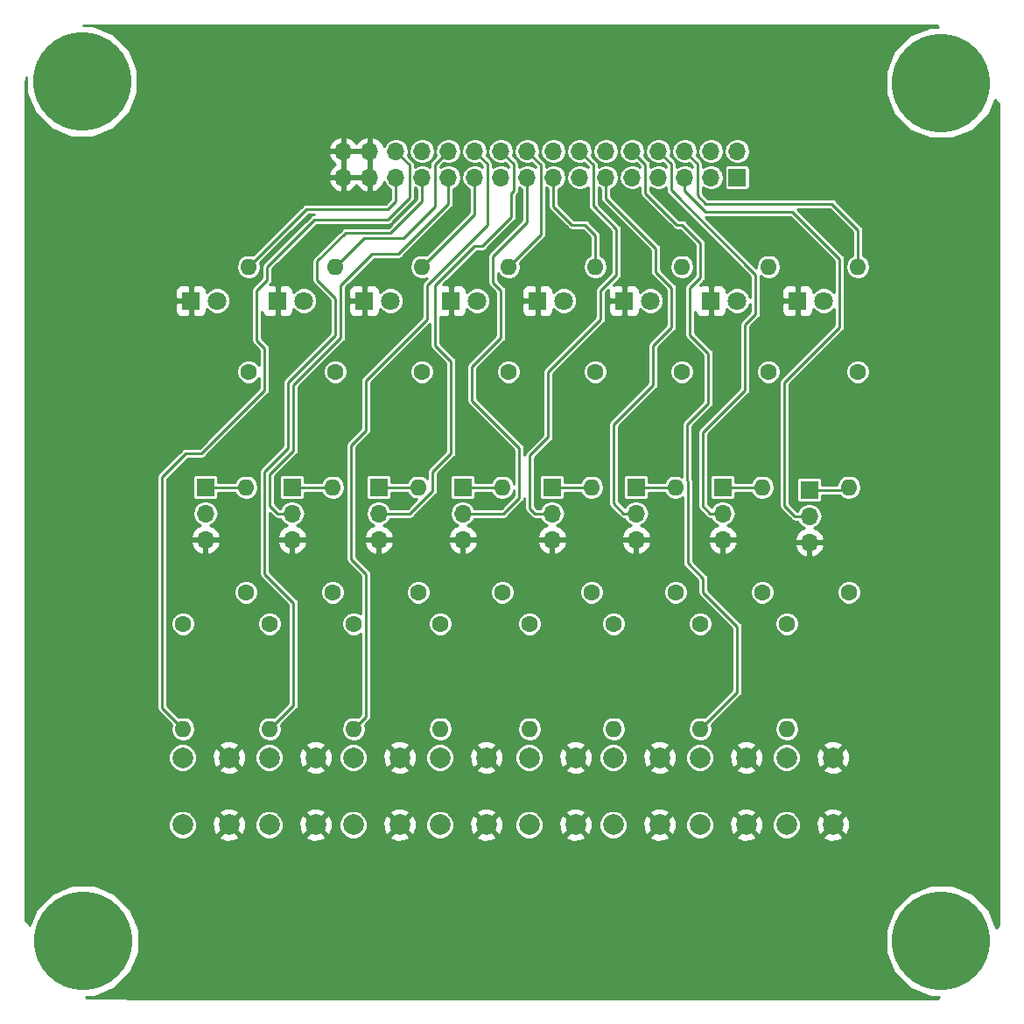
<source format=gbr>
G04 #@! TF.GenerationSoftware,KiCad,Pcbnew,(5.0.2)-1*
G04 #@! TF.CreationDate,2021-06-23T11:48:33-04:00*
G04 #@! TF.ProjectId,LEDS-SWITCHES _2,4c454453-2d53-4574-9954-43484553205f,2*
G04 #@! TF.SameCoordinates,Original*
G04 #@! TF.FileFunction,Copper,L2,Bot*
G04 #@! TF.FilePolarity,Positive*
%FSLAX46Y46*%
G04 Gerber Fmt 4.6, Leading zero omitted, Abs format (unit mm)*
G04 Created by KiCad (PCBNEW (5.0.2)-1) date 6/23/2021 11:48:33 AM*
%MOMM*%
%LPD*%
G01*
G04 APERTURE LIST*
G04 #@! TA.AperFunction,ComponentPad*
%ADD10O,1.600000X1.600000*%
G04 #@! TD*
G04 #@! TA.AperFunction,ComponentPad*
%ADD11C,1.600000*%
G04 #@! TD*
G04 #@! TA.AperFunction,ComponentPad*
%ADD12R,1.700000X1.700000*%
G04 #@! TD*
G04 #@! TA.AperFunction,ComponentPad*
%ADD13O,1.700000X1.700000*%
G04 #@! TD*
G04 #@! TA.AperFunction,ComponentPad*
%ADD14C,9.525000*%
G04 #@! TD*
G04 #@! TA.AperFunction,ComponentPad*
%ADD15C,1.800000*%
G04 #@! TD*
G04 #@! TA.AperFunction,ComponentPad*
%ADD16R,1.800000X1.800000*%
G04 #@! TD*
G04 #@! TA.AperFunction,ComponentPad*
%ADD17C,2.000000*%
G04 #@! TD*
G04 #@! TA.AperFunction,Conductor*
%ADD18C,0.254000*%
G04 #@! TD*
G04 APERTURE END LIST*
D10*
G04 #@! TO.P,R24,2*
G04 #@! TO.N,/LED8*
X32004000Y-33782000D03*
D11*
G04 #@! TO.P,R24,1*
G04 #@! TO.N,Net-(D8-Pad2)*
X32004000Y-43942000D03*
G04 #@! TD*
D12*
G04 #@! TO.P,J1,1*
G04 #@! TO.N,VCC*
X79248000Y-25146000D03*
D13*
G04 #@! TO.P,J1,2*
X79248000Y-22606000D03*
G04 #@! TO.P,J1,3*
X76708000Y-25146000D03*
G04 #@! TO.P,J1,4*
X76708000Y-22606000D03*
G04 #@! TO.P,J1,5*
G04 #@! TO.N,/SS1*
X74168000Y-25146000D03*
G04 #@! TO.P,J1,6*
G04 #@! TO.N,/LED1*
X74168000Y-22606000D03*
G04 #@! TO.P,J1,7*
G04 #@! TO.N,/PB1*
X71628000Y-25146000D03*
G04 #@! TO.P,J1,8*
G04 #@! TO.N,/SS2*
X71628000Y-22606000D03*
G04 #@! TO.P,J1,9*
G04 #@! TO.N,/LED2*
X69088000Y-25146000D03*
G04 #@! TO.P,J1,10*
G04 #@! TO.N,/PB2*
X69088000Y-22606000D03*
G04 #@! TO.P,J1,11*
G04 #@! TO.N,/SS3*
X66548000Y-25146000D03*
G04 #@! TO.P,J1,12*
G04 #@! TO.N,/LED3*
X66548000Y-22606000D03*
G04 #@! TO.P,J1,13*
G04 #@! TO.N,/PB3*
X64008000Y-25146000D03*
G04 #@! TO.P,J1,14*
G04 #@! TO.N,/SS4*
X64008000Y-22606000D03*
G04 #@! TO.P,J1,15*
G04 #@! TO.N,/LED4*
X61468000Y-25146000D03*
G04 #@! TO.P,J1,16*
G04 #@! TO.N,/PB4*
X61468000Y-22606000D03*
G04 #@! TO.P,J1,17*
G04 #@! TO.N,/SS5*
X58928000Y-25146000D03*
G04 #@! TO.P,J1,18*
G04 #@! TO.N,/LED5*
X58928000Y-22606000D03*
G04 #@! TO.P,J1,19*
G04 #@! TO.N,/PB5*
X56388000Y-25146000D03*
G04 #@! TO.P,J1,20*
G04 #@! TO.N,/SS6*
X56388000Y-22606000D03*
G04 #@! TO.P,J1,21*
G04 #@! TO.N,/LED6*
X53848000Y-25146000D03*
G04 #@! TO.P,J1,22*
G04 #@! TO.N,/PB6*
X53848000Y-22606000D03*
G04 #@! TO.P,J1,23*
G04 #@! TO.N,/SS7*
X51308000Y-25146000D03*
G04 #@! TO.P,J1,24*
G04 #@! TO.N,/LED7*
X51308000Y-22606000D03*
G04 #@! TO.P,J1,25*
G04 #@! TO.N,/PB7*
X48768000Y-25146000D03*
G04 #@! TO.P,J1,26*
G04 #@! TO.N,/SS8*
X48768000Y-22606000D03*
G04 #@! TO.P,J1,27*
G04 #@! TO.N,/LED8*
X46228000Y-25146000D03*
G04 #@! TO.P,J1,28*
G04 #@! TO.N,/PB8*
X46228000Y-22606000D03*
G04 #@! TO.P,J1,29*
G04 #@! TO.N,GND*
X43688000Y-25146000D03*
G04 #@! TO.P,J1,30*
X43688000Y-22606000D03*
G04 #@! TO.P,J1,31*
X41148000Y-25146000D03*
G04 #@! TO.P,J1,32*
X41148000Y-22606000D03*
G04 #@! TD*
D14*
G04 #@! TO.P,MTG1,1*
G04 #@! TO.N,N/C*
X15875000Y-15875000D03*
G04 #@! TD*
G04 #@! TO.P,MTG2,1*
G04 #@! TO.N,N/C*
X99000000Y-99000000D03*
G04 #@! TD*
G04 #@! TO.P,MTG3,1*
G04 #@! TO.N,N/C*
X16000000Y-99000000D03*
G04 #@! TD*
G04 #@! TO.P,MTG?1,1*
G04 #@! TO.N,N/C*
X99000000Y-16000000D03*
G04 #@! TD*
D15*
G04 #@! TO.P,D1,2*
G04 #@! TO.N,Net-(D1-Pad2)*
X87630000Y-37084000D03*
D16*
G04 #@! TO.P,D1,1*
G04 #@! TO.N,GND*
X85090000Y-37084000D03*
G04 #@! TD*
G04 #@! TO.P,D2,1*
G04 #@! TO.N,GND*
X76708000Y-37084000D03*
D15*
G04 #@! TO.P,D2,2*
G04 #@! TO.N,Net-(D2-Pad2)*
X79248000Y-37084000D03*
G04 #@! TD*
D16*
G04 #@! TO.P,D3,1*
G04 #@! TO.N,GND*
X68326000Y-37084000D03*
D15*
G04 #@! TO.P,D3,2*
G04 #@! TO.N,Net-(D3-Pad2)*
X70866000Y-37084000D03*
G04 #@! TD*
G04 #@! TO.P,D4,2*
G04 #@! TO.N,Net-(D4-Pad2)*
X62484000Y-37084000D03*
D16*
G04 #@! TO.P,D4,1*
G04 #@! TO.N,GND*
X59944000Y-37084000D03*
G04 #@! TD*
G04 #@! TO.P,D5,1*
G04 #@! TO.N,GND*
X51562000Y-37084000D03*
D15*
G04 #@! TO.P,D5,2*
G04 #@! TO.N,Net-(D5-Pad2)*
X54102000Y-37084000D03*
G04 #@! TD*
G04 #@! TO.P,D6,2*
G04 #@! TO.N,Net-(D6-Pad2)*
X45720000Y-37084000D03*
D16*
G04 #@! TO.P,D6,1*
G04 #@! TO.N,GND*
X43180000Y-37084000D03*
G04 #@! TD*
G04 #@! TO.P,D7,1*
G04 #@! TO.N,GND*
X34798000Y-37084000D03*
D15*
G04 #@! TO.P,D7,2*
G04 #@! TO.N,Net-(D7-Pad2)*
X37338000Y-37084000D03*
G04 #@! TD*
G04 #@! TO.P,D8,2*
G04 #@! TO.N,Net-(D8-Pad2)*
X28956000Y-37084000D03*
D16*
G04 #@! TO.P,D8,1*
G04 #@! TO.N,GND*
X26416000Y-37084000D03*
G04 #@! TD*
D11*
G04 #@! TO.P,R1,1*
G04 #@! TO.N,VCC*
X31750000Y-65278000D03*
D10*
G04 #@! TO.P,R1,2*
G04 #@! TO.N,Net-(R1-Pad2)*
X31750000Y-55118000D03*
G04 #@! TD*
D11*
G04 #@! TO.P,R2,1*
G04 #@! TO.N,VCC*
X40132000Y-65278000D03*
D10*
G04 #@! TO.P,R2,2*
G04 #@! TO.N,Net-(R2-Pad2)*
X40132000Y-55118000D03*
G04 #@! TD*
G04 #@! TO.P,R3,2*
G04 #@! TO.N,Net-(R3-Pad2)*
X48387000Y-55118000D03*
D11*
G04 #@! TO.P,R3,1*
G04 #@! TO.N,VCC*
X48387000Y-65278000D03*
G04 #@! TD*
G04 #@! TO.P,R4,1*
G04 #@! TO.N,VCC*
X56515000Y-65278000D03*
D10*
G04 #@! TO.P,R4,2*
G04 #@! TO.N,Net-(R4-Pad2)*
X56515000Y-55118000D03*
G04 #@! TD*
G04 #@! TO.P,R5,2*
G04 #@! TO.N,Net-(R5-Pad2)*
X65151000Y-55118000D03*
D11*
G04 #@! TO.P,R5,1*
G04 #@! TO.N,VCC*
X65151000Y-65278000D03*
G04 #@! TD*
D10*
G04 #@! TO.P,R6,2*
G04 #@! TO.N,Net-(R6-Pad2)*
X73279000Y-55118000D03*
D11*
G04 #@! TO.P,R6,1*
G04 #@! TO.N,VCC*
X73279000Y-65278000D03*
G04 #@! TD*
G04 #@! TO.P,R7,1*
G04 #@! TO.N,VCC*
X81661000Y-65278000D03*
D10*
G04 #@! TO.P,R7,2*
G04 #@! TO.N,Net-(R7-Pad2)*
X81661000Y-55118000D03*
G04 #@! TD*
G04 #@! TO.P,R8,2*
G04 #@! TO.N,Net-(R8-Pad2)*
X90043000Y-55118000D03*
D11*
G04 #@! TO.P,R8,1*
G04 #@! TO.N,VCC*
X90043000Y-65278000D03*
G04 #@! TD*
G04 #@! TO.P,R9,1*
G04 #@! TO.N,VCC*
X25654000Y-68326000D03*
D10*
G04 #@! TO.P,R9,2*
G04 #@! TO.N,/PB8*
X25654000Y-78486000D03*
G04 #@! TD*
G04 #@! TO.P,R10,2*
G04 #@! TO.N,/PB7*
X34036000Y-78486000D03*
D11*
G04 #@! TO.P,R10,1*
G04 #@! TO.N,VCC*
X34036000Y-68326000D03*
G04 #@! TD*
G04 #@! TO.P,R11,1*
G04 #@! TO.N,VCC*
X42164000Y-68326000D03*
D10*
G04 #@! TO.P,R11,2*
G04 #@! TO.N,/PB6*
X42164000Y-78486000D03*
G04 #@! TD*
G04 #@! TO.P,R12,2*
G04 #@! TO.N,/PB5*
X50546000Y-78486000D03*
D11*
G04 #@! TO.P,R12,1*
G04 #@! TO.N,VCC*
X50546000Y-68326000D03*
G04 #@! TD*
G04 #@! TO.P,R13,1*
G04 #@! TO.N,VCC*
X59182000Y-68326000D03*
D10*
G04 #@! TO.P,R13,2*
G04 #@! TO.N,/PB4*
X59182000Y-78486000D03*
G04 #@! TD*
G04 #@! TO.P,R14,2*
G04 #@! TO.N,/PB3*
X67310000Y-78486000D03*
D11*
G04 #@! TO.P,R14,1*
G04 #@! TO.N,VCC*
X67310000Y-68326000D03*
G04 #@! TD*
G04 #@! TO.P,R15,1*
G04 #@! TO.N,VCC*
X75692000Y-68326000D03*
D10*
G04 #@! TO.P,R15,2*
G04 #@! TO.N,/PB2*
X75692000Y-78486000D03*
G04 #@! TD*
G04 #@! TO.P,R16,2*
G04 #@! TO.N,/PB1*
X84074000Y-78486000D03*
D11*
G04 #@! TO.P,R16,1*
G04 #@! TO.N,VCC*
X84074000Y-68326000D03*
G04 #@! TD*
G04 #@! TO.P,R17,1*
G04 #@! TO.N,Net-(D1-Pad2)*
X90932000Y-43942000D03*
D10*
G04 #@! TO.P,R17,2*
G04 #@! TO.N,/LED1*
X90932000Y-33782000D03*
G04 #@! TD*
G04 #@! TO.P,R18,2*
G04 #@! TO.N,/LED2*
X82296000Y-33782000D03*
D11*
G04 #@! TO.P,R18,1*
G04 #@! TO.N,Net-(D2-Pad2)*
X82296000Y-43942000D03*
G04 #@! TD*
G04 #@! TO.P,R19,1*
G04 #@! TO.N,Net-(D3-Pad2)*
X73914000Y-43942000D03*
D10*
G04 #@! TO.P,R19,2*
G04 #@! TO.N,/LED3*
X73914000Y-33782000D03*
G04 #@! TD*
G04 #@! TO.P,R20,2*
G04 #@! TO.N,/LED4*
X65532000Y-33782000D03*
D11*
G04 #@! TO.P,R20,1*
G04 #@! TO.N,Net-(D4-Pad2)*
X65532000Y-43942000D03*
G04 #@! TD*
G04 #@! TO.P,R21,1*
G04 #@! TO.N,Net-(D5-Pad2)*
X57150000Y-43942000D03*
D10*
G04 #@! TO.P,R21,2*
G04 #@! TO.N,/LED5*
X57150000Y-33782000D03*
G04 #@! TD*
G04 #@! TO.P,R22,2*
G04 #@! TO.N,/LED6*
X48768000Y-33782000D03*
D11*
G04 #@! TO.P,R22,1*
G04 #@! TO.N,Net-(D6-Pad2)*
X48768000Y-43942000D03*
G04 #@! TD*
G04 #@! TO.P,R23,1*
G04 #@! TO.N,Net-(D7-Pad2)*
X40386000Y-43942000D03*
D10*
G04 #@! TO.P,R23,2*
G04 #@! TO.N,/LED7*
X40386000Y-33782000D03*
G04 #@! TD*
D13*
G04 #@! TO.P,SS8,3*
G04 #@! TO.N,GND*
X27813000Y-60198000D03*
G04 #@! TO.P,SS8,2*
G04 #@! TO.N,/SS8*
X27813000Y-57658000D03*
D12*
G04 #@! TO.P,SS8,1*
G04 #@! TO.N,Net-(R1-Pad2)*
X27813000Y-55118000D03*
G04 #@! TD*
G04 #@! TO.P,SS7,1*
G04 #@! TO.N,Net-(R2-Pad2)*
X36195000Y-55118000D03*
D13*
G04 #@! TO.P,SS7,2*
G04 #@! TO.N,/SS7*
X36195000Y-57658000D03*
G04 #@! TO.P,SS7,3*
G04 #@! TO.N,GND*
X36195000Y-60198000D03*
G04 #@! TD*
G04 #@! TO.P,SS6,3*
G04 #@! TO.N,GND*
X44577000Y-60198000D03*
G04 #@! TO.P,SS6,2*
G04 #@! TO.N,/SS6*
X44577000Y-57658000D03*
D12*
G04 #@! TO.P,SS6,1*
G04 #@! TO.N,Net-(R3-Pad2)*
X44577000Y-55118000D03*
G04 #@! TD*
G04 #@! TO.P,SS5,1*
G04 #@! TO.N,Net-(R4-Pad2)*
X52705000Y-55118000D03*
D13*
G04 #@! TO.P,SS5,2*
G04 #@! TO.N,/SS5*
X52705000Y-57658000D03*
G04 #@! TO.P,SS5,3*
G04 #@! TO.N,GND*
X52705000Y-60198000D03*
G04 #@! TD*
G04 #@! TO.P,SS4,3*
G04 #@! TO.N,GND*
X61341000Y-60198000D03*
G04 #@! TO.P,SS4,2*
G04 #@! TO.N,/SS4*
X61341000Y-57658000D03*
D12*
G04 #@! TO.P,SS4,1*
G04 #@! TO.N,Net-(R5-Pad2)*
X61341000Y-55118000D03*
G04 #@! TD*
G04 #@! TO.P,SS3,1*
G04 #@! TO.N,Net-(R6-Pad2)*
X69469000Y-55118000D03*
D13*
G04 #@! TO.P,SS3,2*
G04 #@! TO.N,/SS3*
X69469000Y-57658000D03*
G04 #@! TO.P,SS3,3*
G04 #@! TO.N,GND*
X69469000Y-60198000D03*
G04 #@! TD*
G04 #@! TO.P,SS2,3*
G04 #@! TO.N,GND*
X77851000Y-60198000D03*
G04 #@! TO.P,SS2,2*
G04 #@! TO.N,/SS2*
X77851000Y-57658000D03*
D12*
G04 #@! TO.P,SS2,1*
G04 #@! TO.N,Net-(R7-Pad2)*
X77851000Y-55118000D03*
G04 #@! TD*
G04 #@! TO.P,SS1,1*
G04 #@! TO.N,Net-(R8-Pad2)*
X86233000Y-55372000D03*
D13*
G04 #@! TO.P,SS1,2*
G04 #@! TO.N,/SS1*
X86233000Y-57912000D03*
G04 #@! TO.P,SS1,3*
G04 #@! TO.N,GND*
X86233000Y-60452000D03*
G04 #@! TD*
D17*
G04 #@! TO.P,PB8,2*
G04 #@! TO.N,/PB8*
X25599000Y-81280000D03*
G04 #@! TO.P,PB8,1*
G04 #@! TO.N,GND*
X30099000Y-81280000D03*
G04 #@! TO.P,PB8,2*
G04 #@! TO.N,/PB8*
X25599000Y-87780000D03*
G04 #@! TO.P,PB8,1*
G04 #@! TO.N,GND*
X30099000Y-87780000D03*
G04 #@! TD*
G04 #@! TO.P,PB7,1*
G04 #@! TO.N,GND*
X38481000Y-87780000D03*
G04 #@! TO.P,PB7,2*
G04 #@! TO.N,/PB7*
X33981000Y-87780000D03*
G04 #@! TO.P,PB7,1*
G04 #@! TO.N,GND*
X38481000Y-81280000D03*
G04 #@! TO.P,PB7,2*
G04 #@! TO.N,/PB7*
X33981000Y-81280000D03*
G04 #@! TD*
G04 #@! TO.P,PB6,2*
G04 #@! TO.N,/PB6*
X42109000Y-81280000D03*
G04 #@! TO.P,PB6,1*
G04 #@! TO.N,GND*
X46609000Y-81280000D03*
G04 #@! TO.P,PB6,2*
G04 #@! TO.N,/PB6*
X42109000Y-87780000D03*
G04 #@! TO.P,PB6,1*
G04 #@! TO.N,GND*
X46609000Y-87780000D03*
G04 #@! TD*
G04 #@! TO.P,PB5,1*
G04 #@! TO.N,GND*
X54991000Y-87780000D03*
G04 #@! TO.P,PB5,2*
G04 #@! TO.N,/PB5*
X50491000Y-87780000D03*
G04 #@! TO.P,PB5,1*
G04 #@! TO.N,GND*
X54991000Y-81280000D03*
G04 #@! TO.P,PB5,2*
G04 #@! TO.N,/PB5*
X50491000Y-81280000D03*
G04 #@! TD*
G04 #@! TO.P,PB4,2*
G04 #@! TO.N,/PB4*
X59127000Y-81280000D03*
G04 #@! TO.P,PB4,1*
G04 #@! TO.N,GND*
X63627000Y-81280000D03*
G04 #@! TO.P,PB4,2*
G04 #@! TO.N,/PB4*
X59127000Y-87780000D03*
G04 #@! TO.P,PB4,1*
G04 #@! TO.N,GND*
X63627000Y-87780000D03*
G04 #@! TD*
G04 #@! TO.P,PB3,1*
G04 #@! TO.N,GND*
X71755000Y-87780000D03*
G04 #@! TO.P,PB3,2*
G04 #@! TO.N,/PB3*
X67255000Y-87780000D03*
G04 #@! TO.P,PB3,1*
G04 #@! TO.N,GND*
X71755000Y-81280000D03*
G04 #@! TO.P,PB3,2*
G04 #@! TO.N,/PB3*
X67255000Y-81280000D03*
G04 #@! TD*
G04 #@! TO.P,PB2,2*
G04 #@! TO.N,/PB2*
X75637000Y-81280000D03*
G04 #@! TO.P,PB2,1*
G04 #@! TO.N,GND*
X80137000Y-81280000D03*
G04 #@! TO.P,PB2,2*
G04 #@! TO.N,/PB2*
X75637000Y-87780000D03*
G04 #@! TO.P,PB2,1*
G04 #@! TO.N,GND*
X80137000Y-87780000D03*
G04 #@! TD*
G04 #@! TO.P,PB1,1*
G04 #@! TO.N,GND*
X88519000Y-87780000D03*
G04 #@! TO.P,PB1,2*
G04 #@! TO.N,/PB1*
X84019000Y-87780000D03*
G04 #@! TO.P,PB1,1*
G04 #@! TO.N,GND*
X88519000Y-81280000D03*
G04 #@! TO.P,PB1,2*
G04 #@! TO.N,/PB1*
X84019000Y-81280000D03*
G04 #@! TD*
D18*
G04 #@! TO.N,Net-(R1-Pad2)*
X27813000Y-55118000D02*
X31623000Y-55118000D01*
G04 #@! TO.N,Net-(R2-Pad2)*
X36195000Y-55118000D02*
X40005000Y-55118000D01*
G04 #@! TO.N,Net-(R3-Pad2)*
X44577000Y-55118000D02*
X48387000Y-55118000D01*
G04 #@! TO.N,Net-(R4-Pad2)*
X52705000Y-55118000D02*
X56515000Y-55118000D01*
G04 #@! TO.N,Net-(R5-Pad2)*
X61341000Y-55118000D02*
X65151000Y-55118000D01*
G04 #@! TO.N,Net-(R6-Pad2)*
X69469000Y-55118000D02*
X73279000Y-55118000D01*
G04 #@! TO.N,Net-(R7-Pad2)*
X77851000Y-55118000D02*
X81661000Y-55118000D01*
G04 #@! TO.N,Net-(R8-Pad2)*
X86233000Y-55372000D02*
X90043000Y-55372000D01*
G04 #@! TO.N,/SS1*
X84836000Y-57912000D02*
X86233000Y-57912000D01*
X83820000Y-56896000D02*
X84836000Y-57912000D01*
X83820000Y-44958000D02*
X83820000Y-56896000D01*
X74168000Y-25146000D02*
X74168000Y-26416000D01*
X74168000Y-26416000D02*
X76200000Y-28448000D01*
X76200000Y-28448000D02*
X84582000Y-28448000D01*
X84582000Y-28448000D02*
X89154000Y-33020000D01*
X89154000Y-33020000D02*
X89154000Y-39624000D01*
X89154000Y-39624000D02*
X83820000Y-44958000D01*
G04 #@! TO.N,/SS2*
X75946000Y-49784000D02*
X75946000Y-56955081D01*
X72859001Y-23837001D02*
X72859001Y-26377001D01*
X75946000Y-56955081D02*
X76648919Y-57658000D01*
X71628000Y-22606000D02*
X72859001Y-23837001D01*
X72859001Y-26377001D02*
X81026000Y-34544000D01*
X80010000Y-45720000D02*
X75946000Y-49784000D01*
X81026000Y-34544000D02*
X81026000Y-38354000D01*
X81026000Y-38354000D02*
X80010000Y-39370000D01*
X76648919Y-57658000D02*
X77851000Y-57658000D01*
X80010000Y-39370000D02*
X80010000Y-45720000D01*
G04 #@! TO.N,/SS3*
X71374000Y-32004000D02*
X66548000Y-27178000D01*
X72898000Y-39624000D02*
X72898000Y-35814000D01*
X72898000Y-35814000D02*
X71374000Y-34290000D01*
X68266919Y-57658000D02*
X67310000Y-56701081D01*
X71374000Y-34290000D02*
X71374000Y-32004000D01*
X69469000Y-57658000D02*
X68266919Y-57658000D01*
X67310000Y-56701081D02*
X67310000Y-49022000D01*
X66548000Y-27178000D02*
X66548000Y-25146000D01*
X67310000Y-49022000D02*
X71120000Y-45212000D01*
X71120000Y-45212000D02*
X71120000Y-41402000D01*
X71120000Y-41402000D02*
X72898000Y-39624000D01*
G04 #@! TO.N,/SS4*
X59182000Y-57150000D02*
X59690000Y-57658000D01*
X60960000Y-50261882D02*
X59182000Y-52039882D01*
X66040000Y-38862000D02*
X60960000Y-43942000D01*
X59690000Y-57658000D02*
X61341000Y-57658000D01*
X65316999Y-23914999D02*
X65316999Y-27901001D01*
X60960000Y-43942000D02*
X60960000Y-50261882D01*
X64008000Y-22606000D02*
X65316999Y-23914999D01*
X65316999Y-27901001D02*
X67564000Y-30148002D01*
X59182000Y-52039882D02*
X59182000Y-57150000D01*
X67564000Y-30148002D02*
X67564000Y-34544000D01*
X67564000Y-34544000D02*
X66040000Y-36068000D01*
X66040000Y-36068000D02*
X66040000Y-38862000D01*
G04 #@! TO.N,/SS5*
X56642000Y-57658000D02*
X52705000Y-57658000D01*
X53594000Y-46736000D02*
X58166000Y-51308000D01*
X58166000Y-51308000D02*
X58166000Y-56134000D01*
X53594000Y-43434000D02*
X53594000Y-46736000D01*
X58928000Y-29464000D02*
X55626000Y-32766000D01*
X58928000Y-25146000D02*
X58928000Y-29464000D01*
X55626000Y-32766000D02*
X55626000Y-35306000D01*
X55626000Y-35306000D02*
X56388000Y-36068000D01*
X56388000Y-36068000D02*
X56388000Y-40640000D01*
X58166000Y-56134000D02*
X56642000Y-57658000D01*
X56388000Y-40640000D02*
X53594000Y-43434000D01*
G04 #@! TO.N,/SS6*
X49784000Y-53594000D02*
X49784000Y-55468882D01*
X51562000Y-42926000D02*
X51562000Y-51816000D01*
X47594882Y-57658000D02*
X44577000Y-57658000D01*
X50038000Y-41402000D02*
X51562000Y-42926000D01*
X50038000Y-35560000D02*
X50038000Y-41402000D01*
X53848000Y-31750000D02*
X50038000Y-35560000D01*
X57619001Y-23837001D02*
X57619001Y-26454999D01*
X56388000Y-22606000D02*
X57619001Y-23837001D01*
X51562000Y-51816000D02*
X49784000Y-53594000D01*
X57619001Y-26454999D02*
X57404000Y-26670000D01*
X57404000Y-26670000D02*
X57404000Y-28956000D01*
X57404000Y-28956000D02*
X54610000Y-31750000D01*
X49784000Y-55468882D02*
X47594882Y-57658000D01*
X54610000Y-31750000D02*
X53848000Y-31750000D01*
G04 #@! TO.N,/SS7*
X46482000Y-32512000D02*
X51308000Y-27686000D01*
X43942000Y-32512000D02*
X46482000Y-32512000D01*
X40894000Y-35560000D02*
X43942000Y-32512000D01*
X40894000Y-40640000D02*
X40894000Y-35560000D01*
X34798000Y-57658000D02*
X34036000Y-56896000D01*
X36195000Y-57658000D02*
X34798000Y-57658000D01*
X51308000Y-27686000D02*
X51308000Y-25146000D01*
X34036000Y-56896000D02*
X34036000Y-53848000D01*
X34036000Y-53848000D02*
X36322000Y-51562000D01*
X36322000Y-51562000D02*
X36322000Y-45212000D01*
X36322000Y-45212000D02*
X40894000Y-40640000D01*
G04 #@! TO.N,/PB2*
X79248000Y-68580000D02*
X79248000Y-74930000D01*
X75946000Y-65278000D02*
X79248000Y-68580000D01*
X75692000Y-31496000D02*
X75692000Y-34798000D01*
X75946000Y-63931998D02*
X75946000Y-65278000D01*
X73914000Y-29718000D02*
X75692000Y-31496000D01*
X74676000Y-35814000D02*
X74676000Y-40386000D01*
X76454000Y-46990000D02*
X74422000Y-49022000D01*
X74422000Y-54513118D02*
X74460001Y-54551119D01*
X70358000Y-26670000D02*
X73406000Y-29718000D01*
X70358000Y-23876000D02*
X70358000Y-26670000D01*
X74676000Y-40386000D02*
X76454000Y-42164000D01*
X79248000Y-74930000D02*
X75692000Y-78486000D01*
X69088000Y-22606000D02*
X70358000Y-23876000D01*
X75692000Y-34798000D02*
X74676000Y-35814000D01*
X76454000Y-42164000D02*
X76454000Y-46990000D01*
X74422000Y-49022000D02*
X74422000Y-54513118D01*
X74460001Y-54551119D02*
X74460001Y-62445999D01*
X73406000Y-29718000D02*
X73914000Y-29718000D01*
X74460001Y-62445999D02*
X75946000Y-63931998D01*
G04 #@! TO.N,/PB6*
X43345001Y-77304999D02*
X42164000Y-78486000D01*
X43345001Y-63500000D02*
X43345001Y-77304999D01*
X41910000Y-62064999D02*
X43345001Y-63500000D01*
X41910000Y-51054000D02*
X41910000Y-62064999D01*
X53848000Y-22606000D02*
X55079001Y-23837001D01*
X55079001Y-23837001D02*
X55079001Y-29756999D01*
X55079001Y-29756999D02*
X49276000Y-35560000D01*
X49276000Y-35560000D02*
X49276000Y-38862000D01*
X49276000Y-38862000D02*
X43345001Y-44792999D01*
X43345001Y-49618999D02*
X41910000Y-51054000D01*
X43345001Y-44792999D02*
X43345001Y-49618999D01*
G04 #@! TO.N,/PB7*
X41402000Y-30480000D02*
X45720000Y-30480000D01*
X38619001Y-33262999D02*
X41402000Y-30480000D01*
X38619001Y-35063001D02*
X38619001Y-33262999D01*
X40386000Y-40429566D02*
X40386000Y-36830000D01*
X45720000Y-30480000D02*
X48768000Y-27432000D01*
X35814000Y-44958000D02*
X40342434Y-40429566D01*
X36322000Y-76200000D02*
X36322000Y-66294000D01*
X40342434Y-40429566D02*
X40386000Y-40429566D01*
X36322000Y-66294000D02*
X33528000Y-63500000D01*
X33528000Y-63500000D02*
X33528000Y-53594000D01*
X33528000Y-53594000D02*
X35814000Y-51308000D01*
X48768000Y-27432000D02*
X48768000Y-25146000D01*
X40386000Y-36830000D02*
X38619001Y-35063001D01*
X34036000Y-78486000D02*
X36322000Y-76200000D01*
X35814000Y-51308000D02*
X35814000Y-44958000D01*
G04 #@! TO.N,/PB8*
X23622000Y-54102000D02*
X23622000Y-76454000D01*
X27432000Y-51816000D02*
X25908000Y-51816000D01*
X32766000Y-40894000D02*
X33528000Y-41656000D01*
X23622000Y-76454000D02*
X25654000Y-78486000D01*
X32766000Y-36068000D02*
X32766000Y-40894000D01*
X33782000Y-35052000D02*
X32766000Y-36068000D01*
X47536999Y-23914999D02*
X47536999Y-27139001D01*
X25908000Y-51816000D02*
X23622000Y-54102000D01*
X46228000Y-22606000D02*
X47536999Y-23914999D01*
X33528000Y-45720000D02*
X27432000Y-51816000D01*
X33528000Y-41656000D02*
X33528000Y-45720000D01*
X47536999Y-27139001D02*
X45466000Y-29210000D01*
X45466000Y-29210000D02*
X38354000Y-29210000D01*
X38354000Y-29210000D02*
X33782000Y-33782000D01*
X33782000Y-33782000D02*
X33782000Y-35052000D01*
G04 #@! TO.N,/LED1*
X75399001Y-23837001D02*
X75399001Y-26885001D01*
X74168000Y-22606000D02*
X75399001Y-23837001D01*
X75399001Y-26885001D02*
X76200000Y-27686000D01*
X76200000Y-27686000D02*
X88392000Y-27686000D01*
X90932000Y-30226000D02*
X90932000Y-33782000D01*
X88392000Y-27686000D02*
X90932000Y-30226000D01*
G04 #@! TO.N,/LED4*
X65532000Y-30734000D02*
X65532000Y-33782000D01*
X64516000Y-29718000D02*
X65532000Y-30734000D01*
X63246000Y-29718000D02*
X64516000Y-29718000D01*
X61468000Y-25146000D02*
X61468000Y-27940000D01*
X61468000Y-27940000D02*
X63246000Y-29718000D01*
G04 #@! TO.N,/LED5*
X57949999Y-32982001D02*
X57150000Y-33782000D01*
X60236999Y-30695001D02*
X57949999Y-32982001D01*
X60236999Y-23914999D02*
X60236999Y-30695001D01*
X58928000Y-22606000D02*
X60236999Y-23914999D01*
G04 #@! TO.N,/LED6*
X53848000Y-28702000D02*
X48768000Y-33782000D01*
X53848000Y-25146000D02*
X53848000Y-28702000D01*
G04 #@! TO.N,/LED7*
X49999001Y-23914999D02*
X50458001Y-23455999D01*
X49999001Y-27978999D02*
X49999001Y-23914999D01*
X50458001Y-23455999D02*
X51308000Y-22606000D01*
X46989990Y-30988010D02*
X49999001Y-27978999D01*
X43179990Y-30988010D02*
X46989990Y-30988010D01*
X40386000Y-33782000D02*
X43179990Y-30988010D01*
G04 #@! TO.N,/LED8*
X35560000Y-30226000D02*
X32004000Y-33782000D01*
X37592000Y-28194000D02*
X35560000Y-30226000D01*
X45466000Y-28194000D02*
X37592000Y-28194000D01*
X46228000Y-27432000D02*
X45466000Y-28194000D01*
X46228000Y-25146000D02*
X46228000Y-27432000D01*
G04 #@! TD*
G04 #@! TO.N,GND*
G36*
X98680978Y-10602500D02*
X97926371Y-10602500D01*
X95942562Y-11424221D01*
X94424221Y-12942562D01*
X93602500Y-14926371D01*
X93602500Y-17073629D01*
X94424221Y-19057438D01*
X95942562Y-20575779D01*
X97926371Y-21397500D01*
X100073629Y-21397500D01*
X102057438Y-20575779D01*
X103575779Y-19057438D01*
X104168488Y-17626513D01*
X104521140Y-18077908D01*
X104569000Y-33010276D01*
X104569001Y-97481407D01*
X104330820Y-97765392D01*
X103575779Y-95942562D01*
X102057438Y-94424221D01*
X100073629Y-93602500D01*
X97926371Y-93602500D01*
X95942562Y-94424221D01*
X94424221Y-95942562D01*
X93602500Y-97926371D01*
X93602500Y-100073629D01*
X94424221Y-102057438D01*
X95942562Y-103575779D01*
X97926371Y-104397500D01*
X98768407Y-104397500D01*
X98624568Y-104569000D01*
X24008399Y-104569000D01*
X16318243Y-104521383D01*
X16221459Y-104397500D01*
X17073629Y-104397500D01*
X19057438Y-103575779D01*
X20575779Y-102057438D01*
X21397500Y-100073629D01*
X21397500Y-97926371D01*
X20575779Y-95942562D01*
X19057438Y-94424221D01*
X17073629Y-93602500D01*
X14926371Y-93602500D01*
X12942562Y-94424221D01*
X11424221Y-95942562D01*
X10797708Y-97455098D01*
X10431000Y-96985712D01*
X10431000Y-87505302D01*
X24218000Y-87505302D01*
X24218000Y-88054698D01*
X24428245Y-88562273D01*
X24816727Y-88950755D01*
X25324302Y-89161000D01*
X25873698Y-89161000D01*
X26381273Y-88950755D01*
X26399496Y-88932532D01*
X29126073Y-88932532D01*
X29224736Y-89199387D01*
X29834461Y-89425908D01*
X30484460Y-89401856D01*
X30973264Y-89199387D01*
X31071927Y-88932532D01*
X30099000Y-87959605D01*
X29126073Y-88932532D01*
X26399496Y-88932532D01*
X26769755Y-88562273D01*
X26980000Y-88054698D01*
X26980000Y-87515461D01*
X28453092Y-87515461D01*
X28477144Y-88165460D01*
X28679613Y-88654264D01*
X28946468Y-88752927D01*
X29919395Y-87780000D01*
X30278605Y-87780000D01*
X31251532Y-88752927D01*
X31518387Y-88654264D01*
X31744908Y-88044539D01*
X31724955Y-87505302D01*
X32600000Y-87505302D01*
X32600000Y-88054698D01*
X32810245Y-88562273D01*
X33198727Y-88950755D01*
X33706302Y-89161000D01*
X34255698Y-89161000D01*
X34763273Y-88950755D01*
X34781496Y-88932532D01*
X37508073Y-88932532D01*
X37606736Y-89199387D01*
X38216461Y-89425908D01*
X38866460Y-89401856D01*
X39355264Y-89199387D01*
X39453927Y-88932532D01*
X38481000Y-87959605D01*
X37508073Y-88932532D01*
X34781496Y-88932532D01*
X35151755Y-88562273D01*
X35362000Y-88054698D01*
X35362000Y-87515461D01*
X36835092Y-87515461D01*
X36859144Y-88165460D01*
X37061613Y-88654264D01*
X37328468Y-88752927D01*
X38301395Y-87780000D01*
X38660605Y-87780000D01*
X39633532Y-88752927D01*
X39900387Y-88654264D01*
X40126908Y-88044539D01*
X40106955Y-87505302D01*
X40728000Y-87505302D01*
X40728000Y-88054698D01*
X40938245Y-88562273D01*
X41326727Y-88950755D01*
X41834302Y-89161000D01*
X42383698Y-89161000D01*
X42891273Y-88950755D01*
X42909496Y-88932532D01*
X45636073Y-88932532D01*
X45734736Y-89199387D01*
X46344461Y-89425908D01*
X46994460Y-89401856D01*
X47483264Y-89199387D01*
X47581927Y-88932532D01*
X46609000Y-87959605D01*
X45636073Y-88932532D01*
X42909496Y-88932532D01*
X43279755Y-88562273D01*
X43490000Y-88054698D01*
X43490000Y-87515461D01*
X44963092Y-87515461D01*
X44987144Y-88165460D01*
X45189613Y-88654264D01*
X45456468Y-88752927D01*
X46429395Y-87780000D01*
X46788605Y-87780000D01*
X47761532Y-88752927D01*
X48028387Y-88654264D01*
X48254908Y-88044539D01*
X48234955Y-87505302D01*
X49110000Y-87505302D01*
X49110000Y-88054698D01*
X49320245Y-88562273D01*
X49708727Y-88950755D01*
X50216302Y-89161000D01*
X50765698Y-89161000D01*
X51273273Y-88950755D01*
X51291496Y-88932532D01*
X54018073Y-88932532D01*
X54116736Y-89199387D01*
X54726461Y-89425908D01*
X55376460Y-89401856D01*
X55865264Y-89199387D01*
X55963927Y-88932532D01*
X54991000Y-87959605D01*
X54018073Y-88932532D01*
X51291496Y-88932532D01*
X51661755Y-88562273D01*
X51872000Y-88054698D01*
X51872000Y-87515461D01*
X53345092Y-87515461D01*
X53369144Y-88165460D01*
X53571613Y-88654264D01*
X53838468Y-88752927D01*
X54811395Y-87780000D01*
X55170605Y-87780000D01*
X56143532Y-88752927D01*
X56410387Y-88654264D01*
X56636908Y-88044539D01*
X56616955Y-87505302D01*
X57746000Y-87505302D01*
X57746000Y-88054698D01*
X57956245Y-88562273D01*
X58344727Y-88950755D01*
X58852302Y-89161000D01*
X59401698Y-89161000D01*
X59909273Y-88950755D01*
X59927496Y-88932532D01*
X62654073Y-88932532D01*
X62752736Y-89199387D01*
X63362461Y-89425908D01*
X64012460Y-89401856D01*
X64501264Y-89199387D01*
X64599927Y-88932532D01*
X63627000Y-87959605D01*
X62654073Y-88932532D01*
X59927496Y-88932532D01*
X60297755Y-88562273D01*
X60508000Y-88054698D01*
X60508000Y-87515461D01*
X61981092Y-87515461D01*
X62005144Y-88165460D01*
X62207613Y-88654264D01*
X62474468Y-88752927D01*
X63447395Y-87780000D01*
X63806605Y-87780000D01*
X64779532Y-88752927D01*
X65046387Y-88654264D01*
X65272908Y-88044539D01*
X65252955Y-87505302D01*
X65874000Y-87505302D01*
X65874000Y-88054698D01*
X66084245Y-88562273D01*
X66472727Y-88950755D01*
X66980302Y-89161000D01*
X67529698Y-89161000D01*
X68037273Y-88950755D01*
X68055496Y-88932532D01*
X70782073Y-88932532D01*
X70880736Y-89199387D01*
X71490461Y-89425908D01*
X72140460Y-89401856D01*
X72629264Y-89199387D01*
X72727927Y-88932532D01*
X71755000Y-87959605D01*
X70782073Y-88932532D01*
X68055496Y-88932532D01*
X68425755Y-88562273D01*
X68636000Y-88054698D01*
X68636000Y-87515461D01*
X70109092Y-87515461D01*
X70133144Y-88165460D01*
X70335613Y-88654264D01*
X70602468Y-88752927D01*
X71575395Y-87780000D01*
X71934605Y-87780000D01*
X72907532Y-88752927D01*
X73174387Y-88654264D01*
X73400908Y-88044539D01*
X73380955Y-87505302D01*
X74256000Y-87505302D01*
X74256000Y-88054698D01*
X74466245Y-88562273D01*
X74854727Y-88950755D01*
X75362302Y-89161000D01*
X75911698Y-89161000D01*
X76419273Y-88950755D01*
X76437496Y-88932532D01*
X79164073Y-88932532D01*
X79262736Y-89199387D01*
X79872461Y-89425908D01*
X80522460Y-89401856D01*
X81011264Y-89199387D01*
X81109927Y-88932532D01*
X80137000Y-87959605D01*
X79164073Y-88932532D01*
X76437496Y-88932532D01*
X76807755Y-88562273D01*
X77018000Y-88054698D01*
X77018000Y-87515461D01*
X78491092Y-87515461D01*
X78515144Y-88165460D01*
X78717613Y-88654264D01*
X78984468Y-88752927D01*
X79957395Y-87780000D01*
X80316605Y-87780000D01*
X81289532Y-88752927D01*
X81556387Y-88654264D01*
X81782908Y-88044539D01*
X81762955Y-87505302D01*
X82638000Y-87505302D01*
X82638000Y-88054698D01*
X82848245Y-88562273D01*
X83236727Y-88950755D01*
X83744302Y-89161000D01*
X84293698Y-89161000D01*
X84801273Y-88950755D01*
X84819496Y-88932532D01*
X87546073Y-88932532D01*
X87644736Y-89199387D01*
X88254461Y-89425908D01*
X88904460Y-89401856D01*
X89393264Y-89199387D01*
X89491927Y-88932532D01*
X88519000Y-87959605D01*
X87546073Y-88932532D01*
X84819496Y-88932532D01*
X85189755Y-88562273D01*
X85400000Y-88054698D01*
X85400000Y-87515461D01*
X86873092Y-87515461D01*
X86897144Y-88165460D01*
X87099613Y-88654264D01*
X87366468Y-88752927D01*
X88339395Y-87780000D01*
X88698605Y-87780000D01*
X89671532Y-88752927D01*
X89938387Y-88654264D01*
X90164908Y-88044539D01*
X90140856Y-87394540D01*
X89938387Y-86905736D01*
X89671532Y-86807073D01*
X88698605Y-87780000D01*
X88339395Y-87780000D01*
X87366468Y-86807073D01*
X87099613Y-86905736D01*
X86873092Y-87515461D01*
X85400000Y-87515461D01*
X85400000Y-87505302D01*
X85189755Y-86997727D01*
X84819496Y-86627468D01*
X87546073Y-86627468D01*
X88519000Y-87600395D01*
X89491927Y-86627468D01*
X89393264Y-86360613D01*
X88783539Y-86134092D01*
X88133540Y-86158144D01*
X87644736Y-86360613D01*
X87546073Y-86627468D01*
X84819496Y-86627468D01*
X84801273Y-86609245D01*
X84293698Y-86399000D01*
X83744302Y-86399000D01*
X83236727Y-86609245D01*
X82848245Y-86997727D01*
X82638000Y-87505302D01*
X81762955Y-87505302D01*
X81758856Y-87394540D01*
X81556387Y-86905736D01*
X81289532Y-86807073D01*
X80316605Y-87780000D01*
X79957395Y-87780000D01*
X78984468Y-86807073D01*
X78717613Y-86905736D01*
X78491092Y-87515461D01*
X77018000Y-87515461D01*
X77018000Y-87505302D01*
X76807755Y-86997727D01*
X76437496Y-86627468D01*
X79164073Y-86627468D01*
X80137000Y-87600395D01*
X81109927Y-86627468D01*
X81011264Y-86360613D01*
X80401539Y-86134092D01*
X79751540Y-86158144D01*
X79262736Y-86360613D01*
X79164073Y-86627468D01*
X76437496Y-86627468D01*
X76419273Y-86609245D01*
X75911698Y-86399000D01*
X75362302Y-86399000D01*
X74854727Y-86609245D01*
X74466245Y-86997727D01*
X74256000Y-87505302D01*
X73380955Y-87505302D01*
X73376856Y-87394540D01*
X73174387Y-86905736D01*
X72907532Y-86807073D01*
X71934605Y-87780000D01*
X71575395Y-87780000D01*
X70602468Y-86807073D01*
X70335613Y-86905736D01*
X70109092Y-87515461D01*
X68636000Y-87515461D01*
X68636000Y-87505302D01*
X68425755Y-86997727D01*
X68055496Y-86627468D01*
X70782073Y-86627468D01*
X71755000Y-87600395D01*
X72727927Y-86627468D01*
X72629264Y-86360613D01*
X72019539Y-86134092D01*
X71369540Y-86158144D01*
X70880736Y-86360613D01*
X70782073Y-86627468D01*
X68055496Y-86627468D01*
X68037273Y-86609245D01*
X67529698Y-86399000D01*
X66980302Y-86399000D01*
X66472727Y-86609245D01*
X66084245Y-86997727D01*
X65874000Y-87505302D01*
X65252955Y-87505302D01*
X65248856Y-87394540D01*
X65046387Y-86905736D01*
X64779532Y-86807073D01*
X63806605Y-87780000D01*
X63447395Y-87780000D01*
X62474468Y-86807073D01*
X62207613Y-86905736D01*
X61981092Y-87515461D01*
X60508000Y-87515461D01*
X60508000Y-87505302D01*
X60297755Y-86997727D01*
X59927496Y-86627468D01*
X62654073Y-86627468D01*
X63627000Y-87600395D01*
X64599927Y-86627468D01*
X64501264Y-86360613D01*
X63891539Y-86134092D01*
X63241540Y-86158144D01*
X62752736Y-86360613D01*
X62654073Y-86627468D01*
X59927496Y-86627468D01*
X59909273Y-86609245D01*
X59401698Y-86399000D01*
X58852302Y-86399000D01*
X58344727Y-86609245D01*
X57956245Y-86997727D01*
X57746000Y-87505302D01*
X56616955Y-87505302D01*
X56612856Y-87394540D01*
X56410387Y-86905736D01*
X56143532Y-86807073D01*
X55170605Y-87780000D01*
X54811395Y-87780000D01*
X53838468Y-86807073D01*
X53571613Y-86905736D01*
X53345092Y-87515461D01*
X51872000Y-87515461D01*
X51872000Y-87505302D01*
X51661755Y-86997727D01*
X51291496Y-86627468D01*
X54018073Y-86627468D01*
X54991000Y-87600395D01*
X55963927Y-86627468D01*
X55865264Y-86360613D01*
X55255539Y-86134092D01*
X54605540Y-86158144D01*
X54116736Y-86360613D01*
X54018073Y-86627468D01*
X51291496Y-86627468D01*
X51273273Y-86609245D01*
X50765698Y-86399000D01*
X50216302Y-86399000D01*
X49708727Y-86609245D01*
X49320245Y-86997727D01*
X49110000Y-87505302D01*
X48234955Y-87505302D01*
X48230856Y-87394540D01*
X48028387Y-86905736D01*
X47761532Y-86807073D01*
X46788605Y-87780000D01*
X46429395Y-87780000D01*
X45456468Y-86807073D01*
X45189613Y-86905736D01*
X44963092Y-87515461D01*
X43490000Y-87515461D01*
X43490000Y-87505302D01*
X43279755Y-86997727D01*
X42909496Y-86627468D01*
X45636073Y-86627468D01*
X46609000Y-87600395D01*
X47581927Y-86627468D01*
X47483264Y-86360613D01*
X46873539Y-86134092D01*
X46223540Y-86158144D01*
X45734736Y-86360613D01*
X45636073Y-86627468D01*
X42909496Y-86627468D01*
X42891273Y-86609245D01*
X42383698Y-86399000D01*
X41834302Y-86399000D01*
X41326727Y-86609245D01*
X40938245Y-86997727D01*
X40728000Y-87505302D01*
X40106955Y-87505302D01*
X40102856Y-87394540D01*
X39900387Y-86905736D01*
X39633532Y-86807073D01*
X38660605Y-87780000D01*
X38301395Y-87780000D01*
X37328468Y-86807073D01*
X37061613Y-86905736D01*
X36835092Y-87515461D01*
X35362000Y-87515461D01*
X35362000Y-87505302D01*
X35151755Y-86997727D01*
X34781496Y-86627468D01*
X37508073Y-86627468D01*
X38481000Y-87600395D01*
X39453927Y-86627468D01*
X39355264Y-86360613D01*
X38745539Y-86134092D01*
X38095540Y-86158144D01*
X37606736Y-86360613D01*
X37508073Y-86627468D01*
X34781496Y-86627468D01*
X34763273Y-86609245D01*
X34255698Y-86399000D01*
X33706302Y-86399000D01*
X33198727Y-86609245D01*
X32810245Y-86997727D01*
X32600000Y-87505302D01*
X31724955Y-87505302D01*
X31720856Y-87394540D01*
X31518387Y-86905736D01*
X31251532Y-86807073D01*
X30278605Y-87780000D01*
X29919395Y-87780000D01*
X28946468Y-86807073D01*
X28679613Y-86905736D01*
X28453092Y-87515461D01*
X26980000Y-87515461D01*
X26980000Y-87505302D01*
X26769755Y-86997727D01*
X26399496Y-86627468D01*
X29126073Y-86627468D01*
X30099000Y-87600395D01*
X31071927Y-86627468D01*
X30973264Y-86360613D01*
X30363539Y-86134092D01*
X29713540Y-86158144D01*
X29224736Y-86360613D01*
X29126073Y-86627468D01*
X26399496Y-86627468D01*
X26381273Y-86609245D01*
X25873698Y-86399000D01*
X25324302Y-86399000D01*
X24816727Y-86609245D01*
X24428245Y-86997727D01*
X24218000Y-87505302D01*
X10431000Y-87505302D01*
X10431000Y-81005302D01*
X24218000Y-81005302D01*
X24218000Y-81554698D01*
X24428245Y-82062273D01*
X24816727Y-82450755D01*
X25324302Y-82661000D01*
X25873698Y-82661000D01*
X26381273Y-82450755D01*
X26399496Y-82432532D01*
X29126073Y-82432532D01*
X29224736Y-82699387D01*
X29834461Y-82925908D01*
X30484460Y-82901856D01*
X30973264Y-82699387D01*
X31071927Y-82432532D01*
X30099000Y-81459605D01*
X29126073Y-82432532D01*
X26399496Y-82432532D01*
X26769755Y-82062273D01*
X26980000Y-81554698D01*
X26980000Y-81015461D01*
X28453092Y-81015461D01*
X28477144Y-81665460D01*
X28679613Y-82154264D01*
X28946468Y-82252927D01*
X29919395Y-81280000D01*
X30278605Y-81280000D01*
X31251532Y-82252927D01*
X31518387Y-82154264D01*
X31744908Y-81544539D01*
X31724955Y-81005302D01*
X32600000Y-81005302D01*
X32600000Y-81554698D01*
X32810245Y-82062273D01*
X33198727Y-82450755D01*
X33706302Y-82661000D01*
X34255698Y-82661000D01*
X34763273Y-82450755D01*
X34781496Y-82432532D01*
X37508073Y-82432532D01*
X37606736Y-82699387D01*
X38216461Y-82925908D01*
X38866460Y-82901856D01*
X39355264Y-82699387D01*
X39453927Y-82432532D01*
X38481000Y-81459605D01*
X37508073Y-82432532D01*
X34781496Y-82432532D01*
X35151755Y-82062273D01*
X35362000Y-81554698D01*
X35362000Y-81015461D01*
X36835092Y-81015461D01*
X36859144Y-81665460D01*
X37061613Y-82154264D01*
X37328468Y-82252927D01*
X38301395Y-81280000D01*
X38660605Y-81280000D01*
X39633532Y-82252927D01*
X39900387Y-82154264D01*
X40126908Y-81544539D01*
X40106955Y-81005302D01*
X40728000Y-81005302D01*
X40728000Y-81554698D01*
X40938245Y-82062273D01*
X41326727Y-82450755D01*
X41834302Y-82661000D01*
X42383698Y-82661000D01*
X42891273Y-82450755D01*
X42909496Y-82432532D01*
X45636073Y-82432532D01*
X45734736Y-82699387D01*
X46344461Y-82925908D01*
X46994460Y-82901856D01*
X47483264Y-82699387D01*
X47581927Y-82432532D01*
X46609000Y-81459605D01*
X45636073Y-82432532D01*
X42909496Y-82432532D01*
X43279755Y-82062273D01*
X43490000Y-81554698D01*
X43490000Y-81015461D01*
X44963092Y-81015461D01*
X44987144Y-81665460D01*
X45189613Y-82154264D01*
X45456468Y-82252927D01*
X46429395Y-81280000D01*
X46788605Y-81280000D01*
X47761532Y-82252927D01*
X48028387Y-82154264D01*
X48254908Y-81544539D01*
X48234955Y-81005302D01*
X49110000Y-81005302D01*
X49110000Y-81554698D01*
X49320245Y-82062273D01*
X49708727Y-82450755D01*
X50216302Y-82661000D01*
X50765698Y-82661000D01*
X51273273Y-82450755D01*
X51291496Y-82432532D01*
X54018073Y-82432532D01*
X54116736Y-82699387D01*
X54726461Y-82925908D01*
X55376460Y-82901856D01*
X55865264Y-82699387D01*
X55963927Y-82432532D01*
X54991000Y-81459605D01*
X54018073Y-82432532D01*
X51291496Y-82432532D01*
X51661755Y-82062273D01*
X51872000Y-81554698D01*
X51872000Y-81015461D01*
X53345092Y-81015461D01*
X53369144Y-81665460D01*
X53571613Y-82154264D01*
X53838468Y-82252927D01*
X54811395Y-81280000D01*
X55170605Y-81280000D01*
X56143532Y-82252927D01*
X56410387Y-82154264D01*
X56636908Y-81544539D01*
X56616955Y-81005302D01*
X57746000Y-81005302D01*
X57746000Y-81554698D01*
X57956245Y-82062273D01*
X58344727Y-82450755D01*
X58852302Y-82661000D01*
X59401698Y-82661000D01*
X59909273Y-82450755D01*
X59927496Y-82432532D01*
X62654073Y-82432532D01*
X62752736Y-82699387D01*
X63362461Y-82925908D01*
X64012460Y-82901856D01*
X64501264Y-82699387D01*
X64599927Y-82432532D01*
X63627000Y-81459605D01*
X62654073Y-82432532D01*
X59927496Y-82432532D01*
X60297755Y-82062273D01*
X60508000Y-81554698D01*
X60508000Y-81015461D01*
X61981092Y-81015461D01*
X62005144Y-81665460D01*
X62207613Y-82154264D01*
X62474468Y-82252927D01*
X63447395Y-81280000D01*
X63806605Y-81280000D01*
X64779532Y-82252927D01*
X65046387Y-82154264D01*
X65272908Y-81544539D01*
X65252955Y-81005302D01*
X65874000Y-81005302D01*
X65874000Y-81554698D01*
X66084245Y-82062273D01*
X66472727Y-82450755D01*
X66980302Y-82661000D01*
X67529698Y-82661000D01*
X68037273Y-82450755D01*
X68055496Y-82432532D01*
X70782073Y-82432532D01*
X70880736Y-82699387D01*
X71490461Y-82925908D01*
X72140460Y-82901856D01*
X72629264Y-82699387D01*
X72727927Y-82432532D01*
X71755000Y-81459605D01*
X70782073Y-82432532D01*
X68055496Y-82432532D01*
X68425755Y-82062273D01*
X68636000Y-81554698D01*
X68636000Y-81015461D01*
X70109092Y-81015461D01*
X70133144Y-81665460D01*
X70335613Y-82154264D01*
X70602468Y-82252927D01*
X71575395Y-81280000D01*
X71934605Y-81280000D01*
X72907532Y-82252927D01*
X73174387Y-82154264D01*
X73400908Y-81544539D01*
X73380955Y-81005302D01*
X74256000Y-81005302D01*
X74256000Y-81554698D01*
X74466245Y-82062273D01*
X74854727Y-82450755D01*
X75362302Y-82661000D01*
X75911698Y-82661000D01*
X76419273Y-82450755D01*
X76437496Y-82432532D01*
X79164073Y-82432532D01*
X79262736Y-82699387D01*
X79872461Y-82925908D01*
X80522460Y-82901856D01*
X81011264Y-82699387D01*
X81109927Y-82432532D01*
X80137000Y-81459605D01*
X79164073Y-82432532D01*
X76437496Y-82432532D01*
X76807755Y-82062273D01*
X77018000Y-81554698D01*
X77018000Y-81015461D01*
X78491092Y-81015461D01*
X78515144Y-81665460D01*
X78717613Y-82154264D01*
X78984468Y-82252927D01*
X79957395Y-81280000D01*
X80316605Y-81280000D01*
X81289532Y-82252927D01*
X81556387Y-82154264D01*
X81782908Y-81544539D01*
X81762955Y-81005302D01*
X82638000Y-81005302D01*
X82638000Y-81554698D01*
X82848245Y-82062273D01*
X83236727Y-82450755D01*
X83744302Y-82661000D01*
X84293698Y-82661000D01*
X84801273Y-82450755D01*
X84819496Y-82432532D01*
X87546073Y-82432532D01*
X87644736Y-82699387D01*
X88254461Y-82925908D01*
X88904460Y-82901856D01*
X89393264Y-82699387D01*
X89491927Y-82432532D01*
X88519000Y-81459605D01*
X87546073Y-82432532D01*
X84819496Y-82432532D01*
X85189755Y-82062273D01*
X85400000Y-81554698D01*
X85400000Y-81015461D01*
X86873092Y-81015461D01*
X86897144Y-81665460D01*
X87099613Y-82154264D01*
X87366468Y-82252927D01*
X88339395Y-81280000D01*
X88698605Y-81280000D01*
X89671532Y-82252927D01*
X89938387Y-82154264D01*
X90164908Y-81544539D01*
X90140856Y-80894540D01*
X89938387Y-80405736D01*
X89671532Y-80307073D01*
X88698605Y-81280000D01*
X88339395Y-81280000D01*
X87366468Y-80307073D01*
X87099613Y-80405736D01*
X86873092Y-81015461D01*
X85400000Y-81015461D01*
X85400000Y-81005302D01*
X85189755Y-80497727D01*
X84819496Y-80127468D01*
X87546073Y-80127468D01*
X88519000Y-81100395D01*
X89491927Y-80127468D01*
X89393264Y-79860613D01*
X88783539Y-79634092D01*
X88133540Y-79658144D01*
X87644736Y-79860613D01*
X87546073Y-80127468D01*
X84819496Y-80127468D01*
X84801273Y-80109245D01*
X84293698Y-79899000D01*
X83744302Y-79899000D01*
X83236727Y-80109245D01*
X82848245Y-80497727D01*
X82638000Y-81005302D01*
X81762955Y-81005302D01*
X81758856Y-80894540D01*
X81556387Y-80405736D01*
X81289532Y-80307073D01*
X80316605Y-81280000D01*
X79957395Y-81280000D01*
X78984468Y-80307073D01*
X78717613Y-80405736D01*
X78491092Y-81015461D01*
X77018000Y-81015461D01*
X77018000Y-81005302D01*
X76807755Y-80497727D01*
X76437496Y-80127468D01*
X79164073Y-80127468D01*
X80137000Y-81100395D01*
X81109927Y-80127468D01*
X81011264Y-79860613D01*
X80401539Y-79634092D01*
X79751540Y-79658144D01*
X79262736Y-79860613D01*
X79164073Y-80127468D01*
X76437496Y-80127468D01*
X76419273Y-80109245D01*
X75911698Y-79899000D01*
X75362302Y-79899000D01*
X74854727Y-80109245D01*
X74466245Y-80497727D01*
X74256000Y-81005302D01*
X73380955Y-81005302D01*
X73376856Y-80894540D01*
X73174387Y-80405736D01*
X72907532Y-80307073D01*
X71934605Y-81280000D01*
X71575395Y-81280000D01*
X70602468Y-80307073D01*
X70335613Y-80405736D01*
X70109092Y-81015461D01*
X68636000Y-81015461D01*
X68636000Y-81005302D01*
X68425755Y-80497727D01*
X68055496Y-80127468D01*
X70782073Y-80127468D01*
X71755000Y-81100395D01*
X72727927Y-80127468D01*
X72629264Y-79860613D01*
X72019539Y-79634092D01*
X71369540Y-79658144D01*
X70880736Y-79860613D01*
X70782073Y-80127468D01*
X68055496Y-80127468D01*
X68037273Y-80109245D01*
X67529698Y-79899000D01*
X66980302Y-79899000D01*
X66472727Y-80109245D01*
X66084245Y-80497727D01*
X65874000Y-81005302D01*
X65252955Y-81005302D01*
X65248856Y-80894540D01*
X65046387Y-80405736D01*
X64779532Y-80307073D01*
X63806605Y-81280000D01*
X63447395Y-81280000D01*
X62474468Y-80307073D01*
X62207613Y-80405736D01*
X61981092Y-81015461D01*
X60508000Y-81015461D01*
X60508000Y-81005302D01*
X60297755Y-80497727D01*
X59927496Y-80127468D01*
X62654073Y-80127468D01*
X63627000Y-81100395D01*
X64599927Y-80127468D01*
X64501264Y-79860613D01*
X63891539Y-79634092D01*
X63241540Y-79658144D01*
X62752736Y-79860613D01*
X62654073Y-80127468D01*
X59927496Y-80127468D01*
X59909273Y-80109245D01*
X59401698Y-79899000D01*
X58852302Y-79899000D01*
X58344727Y-80109245D01*
X57956245Y-80497727D01*
X57746000Y-81005302D01*
X56616955Y-81005302D01*
X56612856Y-80894540D01*
X56410387Y-80405736D01*
X56143532Y-80307073D01*
X55170605Y-81280000D01*
X54811395Y-81280000D01*
X53838468Y-80307073D01*
X53571613Y-80405736D01*
X53345092Y-81015461D01*
X51872000Y-81015461D01*
X51872000Y-81005302D01*
X51661755Y-80497727D01*
X51291496Y-80127468D01*
X54018073Y-80127468D01*
X54991000Y-81100395D01*
X55963927Y-80127468D01*
X55865264Y-79860613D01*
X55255539Y-79634092D01*
X54605540Y-79658144D01*
X54116736Y-79860613D01*
X54018073Y-80127468D01*
X51291496Y-80127468D01*
X51273273Y-80109245D01*
X50765698Y-79899000D01*
X50216302Y-79899000D01*
X49708727Y-80109245D01*
X49320245Y-80497727D01*
X49110000Y-81005302D01*
X48234955Y-81005302D01*
X48230856Y-80894540D01*
X48028387Y-80405736D01*
X47761532Y-80307073D01*
X46788605Y-81280000D01*
X46429395Y-81280000D01*
X45456468Y-80307073D01*
X45189613Y-80405736D01*
X44963092Y-81015461D01*
X43490000Y-81015461D01*
X43490000Y-81005302D01*
X43279755Y-80497727D01*
X42909496Y-80127468D01*
X45636073Y-80127468D01*
X46609000Y-81100395D01*
X47581927Y-80127468D01*
X47483264Y-79860613D01*
X46873539Y-79634092D01*
X46223540Y-79658144D01*
X45734736Y-79860613D01*
X45636073Y-80127468D01*
X42909496Y-80127468D01*
X42891273Y-80109245D01*
X42383698Y-79899000D01*
X41834302Y-79899000D01*
X41326727Y-80109245D01*
X40938245Y-80497727D01*
X40728000Y-81005302D01*
X40106955Y-81005302D01*
X40102856Y-80894540D01*
X39900387Y-80405736D01*
X39633532Y-80307073D01*
X38660605Y-81280000D01*
X38301395Y-81280000D01*
X37328468Y-80307073D01*
X37061613Y-80405736D01*
X36835092Y-81015461D01*
X35362000Y-81015461D01*
X35362000Y-81005302D01*
X35151755Y-80497727D01*
X34781496Y-80127468D01*
X37508073Y-80127468D01*
X38481000Y-81100395D01*
X39453927Y-80127468D01*
X39355264Y-79860613D01*
X38745539Y-79634092D01*
X38095540Y-79658144D01*
X37606736Y-79860613D01*
X37508073Y-80127468D01*
X34781496Y-80127468D01*
X34763273Y-80109245D01*
X34255698Y-79899000D01*
X33706302Y-79899000D01*
X33198727Y-80109245D01*
X32810245Y-80497727D01*
X32600000Y-81005302D01*
X31724955Y-81005302D01*
X31720856Y-80894540D01*
X31518387Y-80405736D01*
X31251532Y-80307073D01*
X30278605Y-81280000D01*
X29919395Y-81280000D01*
X28946468Y-80307073D01*
X28679613Y-80405736D01*
X28453092Y-81015461D01*
X26980000Y-81015461D01*
X26980000Y-81005302D01*
X26769755Y-80497727D01*
X26399496Y-80127468D01*
X29126073Y-80127468D01*
X30099000Y-81100395D01*
X31071927Y-80127468D01*
X30973264Y-79860613D01*
X30363539Y-79634092D01*
X29713540Y-79658144D01*
X29224736Y-79860613D01*
X29126073Y-80127468D01*
X26399496Y-80127468D01*
X26381273Y-80109245D01*
X25873698Y-79899000D01*
X25324302Y-79899000D01*
X24816727Y-80109245D01*
X24428245Y-80497727D01*
X24218000Y-81005302D01*
X10431000Y-81005302D01*
X10431000Y-54102000D01*
X23104049Y-54102000D01*
X23114000Y-54152028D01*
X23114001Y-76403967D01*
X23104049Y-76454000D01*
X23143475Y-76652211D01*
X23227412Y-76777832D01*
X23227415Y-76777835D01*
X23255754Y-76820247D01*
X23298166Y-76848586D01*
X24530448Y-78080869D01*
X24449863Y-78486000D01*
X24541522Y-78946803D01*
X24802547Y-79337453D01*
X25193197Y-79598478D01*
X25537682Y-79667000D01*
X25770318Y-79667000D01*
X26114803Y-79598478D01*
X26505453Y-79337453D01*
X26766478Y-78946803D01*
X26858137Y-78486000D01*
X26766478Y-78025197D01*
X26505453Y-77634547D01*
X26114803Y-77373522D01*
X25770318Y-77305000D01*
X25537682Y-77305000D01*
X25248869Y-77362448D01*
X24130000Y-76243580D01*
X24130000Y-68091085D01*
X24473000Y-68091085D01*
X24473000Y-68560915D01*
X24652797Y-68994983D01*
X24985017Y-69327203D01*
X25419085Y-69507000D01*
X25888915Y-69507000D01*
X26322983Y-69327203D01*
X26655203Y-68994983D01*
X26835000Y-68560915D01*
X26835000Y-68091085D01*
X32855000Y-68091085D01*
X32855000Y-68560915D01*
X33034797Y-68994983D01*
X33367017Y-69327203D01*
X33801085Y-69507000D01*
X34270915Y-69507000D01*
X34704983Y-69327203D01*
X35037203Y-68994983D01*
X35217000Y-68560915D01*
X35217000Y-68091085D01*
X35037203Y-67657017D01*
X34704983Y-67324797D01*
X34270915Y-67145000D01*
X33801085Y-67145000D01*
X33367017Y-67324797D01*
X33034797Y-67657017D01*
X32855000Y-68091085D01*
X26835000Y-68091085D01*
X26655203Y-67657017D01*
X26322983Y-67324797D01*
X25888915Y-67145000D01*
X25419085Y-67145000D01*
X24985017Y-67324797D01*
X24652797Y-67657017D01*
X24473000Y-68091085D01*
X24130000Y-68091085D01*
X24130000Y-65043085D01*
X30569000Y-65043085D01*
X30569000Y-65512915D01*
X30748797Y-65946983D01*
X31081017Y-66279203D01*
X31515085Y-66459000D01*
X31984915Y-66459000D01*
X32418983Y-66279203D01*
X32751203Y-65946983D01*
X32931000Y-65512915D01*
X32931000Y-65043085D01*
X32751203Y-64609017D01*
X32418983Y-64276797D01*
X31984915Y-64097000D01*
X31515085Y-64097000D01*
X31081017Y-64276797D01*
X30748797Y-64609017D01*
X30569000Y-65043085D01*
X24130000Y-65043085D01*
X24130000Y-60554890D01*
X26371524Y-60554890D01*
X26541355Y-60964924D01*
X26931642Y-61393183D01*
X27456108Y-61639486D01*
X27686000Y-61518819D01*
X27686000Y-60325000D01*
X27940000Y-60325000D01*
X27940000Y-61518819D01*
X28169892Y-61639486D01*
X28694358Y-61393183D01*
X29084645Y-60964924D01*
X29254476Y-60554890D01*
X29133155Y-60325000D01*
X27940000Y-60325000D01*
X27686000Y-60325000D01*
X26492845Y-60325000D01*
X26371524Y-60554890D01*
X24130000Y-60554890D01*
X24130000Y-59841110D01*
X26371524Y-59841110D01*
X26492845Y-60071000D01*
X27686000Y-60071000D01*
X27686000Y-60051000D01*
X27940000Y-60051000D01*
X27940000Y-60071000D01*
X29133155Y-60071000D01*
X29254476Y-59841110D01*
X29084645Y-59431076D01*
X28694358Y-59002817D01*
X28296037Y-58815755D01*
X28700501Y-58545501D01*
X28972576Y-58138312D01*
X29068116Y-57658000D01*
X28972576Y-57177688D01*
X28700501Y-56770499D01*
X28293312Y-56498424D01*
X27934239Y-56427000D01*
X27691761Y-56427000D01*
X27332688Y-56498424D01*
X26925499Y-56770499D01*
X26653424Y-57177688D01*
X26557884Y-57658000D01*
X26653424Y-58138312D01*
X26925499Y-58545501D01*
X27329963Y-58815755D01*
X26931642Y-59002817D01*
X26541355Y-59431076D01*
X26371524Y-59841110D01*
X24130000Y-59841110D01*
X24130000Y-54312420D01*
X24174420Y-54268000D01*
X26574536Y-54268000D01*
X26574536Y-55968000D01*
X26604106Y-56116659D01*
X26688314Y-56242686D01*
X26814341Y-56326894D01*
X26963000Y-56356464D01*
X28663000Y-56356464D01*
X28811659Y-56326894D01*
X28937686Y-56242686D01*
X29021894Y-56116659D01*
X29051464Y-55968000D01*
X29051464Y-55626000D01*
X30669058Y-55626000D01*
X30898547Y-55969453D01*
X31289197Y-56230478D01*
X31633682Y-56299000D01*
X31866318Y-56299000D01*
X32210803Y-56230478D01*
X32601453Y-55969453D01*
X32862478Y-55578803D01*
X32954137Y-55118000D01*
X32862478Y-54657197D01*
X32601453Y-54266547D01*
X32210803Y-54005522D01*
X31866318Y-53937000D01*
X31633682Y-53937000D01*
X31289197Y-54005522D01*
X30898547Y-54266547D01*
X30669058Y-54610000D01*
X29051464Y-54610000D01*
X29051464Y-54268000D01*
X29021894Y-54119341D01*
X28937686Y-53993314D01*
X28811659Y-53909106D01*
X28663000Y-53879536D01*
X26963000Y-53879536D01*
X26814341Y-53909106D01*
X26688314Y-53993314D01*
X26604106Y-54119341D01*
X26574536Y-54268000D01*
X24174420Y-54268000D01*
X26118421Y-52324000D01*
X27381972Y-52324000D01*
X27432000Y-52333951D01*
X27482028Y-52324000D01*
X27482032Y-52324000D01*
X27630212Y-52294525D01*
X27798247Y-52182247D01*
X27826588Y-52139832D01*
X33851835Y-46114586D01*
X33894247Y-46086247D01*
X33922586Y-46043835D01*
X33922588Y-46043833D01*
X34006525Y-45918212D01*
X34036000Y-45770032D01*
X34036000Y-45770028D01*
X34045951Y-45720000D01*
X34036000Y-45669972D01*
X34036000Y-41706028D01*
X34045951Y-41656000D01*
X34036000Y-41605972D01*
X34036000Y-41605968D01*
X34006525Y-41457788D01*
X33975898Y-41411952D01*
X33922588Y-41332167D01*
X33922586Y-41332165D01*
X33894247Y-41289753D01*
X33851835Y-41261415D01*
X33274000Y-40683580D01*
X33274000Y-38136866D01*
X33359673Y-38343699D01*
X33538302Y-38522327D01*
X33771691Y-38619000D01*
X34512250Y-38619000D01*
X34671000Y-38460250D01*
X34671000Y-37211000D01*
X34651000Y-37211000D01*
X34651000Y-36957000D01*
X34671000Y-36957000D01*
X34671000Y-35707750D01*
X34925000Y-35707750D01*
X34925000Y-36957000D01*
X34945000Y-36957000D01*
X34945000Y-37211000D01*
X34925000Y-37211000D01*
X34925000Y-38460250D01*
X35083750Y-38619000D01*
X35824309Y-38619000D01*
X36057698Y-38522327D01*
X36236327Y-38343699D01*
X36333000Y-38110310D01*
X36333000Y-37890607D01*
X36612372Y-38169979D01*
X37083193Y-38365000D01*
X37592807Y-38365000D01*
X38063628Y-38169979D01*
X38423979Y-37809628D01*
X38619000Y-37338807D01*
X38619000Y-36829193D01*
X38423979Y-36358372D01*
X38063628Y-35998021D01*
X37592807Y-35803000D01*
X37083193Y-35803000D01*
X36612372Y-35998021D01*
X36333000Y-36277393D01*
X36333000Y-36057690D01*
X36236327Y-35824301D01*
X36057698Y-35645673D01*
X35824309Y-35549000D01*
X35083750Y-35549000D01*
X34925000Y-35707750D01*
X34671000Y-35707750D01*
X34512250Y-35549000D01*
X34003421Y-35549000D01*
X34105835Y-35446586D01*
X34148247Y-35418247D01*
X34176586Y-35375835D01*
X34176588Y-35375833D01*
X34260525Y-35250212D01*
X34290000Y-35102032D01*
X34290000Y-35102028D01*
X34299951Y-35052000D01*
X34290000Y-35001972D01*
X34290000Y-33992420D01*
X38564420Y-29718000D01*
X45415972Y-29718000D01*
X45466000Y-29727951D01*
X45516028Y-29718000D01*
X45516032Y-29718000D01*
X45664212Y-29688525D01*
X45832247Y-29576247D01*
X45860588Y-29533832D01*
X47860834Y-27533587D01*
X47903246Y-27505248D01*
X47931585Y-27462836D01*
X47931587Y-27462834D01*
X48015524Y-27337213D01*
X48024634Y-27291412D01*
X48044999Y-27189033D01*
X48044999Y-27189029D01*
X48054950Y-27139001D01*
X48044999Y-27088973D01*
X48044999Y-26143416D01*
X48260001Y-26287076D01*
X48260000Y-27221579D01*
X45509580Y-29972000D01*
X41452028Y-29972000D01*
X41402000Y-29962049D01*
X41351972Y-29972000D01*
X41351968Y-29972000D01*
X41203788Y-30001475D01*
X41078167Y-30085412D01*
X41078165Y-30085414D01*
X41035753Y-30113753D01*
X41007414Y-30156165D01*
X38295167Y-32868413D01*
X38252755Y-32896752D01*
X38224416Y-32939164D01*
X38224413Y-32939167D01*
X38140476Y-33064788D01*
X38101050Y-33262999D01*
X38111002Y-33313032D01*
X38111001Y-35012973D01*
X38101050Y-35063001D01*
X38111001Y-35113029D01*
X38111001Y-35113032D01*
X38138288Y-35250212D01*
X38140476Y-35261212D01*
X38203833Y-35356032D01*
X38252754Y-35429248D01*
X38295169Y-35457589D01*
X39878001Y-37040422D01*
X39878000Y-40175579D01*
X35490166Y-44563414D01*
X35447754Y-44591753D01*
X35419415Y-44634165D01*
X35419412Y-44634168D01*
X35335475Y-44759789D01*
X35296049Y-44958000D01*
X35306001Y-45008033D01*
X35306000Y-51097579D01*
X33204166Y-53199414D01*
X33161754Y-53227753D01*
X33133415Y-53270165D01*
X33133412Y-53270168D01*
X33049475Y-53395789D01*
X33010049Y-53594000D01*
X33020001Y-53644033D01*
X33020000Y-63449972D01*
X33010049Y-63500000D01*
X33020000Y-63550028D01*
X33020000Y-63550031D01*
X33049475Y-63698211D01*
X33161753Y-63866247D01*
X33204168Y-63894588D01*
X35814001Y-66504422D01*
X35814000Y-75989579D01*
X34441131Y-77362448D01*
X34152318Y-77305000D01*
X33919682Y-77305000D01*
X33575197Y-77373522D01*
X33184547Y-77634547D01*
X32923522Y-78025197D01*
X32831863Y-78486000D01*
X32923522Y-78946803D01*
X33184547Y-79337453D01*
X33575197Y-79598478D01*
X33919682Y-79667000D01*
X34152318Y-79667000D01*
X34496803Y-79598478D01*
X34887453Y-79337453D01*
X35148478Y-78946803D01*
X35240137Y-78486000D01*
X40959863Y-78486000D01*
X41051522Y-78946803D01*
X41312547Y-79337453D01*
X41703197Y-79598478D01*
X42047682Y-79667000D01*
X42280318Y-79667000D01*
X42624803Y-79598478D01*
X43015453Y-79337453D01*
X43276478Y-78946803D01*
X43368137Y-78486000D01*
X49341863Y-78486000D01*
X49433522Y-78946803D01*
X49694547Y-79337453D01*
X50085197Y-79598478D01*
X50429682Y-79667000D01*
X50662318Y-79667000D01*
X51006803Y-79598478D01*
X51397453Y-79337453D01*
X51658478Y-78946803D01*
X51750137Y-78486000D01*
X57977863Y-78486000D01*
X58069522Y-78946803D01*
X58330547Y-79337453D01*
X58721197Y-79598478D01*
X59065682Y-79667000D01*
X59298318Y-79667000D01*
X59642803Y-79598478D01*
X60033453Y-79337453D01*
X60294478Y-78946803D01*
X60386137Y-78486000D01*
X66105863Y-78486000D01*
X66197522Y-78946803D01*
X66458547Y-79337453D01*
X66849197Y-79598478D01*
X67193682Y-79667000D01*
X67426318Y-79667000D01*
X67770803Y-79598478D01*
X68161453Y-79337453D01*
X68422478Y-78946803D01*
X68514137Y-78486000D01*
X68422478Y-78025197D01*
X68161453Y-77634547D01*
X67770803Y-77373522D01*
X67426318Y-77305000D01*
X67193682Y-77305000D01*
X66849197Y-77373522D01*
X66458547Y-77634547D01*
X66197522Y-78025197D01*
X66105863Y-78486000D01*
X60386137Y-78486000D01*
X60294478Y-78025197D01*
X60033453Y-77634547D01*
X59642803Y-77373522D01*
X59298318Y-77305000D01*
X59065682Y-77305000D01*
X58721197Y-77373522D01*
X58330547Y-77634547D01*
X58069522Y-78025197D01*
X57977863Y-78486000D01*
X51750137Y-78486000D01*
X51658478Y-78025197D01*
X51397453Y-77634547D01*
X51006803Y-77373522D01*
X50662318Y-77305000D01*
X50429682Y-77305000D01*
X50085197Y-77373522D01*
X49694547Y-77634547D01*
X49433522Y-78025197D01*
X49341863Y-78486000D01*
X43368137Y-78486000D01*
X43287552Y-78080869D01*
X43668836Y-77699585D01*
X43711248Y-77671246D01*
X43739587Y-77628834D01*
X43739589Y-77628832D01*
X43783099Y-77563713D01*
X43823526Y-77503211D01*
X43853001Y-77355031D01*
X43853001Y-77355027D01*
X43862952Y-77304999D01*
X43853001Y-77254971D01*
X43853001Y-68091085D01*
X49365000Y-68091085D01*
X49365000Y-68560915D01*
X49544797Y-68994983D01*
X49877017Y-69327203D01*
X50311085Y-69507000D01*
X50780915Y-69507000D01*
X51214983Y-69327203D01*
X51547203Y-68994983D01*
X51727000Y-68560915D01*
X51727000Y-68091085D01*
X58001000Y-68091085D01*
X58001000Y-68560915D01*
X58180797Y-68994983D01*
X58513017Y-69327203D01*
X58947085Y-69507000D01*
X59416915Y-69507000D01*
X59850983Y-69327203D01*
X60183203Y-68994983D01*
X60363000Y-68560915D01*
X60363000Y-68091085D01*
X66129000Y-68091085D01*
X66129000Y-68560915D01*
X66308797Y-68994983D01*
X66641017Y-69327203D01*
X67075085Y-69507000D01*
X67544915Y-69507000D01*
X67978983Y-69327203D01*
X68311203Y-68994983D01*
X68491000Y-68560915D01*
X68491000Y-68091085D01*
X74511000Y-68091085D01*
X74511000Y-68560915D01*
X74690797Y-68994983D01*
X75023017Y-69327203D01*
X75457085Y-69507000D01*
X75926915Y-69507000D01*
X76360983Y-69327203D01*
X76693203Y-68994983D01*
X76873000Y-68560915D01*
X76873000Y-68091085D01*
X76693203Y-67657017D01*
X76360983Y-67324797D01*
X75926915Y-67145000D01*
X75457085Y-67145000D01*
X75023017Y-67324797D01*
X74690797Y-67657017D01*
X74511000Y-68091085D01*
X68491000Y-68091085D01*
X68311203Y-67657017D01*
X67978983Y-67324797D01*
X67544915Y-67145000D01*
X67075085Y-67145000D01*
X66641017Y-67324797D01*
X66308797Y-67657017D01*
X66129000Y-68091085D01*
X60363000Y-68091085D01*
X60183203Y-67657017D01*
X59850983Y-67324797D01*
X59416915Y-67145000D01*
X58947085Y-67145000D01*
X58513017Y-67324797D01*
X58180797Y-67657017D01*
X58001000Y-68091085D01*
X51727000Y-68091085D01*
X51547203Y-67657017D01*
X51214983Y-67324797D01*
X50780915Y-67145000D01*
X50311085Y-67145000D01*
X49877017Y-67324797D01*
X49544797Y-67657017D01*
X49365000Y-68091085D01*
X43853001Y-68091085D01*
X43853001Y-65043085D01*
X47206000Y-65043085D01*
X47206000Y-65512915D01*
X47385797Y-65946983D01*
X47718017Y-66279203D01*
X48152085Y-66459000D01*
X48621915Y-66459000D01*
X49055983Y-66279203D01*
X49388203Y-65946983D01*
X49568000Y-65512915D01*
X49568000Y-65043085D01*
X55334000Y-65043085D01*
X55334000Y-65512915D01*
X55513797Y-65946983D01*
X55846017Y-66279203D01*
X56280085Y-66459000D01*
X56749915Y-66459000D01*
X57183983Y-66279203D01*
X57516203Y-65946983D01*
X57696000Y-65512915D01*
X57696000Y-65043085D01*
X63970000Y-65043085D01*
X63970000Y-65512915D01*
X64149797Y-65946983D01*
X64482017Y-66279203D01*
X64916085Y-66459000D01*
X65385915Y-66459000D01*
X65819983Y-66279203D01*
X66152203Y-65946983D01*
X66332000Y-65512915D01*
X66332000Y-65043085D01*
X72098000Y-65043085D01*
X72098000Y-65512915D01*
X72277797Y-65946983D01*
X72610017Y-66279203D01*
X73044085Y-66459000D01*
X73513915Y-66459000D01*
X73947983Y-66279203D01*
X74280203Y-65946983D01*
X74460000Y-65512915D01*
X74460000Y-65043085D01*
X74280203Y-64609017D01*
X73947983Y-64276797D01*
X73513915Y-64097000D01*
X73044085Y-64097000D01*
X72610017Y-64276797D01*
X72277797Y-64609017D01*
X72098000Y-65043085D01*
X66332000Y-65043085D01*
X66152203Y-64609017D01*
X65819983Y-64276797D01*
X65385915Y-64097000D01*
X64916085Y-64097000D01*
X64482017Y-64276797D01*
X64149797Y-64609017D01*
X63970000Y-65043085D01*
X57696000Y-65043085D01*
X57516203Y-64609017D01*
X57183983Y-64276797D01*
X56749915Y-64097000D01*
X56280085Y-64097000D01*
X55846017Y-64276797D01*
X55513797Y-64609017D01*
X55334000Y-65043085D01*
X49568000Y-65043085D01*
X49388203Y-64609017D01*
X49055983Y-64276797D01*
X48621915Y-64097000D01*
X48152085Y-64097000D01*
X47718017Y-64276797D01*
X47385797Y-64609017D01*
X47206000Y-65043085D01*
X43853001Y-65043085D01*
X43853001Y-63550028D01*
X43862952Y-63500000D01*
X43853001Y-63449972D01*
X43853001Y-63449968D01*
X43823526Y-63301788D01*
X43739589Y-63176167D01*
X43739587Y-63176165D01*
X43711248Y-63133753D01*
X43668837Y-63105415D01*
X42418000Y-61854579D01*
X42418000Y-60554890D01*
X43135524Y-60554890D01*
X43305355Y-60964924D01*
X43695642Y-61393183D01*
X44220108Y-61639486D01*
X44450000Y-61518819D01*
X44450000Y-60325000D01*
X44704000Y-60325000D01*
X44704000Y-61518819D01*
X44933892Y-61639486D01*
X45458358Y-61393183D01*
X45848645Y-60964924D01*
X46018476Y-60554890D01*
X51263524Y-60554890D01*
X51433355Y-60964924D01*
X51823642Y-61393183D01*
X52348108Y-61639486D01*
X52578000Y-61518819D01*
X52578000Y-60325000D01*
X52832000Y-60325000D01*
X52832000Y-61518819D01*
X53061892Y-61639486D01*
X53586358Y-61393183D01*
X53976645Y-60964924D01*
X54146476Y-60554890D01*
X59899524Y-60554890D01*
X60069355Y-60964924D01*
X60459642Y-61393183D01*
X60984108Y-61639486D01*
X61214000Y-61518819D01*
X61214000Y-60325000D01*
X61468000Y-60325000D01*
X61468000Y-61518819D01*
X61697892Y-61639486D01*
X62222358Y-61393183D01*
X62612645Y-60964924D01*
X62782476Y-60554890D01*
X68027524Y-60554890D01*
X68197355Y-60964924D01*
X68587642Y-61393183D01*
X69112108Y-61639486D01*
X69342000Y-61518819D01*
X69342000Y-60325000D01*
X69596000Y-60325000D01*
X69596000Y-61518819D01*
X69825892Y-61639486D01*
X70350358Y-61393183D01*
X70740645Y-60964924D01*
X70910476Y-60554890D01*
X70789155Y-60325000D01*
X69596000Y-60325000D01*
X69342000Y-60325000D01*
X68148845Y-60325000D01*
X68027524Y-60554890D01*
X62782476Y-60554890D01*
X62661155Y-60325000D01*
X61468000Y-60325000D01*
X61214000Y-60325000D01*
X60020845Y-60325000D01*
X59899524Y-60554890D01*
X54146476Y-60554890D01*
X54025155Y-60325000D01*
X52832000Y-60325000D01*
X52578000Y-60325000D01*
X51384845Y-60325000D01*
X51263524Y-60554890D01*
X46018476Y-60554890D01*
X45897155Y-60325000D01*
X44704000Y-60325000D01*
X44450000Y-60325000D01*
X43256845Y-60325000D01*
X43135524Y-60554890D01*
X42418000Y-60554890D01*
X42418000Y-51264420D01*
X43668836Y-50013585D01*
X43711248Y-49985246D01*
X43739587Y-49942834D01*
X43739589Y-49942832D01*
X43823526Y-49817211D01*
X43840084Y-49733968D01*
X43853001Y-49669031D01*
X43853001Y-49669027D01*
X43862952Y-49618999D01*
X43853001Y-49568971D01*
X43853001Y-45003419D01*
X45149335Y-43707085D01*
X47587000Y-43707085D01*
X47587000Y-44176915D01*
X47766797Y-44610983D01*
X48099017Y-44943203D01*
X48533085Y-45123000D01*
X49002915Y-45123000D01*
X49436983Y-44943203D01*
X49769203Y-44610983D01*
X49949000Y-44176915D01*
X49949000Y-43707085D01*
X49769203Y-43273017D01*
X49436983Y-42940797D01*
X49002915Y-42761000D01*
X48533085Y-42761000D01*
X48099017Y-42940797D01*
X47766797Y-43273017D01*
X47587000Y-43707085D01*
X45149335Y-43707085D01*
X49530001Y-39326420D01*
X49530001Y-41351967D01*
X49520049Y-41402000D01*
X49559475Y-41600211D01*
X49643412Y-41725832D01*
X49643415Y-41725835D01*
X49671754Y-41768247D01*
X49714166Y-41796586D01*
X51054000Y-43136420D01*
X51054001Y-51605578D01*
X49460168Y-53199412D01*
X49417753Y-53227753D01*
X49305475Y-53395789D01*
X49276000Y-53543969D01*
X49276000Y-53543972D01*
X49266049Y-53594000D01*
X49276000Y-53644028D01*
X49276000Y-54322740D01*
X49238453Y-54266547D01*
X48847803Y-54005522D01*
X48503318Y-53937000D01*
X48270682Y-53937000D01*
X47926197Y-54005522D01*
X47535547Y-54266547D01*
X47306058Y-54610000D01*
X45815464Y-54610000D01*
X45815464Y-54268000D01*
X45785894Y-54119341D01*
X45701686Y-53993314D01*
X45575659Y-53909106D01*
X45427000Y-53879536D01*
X43727000Y-53879536D01*
X43578341Y-53909106D01*
X43452314Y-53993314D01*
X43368106Y-54119341D01*
X43338536Y-54268000D01*
X43338536Y-55968000D01*
X43368106Y-56116659D01*
X43452314Y-56242686D01*
X43578341Y-56326894D01*
X43727000Y-56356464D01*
X45427000Y-56356464D01*
X45575659Y-56326894D01*
X45701686Y-56242686D01*
X45785894Y-56116659D01*
X45815464Y-55968000D01*
X45815464Y-55626000D01*
X47306058Y-55626000D01*
X47535547Y-55969453D01*
X47926197Y-56230478D01*
X48241305Y-56293157D01*
X47384462Y-57150000D01*
X45718075Y-57150000D01*
X45464501Y-56770499D01*
X45057312Y-56498424D01*
X44698239Y-56427000D01*
X44455761Y-56427000D01*
X44096688Y-56498424D01*
X43689499Y-56770499D01*
X43417424Y-57177688D01*
X43321884Y-57658000D01*
X43417424Y-58138312D01*
X43689499Y-58545501D01*
X44093963Y-58815755D01*
X43695642Y-59002817D01*
X43305355Y-59431076D01*
X43135524Y-59841110D01*
X43256845Y-60071000D01*
X44450000Y-60071000D01*
X44450000Y-60051000D01*
X44704000Y-60051000D01*
X44704000Y-60071000D01*
X45897155Y-60071000D01*
X46018476Y-59841110D01*
X45848645Y-59431076D01*
X45458358Y-59002817D01*
X45060037Y-58815755D01*
X45464501Y-58545501D01*
X45718075Y-58166000D01*
X47544854Y-58166000D01*
X47594882Y-58175951D01*
X47644910Y-58166000D01*
X47644914Y-58166000D01*
X47793094Y-58136525D01*
X47961129Y-58024247D01*
X47989470Y-57981832D01*
X50107832Y-55863470D01*
X50150247Y-55835129D01*
X50262525Y-55667094D01*
X50292000Y-55518914D01*
X50292000Y-55518911D01*
X50301951Y-55468883D01*
X50292000Y-55418855D01*
X50292000Y-53804420D01*
X51885835Y-52210586D01*
X51928247Y-52182247D01*
X51956586Y-52139835D01*
X51956588Y-52139833D01*
X52040525Y-52014212D01*
X52045371Y-51989850D01*
X52070000Y-51866032D01*
X52070000Y-51866028D01*
X52079951Y-51816000D01*
X52070000Y-51765972D01*
X52070000Y-42976026D01*
X52079951Y-42925999D01*
X52070000Y-42875972D01*
X52070000Y-42875968D01*
X52040525Y-42727788D01*
X51928247Y-42559753D01*
X51885833Y-42531413D01*
X50546000Y-41191580D01*
X50546000Y-38619000D01*
X51276250Y-38619000D01*
X51435000Y-38460250D01*
X51435000Y-37211000D01*
X51415000Y-37211000D01*
X51415000Y-36957000D01*
X51435000Y-36957000D01*
X51435000Y-35707750D01*
X51689000Y-35707750D01*
X51689000Y-36957000D01*
X51709000Y-36957000D01*
X51709000Y-37211000D01*
X51689000Y-37211000D01*
X51689000Y-38460250D01*
X51847750Y-38619000D01*
X52588309Y-38619000D01*
X52821698Y-38522327D01*
X53000327Y-38343699D01*
X53097000Y-38110310D01*
X53097000Y-37890607D01*
X53376372Y-38169979D01*
X53847193Y-38365000D01*
X54356807Y-38365000D01*
X54827628Y-38169979D01*
X55187979Y-37809628D01*
X55383000Y-37338807D01*
X55383000Y-36829193D01*
X55187979Y-36358372D01*
X54827628Y-35998021D01*
X54356807Y-35803000D01*
X53847193Y-35803000D01*
X53376372Y-35998021D01*
X53097000Y-36277393D01*
X53097000Y-36057690D01*
X53000327Y-35824301D01*
X52821698Y-35645673D01*
X52588309Y-35549000D01*
X51847750Y-35549000D01*
X51689000Y-35707750D01*
X51435000Y-35707750D01*
X51276250Y-35549000D01*
X50767420Y-35549000D01*
X54058421Y-32258000D01*
X54559972Y-32258000D01*
X54610000Y-32267951D01*
X54660028Y-32258000D01*
X54660032Y-32258000D01*
X54808212Y-32228525D01*
X54976247Y-32116247D01*
X55004588Y-32073832D01*
X57727835Y-29350586D01*
X57770247Y-29322247D01*
X57798586Y-29279835D01*
X57798588Y-29279833D01*
X57882525Y-29154212D01*
X57893755Y-29097753D01*
X57912000Y-29006032D01*
X57912000Y-29006028D01*
X57921951Y-28956000D01*
X57912000Y-28905972D01*
X57912000Y-26880419D01*
X57942831Y-26849588D01*
X57985248Y-26821246D01*
X58097526Y-26653211D01*
X58127001Y-26505031D01*
X58127001Y-26505028D01*
X58136952Y-26455000D01*
X58127001Y-26404972D01*
X58127001Y-26091300D01*
X58420000Y-26287076D01*
X58420001Y-29253578D01*
X55302168Y-32371412D01*
X55259753Y-32399753D01*
X55231413Y-32442167D01*
X55231412Y-32442168D01*
X55184752Y-32512000D01*
X55147475Y-32567789D01*
X55118000Y-32715969D01*
X55118000Y-32715972D01*
X55108049Y-32766000D01*
X55118000Y-32816028D01*
X55118001Y-35255967D01*
X55108049Y-35306000D01*
X55147475Y-35504211D01*
X55231412Y-35629832D01*
X55231415Y-35629835D01*
X55259754Y-35672247D01*
X55302166Y-35700586D01*
X55880000Y-36278421D01*
X55880001Y-40429578D01*
X53270168Y-43039412D01*
X53227753Y-43067753D01*
X53199413Y-43110167D01*
X53199412Y-43110168D01*
X53115476Y-43235788D01*
X53115475Y-43235789D01*
X53086000Y-43383969D01*
X53086000Y-43383972D01*
X53076049Y-43434000D01*
X53086000Y-43484028D01*
X53086001Y-46685967D01*
X53076049Y-46736000D01*
X53115475Y-46934211D01*
X53199412Y-47059832D01*
X53199415Y-47059835D01*
X53227754Y-47102247D01*
X53270166Y-47130586D01*
X57658000Y-51518420D01*
X57658001Y-54810646D01*
X57627478Y-54657197D01*
X57366453Y-54266547D01*
X56975803Y-54005522D01*
X56631318Y-53937000D01*
X56398682Y-53937000D01*
X56054197Y-54005522D01*
X55663547Y-54266547D01*
X55434058Y-54610000D01*
X53943464Y-54610000D01*
X53943464Y-54268000D01*
X53913894Y-54119341D01*
X53829686Y-53993314D01*
X53703659Y-53909106D01*
X53555000Y-53879536D01*
X51855000Y-53879536D01*
X51706341Y-53909106D01*
X51580314Y-53993314D01*
X51496106Y-54119341D01*
X51466536Y-54268000D01*
X51466536Y-55968000D01*
X51496106Y-56116659D01*
X51580314Y-56242686D01*
X51706341Y-56326894D01*
X51855000Y-56356464D01*
X53555000Y-56356464D01*
X53703659Y-56326894D01*
X53829686Y-56242686D01*
X53913894Y-56116659D01*
X53943464Y-55968000D01*
X53943464Y-55626000D01*
X55434058Y-55626000D01*
X55663547Y-55969453D01*
X56054197Y-56230478D01*
X56398682Y-56299000D01*
X56631318Y-56299000D01*
X56975803Y-56230478D01*
X57366453Y-55969453D01*
X57627478Y-55578803D01*
X57658001Y-55425354D01*
X57658001Y-55923579D01*
X56431580Y-57150000D01*
X53846075Y-57150000D01*
X53592501Y-56770499D01*
X53185312Y-56498424D01*
X52826239Y-56427000D01*
X52583761Y-56427000D01*
X52224688Y-56498424D01*
X51817499Y-56770499D01*
X51545424Y-57177688D01*
X51449884Y-57658000D01*
X51545424Y-58138312D01*
X51817499Y-58545501D01*
X52221963Y-58815755D01*
X51823642Y-59002817D01*
X51433355Y-59431076D01*
X51263524Y-59841110D01*
X51384845Y-60071000D01*
X52578000Y-60071000D01*
X52578000Y-60051000D01*
X52832000Y-60051000D01*
X52832000Y-60071000D01*
X54025155Y-60071000D01*
X54146476Y-59841110D01*
X53976645Y-59431076D01*
X53586358Y-59002817D01*
X53188037Y-58815755D01*
X53592501Y-58545501D01*
X53846075Y-58166000D01*
X56591972Y-58166000D01*
X56642000Y-58175951D01*
X56692028Y-58166000D01*
X56692032Y-58166000D01*
X56840212Y-58136525D01*
X57008247Y-58024247D01*
X57036588Y-57981832D01*
X58489832Y-56528588D01*
X58532247Y-56500247D01*
X58644525Y-56332212D01*
X58674000Y-56184032D01*
X58674000Y-56184028D01*
X58674001Y-56184024D01*
X58674001Y-57099967D01*
X58664049Y-57150000D01*
X58703475Y-57348211D01*
X58787412Y-57473832D01*
X58787415Y-57473835D01*
X58815754Y-57516247D01*
X58858166Y-57544586D01*
X59295412Y-57981832D01*
X59323753Y-58024247D01*
X59491788Y-58136525D01*
X59639968Y-58166000D01*
X59639972Y-58166000D01*
X59689999Y-58175951D01*
X59740026Y-58166000D01*
X60199925Y-58166000D01*
X60453499Y-58545501D01*
X60857963Y-58815755D01*
X60459642Y-59002817D01*
X60069355Y-59431076D01*
X59899524Y-59841110D01*
X60020845Y-60071000D01*
X61214000Y-60071000D01*
X61214000Y-60051000D01*
X61468000Y-60051000D01*
X61468000Y-60071000D01*
X62661155Y-60071000D01*
X62782476Y-59841110D01*
X62612645Y-59431076D01*
X62222358Y-59002817D01*
X61824037Y-58815755D01*
X62228501Y-58545501D01*
X62500576Y-58138312D01*
X62596116Y-57658000D01*
X62500576Y-57177688D01*
X62228501Y-56770499D01*
X61821312Y-56498424D01*
X61462239Y-56427000D01*
X61219761Y-56427000D01*
X60860688Y-56498424D01*
X60453499Y-56770499D01*
X60199925Y-57150000D01*
X59900420Y-57150000D01*
X59690000Y-56939580D01*
X59690000Y-54268000D01*
X60102536Y-54268000D01*
X60102536Y-55968000D01*
X60132106Y-56116659D01*
X60216314Y-56242686D01*
X60342341Y-56326894D01*
X60491000Y-56356464D01*
X62191000Y-56356464D01*
X62339659Y-56326894D01*
X62465686Y-56242686D01*
X62549894Y-56116659D01*
X62579464Y-55968000D01*
X62579464Y-55626000D01*
X64070058Y-55626000D01*
X64299547Y-55969453D01*
X64690197Y-56230478D01*
X65034682Y-56299000D01*
X65267318Y-56299000D01*
X65611803Y-56230478D01*
X66002453Y-55969453D01*
X66263478Y-55578803D01*
X66355137Y-55118000D01*
X66263478Y-54657197D01*
X66002453Y-54266547D01*
X65611803Y-54005522D01*
X65267318Y-53937000D01*
X65034682Y-53937000D01*
X64690197Y-54005522D01*
X64299547Y-54266547D01*
X64070058Y-54610000D01*
X62579464Y-54610000D01*
X62579464Y-54268000D01*
X62549894Y-54119341D01*
X62465686Y-53993314D01*
X62339659Y-53909106D01*
X62191000Y-53879536D01*
X60491000Y-53879536D01*
X60342341Y-53909106D01*
X60216314Y-53993314D01*
X60132106Y-54119341D01*
X60102536Y-54268000D01*
X59690000Y-54268000D01*
X59690000Y-52250302D01*
X61283835Y-50656468D01*
X61326247Y-50628129D01*
X61354586Y-50585717D01*
X61354588Y-50585715D01*
X61438525Y-50460094D01*
X61468000Y-50311914D01*
X61468000Y-50311910D01*
X61477951Y-50261882D01*
X61468000Y-50211854D01*
X61468000Y-44152420D01*
X61913335Y-43707085D01*
X64351000Y-43707085D01*
X64351000Y-44176915D01*
X64530797Y-44610983D01*
X64863017Y-44943203D01*
X65297085Y-45123000D01*
X65766915Y-45123000D01*
X66200983Y-44943203D01*
X66533203Y-44610983D01*
X66713000Y-44176915D01*
X66713000Y-43707085D01*
X66533203Y-43273017D01*
X66200983Y-42940797D01*
X65766915Y-42761000D01*
X65297085Y-42761000D01*
X64863017Y-42940797D01*
X64530797Y-43273017D01*
X64351000Y-43707085D01*
X61913335Y-43707085D01*
X66363835Y-39256586D01*
X66406247Y-39228247D01*
X66434586Y-39185835D01*
X66434588Y-39185833D01*
X66518525Y-39060212D01*
X66548000Y-38912032D01*
X66548000Y-38912028D01*
X66557951Y-38862000D01*
X66548000Y-38811972D01*
X66548000Y-37369750D01*
X66791000Y-37369750D01*
X66791000Y-38110310D01*
X66887673Y-38343699D01*
X67066302Y-38522327D01*
X67299691Y-38619000D01*
X68040250Y-38619000D01*
X68199000Y-38460250D01*
X68199000Y-37211000D01*
X66949750Y-37211000D01*
X66791000Y-37369750D01*
X66548000Y-37369750D01*
X66548000Y-36278420D01*
X66806747Y-36019673D01*
X66791000Y-36057690D01*
X66791000Y-36798250D01*
X66949750Y-36957000D01*
X68199000Y-36957000D01*
X68199000Y-35707750D01*
X68453000Y-35707750D01*
X68453000Y-36957000D01*
X68473000Y-36957000D01*
X68473000Y-37211000D01*
X68453000Y-37211000D01*
X68453000Y-38460250D01*
X68611750Y-38619000D01*
X69352309Y-38619000D01*
X69585698Y-38522327D01*
X69764327Y-38343699D01*
X69861000Y-38110310D01*
X69861000Y-37890607D01*
X70140372Y-38169979D01*
X70611193Y-38365000D01*
X71120807Y-38365000D01*
X71591628Y-38169979D01*
X71951979Y-37809628D01*
X72147000Y-37338807D01*
X72147000Y-36829193D01*
X71951979Y-36358372D01*
X71591628Y-35998021D01*
X71120807Y-35803000D01*
X70611193Y-35803000D01*
X70140372Y-35998021D01*
X69861000Y-36277393D01*
X69861000Y-36057690D01*
X69764327Y-35824301D01*
X69585698Y-35645673D01*
X69352309Y-35549000D01*
X68611750Y-35549000D01*
X68453000Y-35707750D01*
X68199000Y-35707750D01*
X68040250Y-35549000D01*
X67299691Y-35549000D01*
X67261672Y-35564748D01*
X67887832Y-34938588D01*
X67930247Y-34910247D01*
X68042525Y-34742212D01*
X68072000Y-34594032D01*
X68072000Y-34594028D01*
X68081951Y-34544001D01*
X68072000Y-34493974D01*
X68072000Y-30198029D01*
X68081951Y-30148001D01*
X68072000Y-30097971D01*
X68072000Y-30097970D01*
X68042525Y-29949790D01*
X67963428Y-29831413D01*
X67958588Y-29824169D01*
X67958586Y-29824167D01*
X67930247Y-29781755D01*
X67887836Y-29753417D01*
X65824999Y-27690581D01*
X65824999Y-26143416D01*
X66040000Y-26287076D01*
X66040000Y-27127972D01*
X66030049Y-27178000D01*
X66040000Y-27228028D01*
X66040000Y-27228031D01*
X66066952Y-27363526D01*
X66069475Y-27376211D01*
X66140182Y-27482031D01*
X66181753Y-27544247D01*
X66224168Y-27572588D01*
X70866001Y-32214422D01*
X70866000Y-34239972D01*
X70856049Y-34290000D01*
X70866000Y-34340028D01*
X70866000Y-34340031D01*
X70884245Y-34431753D01*
X70895475Y-34488211D01*
X70952447Y-34573475D01*
X71007753Y-34656247D01*
X71050168Y-34684588D01*
X72390001Y-36024421D01*
X72390000Y-39413579D01*
X70796166Y-41007414D01*
X70753754Y-41035753D01*
X70725415Y-41078165D01*
X70725412Y-41078168D01*
X70641475Y-41203789D01*
X70602049Y-41402000D01*
X70612001Y-41452032D01*
X70612000Y-45001579D01*
X66986166Y-48627414D01*
X66943754Y-48655753D01*
X66915415Y-48698165D01*
X66915412Y-48698168D01*
X66831475Y-48823789D01*
X66792049Y-49022000D01*
X66802001Y-49072033D01*
X66802000Y-56651053D01*
X66792049Y-56701081D01*
X66802000Y-56751109D01*
X66802000Y-56751112D01*
X66808493Y-56783753D01*
X66831475Y-56899292D01*
X66915136Y-57024499D01*
X66943753Y-57067328D01*
X66986168Y-57095669D01*
X67872333Y-57981835D01*
X67900672Y-58024247D01*
X67943084Y-58052586D01*
X67943086Y-58052588D01*
X68029327Y-58110212D01*
X68068707Y-58136525D01*
X68216887Y-58166000D01*
X68216891Y-58166000D01*
X68266919Y-58175951D01*
X68316947Y-58166000D01*
X68327925Y-58166000D01*
X68581499Y-58545501D01*
X68985963Y-58815755D01*
X68587642Y-59002817D01*
X68197355Y-59431076D01*
X68027524Y-59841110D01*
X68148845Y-60071000D01*
X69342000Y-60071000D01*
X69342000Y-60051000D01*
X69596000Y-60051000D01*
X69596000Y-60071000D01*
X70789155Y-60071000D01*
X70910476Y-59841110D01*
X70740645Y-59431076D01*
X70350358Y-59002817D01*
X69952037Y-58815755D01*
X70356501Y-58545501D01*
X70628576Y-58138312D01*
X70724116Y-57658000D01*
X70628576Y-57177688D01*
X70356501Y-56770499D01*
X69949312Y-56498424D01*
X69590239Y-56427000D01*
X69347761Y-56427000D01*
X68988688Y-56498424D01*
X68581499Y-56770499D01*
X68387772Y-57060432D01*
X67818000Y-56490661D01*
X67818000Y-49232420D01*
X71443836Y-45606585D01*
X71486247Y-45578247D01*
X71514586Y-45535835D01*
X71514588Y-45535833D01*
X71580943Y-45436525D01*
X71598525Y-45410212D01*
X71628000Y-45262032D01*
X71628000Y-45262028D01*
X71637951Y-45212000D01*
X71628000Y-45161972D01*
X71628000Y-43707085D01*
X72733000Y-43707085D01*
X72733000Y-44176915D01*
X72912797Y-44610983D01*
X73245017Y-44943203D01*
X73679085Y-45123000D01*
X74148915Y-45123000D01*
X74582983Y-44943203D01*
X74915203Y-44610983D01*
X75095000Y-44176915D01*
X75095000Y-43707085D01*
X74915203Y-43273017D01*
X74582983Y-42940797D01*
X74148915Y-42761000D01*
X73679085Y-42761000D01*
X73245017Y-42940797D01*
X72912797Y-43273017D01*
X72733000Y-43707085D01*
X71628000Y-43707085D01*
X71628000Y-41612420D01*
X73221836Y-40018585D01*
X73264247Y-39990247D01*
X73292586Y-39947835D01*
X73292588Y-39947833D01*
X73376525Y-39822212D01*
X73387987Y-39764588D01*
X73406000Y-39674032D01*
X73406000Y-39674028D01*
X73415951Y-39624000D01*
X73406000Y-39573972D01*
X73406000Y-35864026D01*
X73415951Y-35813999D01*
X73406000Y-35763972D01*
X73406000Y-35763968D01*
X73376525Y-35615788D01*
X73264247Y-35447753D01*
X73221832Y-35419412D01*
X71882000Y-34079580D01*
X71882000Y-33782000D01*
X72709863Y-33782000D01*
X72801522Y-34242803D01*
X73062547Y-34633453D01*
X73453197Y-34894478D01*
X73797682Y-34963000D01*
X74030318Y-34963000D01*
X74374803Y-34894478D01*
X74765453Y-34633453D01*
X75026478Y-34242803D01*
X75118137Y-33782000D01*
X75026478Y-33321197D01*
X74765453Y-32930547D01*
X74374803Y-32669522D01*
X74030318Y-32601000D01*
X73797682Y-32601000D01*
X73453197Y-32669522D01*
X73062547Y-32930547D01*
X72801522Y-33321197D01*
X72709863Y-33782000D01*
X71882000Y-33782000D01*
X71882000Y-32054028D01*
X71891951Y-32004000D01*
X71882000Y-31953972D01*
X71882000Y-31953968D01*
X71852525Y-31805788D01*
X71812098Y-31745286D01*
X71768588Y-31680167D01*
X71768586Y-31680165D01*
X71740247Y-31637753D01*
X71697835Y-31609414D01*
X67056000Y-26967580D01*
X67056000Y-26287075D01*
X67435501Y-26033501D01*
X67707576Y-25626312D01*
X67803116Y-25146000D01*
X67707576Y-24665688D01*
X67435501Y-24258499D01*
X67028312Y-23986424D01*
X66669239Y-23915000D01*
X66426761Y-23915000D01*
X66067688Y-23986424D01*
X65824999Y-24148584D01*
X65824999Y-23965026D01*
X65834950Y-23914998D01*
X65824999Y-23864968D01*
X65824999Y-23864967D01*
X65795524Y-23716787D01*
X65753712Y-23654211D01*
X65711587Y-23591166D01*
X65711585Y-23591164D01*
X65683246Y-23548752D01*
X65640835Y-23520414D01*
X65174073Y-23053652D01*
X65263116Y-22606000D01*
X65292884Y-22606000D01*
X65388424Y-23086312D01*
X65660499Y-23493501D01*
X66067688Y-23765576D01*
X66426761Y-23837000D01*
X66669239Y-23837000D01*
X67028312Y-23765576D01*
X67435501Y-23493501D01*
X67707576Y-23086312D01*
X67803116Y-22606000D01*
X67832884Y-22606000D01*
X67928424Y-23086312D01*
X68200499Y-23493501D01*
X68607688Y-23765576D01*
X68966761Y-23837000D01*
X69209239Y-23837000D01*
X69535652Y-23772072D01*
X69850000Y-24086421D01*
X69850000Y-24174642D01*
X69568312Y-23986424D01*
X69209239Y-23915000D01*
X68966761Y-23915000D01*
X68607688Y-23986424D01*
X68200499Y-24258499D01*
X67928424Y-24665688D01*
X67832884Y-25146000D01*
X67928424Y-25626312D01*
X68200499Y-26033501D01*
X68607688Y-26305576D01*
X68966761Y-26377000D01*
X69209239Y-26377000D01*
X69568312Y-26305576D01*
X69850001Y-26117358D01*
X69850001Y-26619967D01*
X69840049Y-26670000D01*
X69879475Y-26868211D01*
X69963412Y-26993832D01*
X69963415Y-26993835D01*
X69991754Y-27036247D01*
X70034166Y-27064586D01*
X73011414Y-30041835D01*
X73039753Y-30084247D01*
X73082165Y-30112586D01*
X73082167Y-30112588D01*
X73177022Y-30175968D01*
X73207788Y-30196525D01*
X73355968Y-30226000D01*
X73355972Y-30226000D01*
X73406000Y-30235951D01*
X73456028Y-30226000D01*
X73703580Y-30226000D01*
X75184000Y-31706421D01*
X75184001Y-34587578D01*
X74352168Y-35419412D01*
X74309753Y-35447753D01*
X74281413Y-35490167D01*
X74281412Y-35490168D01*
X74247096Y-35541526D01*
X74197475Y-35615789D01*
X74168000Y-35763969D01*
X74168000Y-35763972D01*
X74158049Y-35814000D01*
X74168000Y-35864028D01*
X74168001Y-40335967D01*
X74158049Y-40386000D01*
X74197475Y-40584211D01*
X74281412Y-40709832D01*
X74281415Y-40709835D01*
X74309754Y-40752247D01*
X74352166Y-40780586D01*
X75946000Y-42374421D01*
X75946001Y-46779578D01*
X74098168Y-48627412D01*
X74055753Y-48655753D01*
X73943475Y-48823789D01*
X73914000Y-48971969D01*
X73914000Y-48971972D01*
X73904049Y-49022000D01*
X73914000Y-49072028D01*
X73914001Y-54121918D01*
X73739803Y-54005522D01*
X73395318Y-53937000D01*
X73162682Y-53937000D01*
X72818197Y-54005522D01*
X72427547Y-54266547D01*
X72198058Y-54610000D01*
X70707464Y-54610000D01*
X70707464Y-54268000D01*
X70677894Y-54119341D01*
X70593686Y-53993314D01*
X70467659Y-53909106D01*
X70319000Y-53879536D01*
X68619000Y-53879536D01*
X68470341Y-53909106D01*
X68344314Y-53993314D01*
X68260106Y-54119341D01*
X68230536Y-54268000D01*
X68230536Y-55968000D01*
X68260106Y-56116659D01*
X68344314Y-56242686D01*
X68470341Y-56326894D01*
X68619000Y-56356464D01*
X70319000Y-56356464D01*
X70467659Y-56326894D01*
X70593686Y-56242686D01*
X70677894Y-56116659D01*
X70707464Y-55968000D01*
X70707464Y-55626000D01*
X72198058Y-55626000D01*
X72427547Y-55969453D01*
X72818197Y-56230478D01*
X73162682Y-56299000D01*
X73395318Y-56299000D01*
X73739803Y-56230478D01*
X73952001Y-56088691D01*
X73952002Y-62395966D01*
X73942050Y-62445999D01*
X73981476Y-62644210D01*
X74065413Y-62769831D01*
X74065416Y-62769834D01*
X74093755Y-62812246D01*
X74136167Y-62840585D01*
X75438000Y-64142419D01*
X75438001Y-65227967D01*
X75428049Y-65278000D01*
X75467475Y-65476211D01*
X75551412Y-65601832D01*
X75551415Y-65601835D01*
X75579754Y-65644247D01*
X75622166Y-65672586D01*
X78740000Y-68790421D01*
X78740001Y-74719579D01*
X76097132Y-77362448D01*
X75808318Y-77305000D01*
X75575682Y-77305000D01*
X75231197Y-77373522D01*
X74840547Y-77634547D01*
X74579522Y-78025197D01*
X74487863Y-78486000D01*
X74579522Y-78946803D01*
X74840547Y-79337453D01*
X75231197Y-79598478D01*
X75575682Y-79667000D01*
X75808318Y-79667000D01*
X76152803Y-79598478D01*
X76543453Y-79337453D01*
X76804478Y-78946803D01*
X76896137Y-78486000D01*
X82869863Y-78486000D01*
X82961522Y-78946803D01*
X83222547Y-79337453D01*
X83613197Y-79598478D01*
X83957682Y-79667000D01*
X84190318Y-79667000D01*
X84534803Y-79598478D01*
X84925453Y-79337453D01*
X85186478Y-78946803D01*
X85278137Y-78486000D01*
X85186478Y-78025197D01*
X84925453Y-77634547D01*
X84534803Y-77373522D01*
X84190318Y-77305000D01*
X83957682Y-77305000D01*
X83613197Y-77373522D01*
X83222547Y-77634547D01*
X82961522Y-78025197D01*
X82869863Y-78486000D01*
X76896137Y-78486000D01*
X76815552Y-78080868D01*
X79571832Y-75324588D01*
X79614247Y-75296247D01*
X79726525Y-75128212D01*
X79756000Y-74980032D01*
X79756000Y-74980029D01*
X79765951Y-74930001D01*
X79756000Y-74879973D01*
X79756000Y-68630027D01*
X79765951Y-68579999D01*
X79756000Y-68529969D01*
X79756000Y-68529968D01*
X79726525Y-68381788D01*
X79642588Y-68256167D01*
X79642586Y-68256165D01*
X79614247Y-68213753D01*
X79571836Y-68185415D01*
X79477506Y-68091085D01*
X82893000Y-68091085D01*
X82893000Y-68560915D01*
X83072797Y-68994983D01*
X83405017Y-69327203D01*
X83839085Y-69507000D01*
X84308915Y-69507000D01*
X84742983Y-69327203D01*
X85075203Y-68994983D01*
X85255000Y-68560915D01*
X85255000Y-68091085D01*
X85075203Y-67657017D01*
X84742983Y-67324797D01*
X84308915Y-67145000D01*
X83839085Y-67145000D01*
X83405017Y-67324797D01*
X83072797Y-67657017D01*
X82893000Y-68091085D01*
X79477506Y-68091085D01*
X76454000Y-65067580D01*
X76454000Y-65043085D01*
X80480000Y-65043085D01*
X80480000Y-65512915D01*
X80659797Y-65946983D01*
X80992017Y-66279203D01*
X81426085Y-66459000D01*
X81895915Y-66459000D01*
X82329983Y-66279203D01*
X82662203Y-65946983D01*
X82842000Y-65512915D01*
X82842000Y-65043085D01*
X88862000Y-65043085D01*
X88862000Y-65512915D01*
X89041797Y-65946983D01*
X89374017Y-66279203D01*
X89808085Y-66459000D01*
X90277915Y-66459000D01*
X90711983Y-66279203D01*
X91044203Y-65946983D01*
X91224000Y-65512915D01*
X91224000Y-65043085D01*
X91044203Y-64609017D01*
X90711983Y-64276797D01*
X90277915Y-64097000D01*
X89808085Y-64097000D01*
X89374017Y-64276797D01*
X89041797Y-64609017D01*
X88862000Y-65043085D01*
X82842000Y-65043085D01*
X82662203Y-64609017D01*
X82329983Y-64276797D01*
X81895915Y-64097000D01*
X81426085Y-64097000D01*
X80992017Y-64276797D01*
X80659797Y-64609017D01*
X80480000Y-65043085D01*
X76454000Y-65043085D01*
X76454000Y-63982026D01*
X76463951Y-63931998D01*
X76454000Y-63881970D01*
X76454000Y-63881966D01*
X76424525Y-63733786D01*
X76400755Y-63698212D01*
X76340588Y-63608165D01*
X76340586Y-63608163D01*
X76312247Y-63565751D01*
X76269836Y-63537413D01*
X74968001Y-62235579D01*
X74968001Y-60554890D01*
X76409524Y-60554890D01*
X76579355Y-60964924D01*
X76969642Y-61393183D01*
X77494108Y-61639486D01*
X77724000Y-61518819D01*
X77724000Y-60325000D01*
X77978000Y-60325000D01*
X77978000Y-61518819D01*
X78207892Y-61639486D01*
X78732358Y-61393183D01*
X79122645Y-60964924D01*
X79187272Y-60808890D01*
X84791524Y-60808890D01*
X84961355Y-61218924D01*
X85351642Y-61647183D01*
X85876108Y-61893486D01*
X86106000Y-61772819D01*
X86106000Y-60579000D01*
X86360000Y-60579000D01*
X86360000Y-61772819D01*
X86589892Y-61893486D01*
X87114358Y-61647183D01*
X87504645Y-61218924D01*
X87674476Y-60808890D01*
X87553155Y-60579000D01*
X86360000Y-60579000D01*
X86106000Y-60579000D01*
X84912845Y-60579000D01*
X84791524Y-60808890D01*
X79187272Y-60808890D01*
X79292476Y-60554890D01*
X79171155Y-60325000D01*
X77978000Y-60325000D01*
X77724000Y-60325000D01*
X76530845Y-60325000D01*
X76409524Y-60554890D01*
X74968001Y-60554890D01*
X74968001Y-54601147D01*
X74977952Y-54551119D01*
X74968001Y-54501091D01*
X74968001Y-54501087D01*
X74938526Y-54352907D01*
X74930000Y-54340147D01*
X74930000Y-49232420D01*
X76777835Y-47384586D01*
X76820247Y-47356247D01*
X76848586Y-47313835D01*
X76848588Y-47313833D01*
X76932525Y-47188212D01*
X76962000Y-47040032D01*
X76962000Y-47040028D01*
X76971951Y-46990000D01*
X76962000Y-46939972D01*
X76962000Y-42214028D01*
X76971951Y-42164000D01*
X76962000Y-42113972D01*
X76962000Y-42113968D01*
X76932525Y-41965788D01*
X76875554Y-41880525D01*
X76848588Y-41840167D01*
X76848586Y-41840165D01*
X76820247Y-41797753D01*
X76777836Y-41769415D01*
X75184000Y-40175580D01*
X75184000Y-38136866D01*
X75269673Y-38343699D01*
X75448302Y-38522327D01*
X75681691Y-38619000D01*
X76422250Y-38619000D01*
X76581000Y-38460250D01*
X76581000Y-37211000D01*
X76561000Y-37211000D01*
X76561000Y-36957000D01*
X76581000Y-36957000D01*
X76581000Y-35707750D01*
X76422250Y-35549000D01*
X75681691Y-35549000D01*
X75643673Y-35564748D01*
X76015835Y-35192586D01*
X76058247Y-35164247D01*
X76086586Y-35121835D01*
X76086588Y-35121833D01*
X76170525Y-34996212D01*
X76181987Y-34938588D01*
X76200000Y-34848032D01*
X76200000Y-34848028D01*
X76209951Y-34798000D01*
X76200000Y-34747972D01*
X76200000Y-31546028D01*
X76209951Y-31496000D01*
X76200000Y-31445972D01*
X76200000Y-31445968D01*
X76170525Y-31297788D01*
X76139898Y-31251951D01*
X76086588Y-31172167D01*
X76086586Y-31172165D01*
X76058247Y-31129753D01*
X76015836Y-31101415D01*
X74308587Y-29394167D01*
X74280247Y-29351753D01*
X74112212Y-29239475D01*
X73964032Y-29210000D01*
X73964028Y-29210000D01*
X73914000Y-29200049D01*
X73863972Y-29210000D01*
X73616421Y-29210000D01*
X70866000Y-26459580D01*
X70866000Y-26117358D01*
X71147688Y-26305576D01*
X71506761Y-26377000D01*
X71749239Y-26377000D01*
X72108312Y-26305576D01*
X72351002Y-26143416D01*
X72351002Y-26326968D01*
X72341050Y-26377001D01*
X72380476Y-26575212D01*
X72464413Y-26700833D01*
X72464416Y-26700836D01*
X72492755Y-26743248D01*
X72535167Y-26771587D01*
X80518000Y-34754421D01*
X80518001Y-36802638D01*
X80333979Y-36358372D01*
X79973628Y-35998021D01*
X79502807Y-35803000D01*
X78993193Y-35803000D01*
X78522372Y-35998021D01*
X78243000Y-36277393D01*
X78243000Y-36057690D01*
X78146327Y-35824301D01*
X77967698Y-35645673D01*
X77734309Y-35549000D01*
X76993750Y-35549000D01*
X76835000Y-35707750D01*
X76835000Y-36957000D01*
X76855000Y-36957000D01*
X76855000Y-37211000D01*
X76835000Y-37211000D01*
X76835000Y-38460250D01*
X76993750Y-38619000D01*
X77734309Y-38619000D01*
X77967698Y-38522327D01*
X78146327Y-38343699D01*
X78243000Y-38110310D01*
X78243000Y-37890607D01*
X78522372Y-38169979D01*
X78993193Y-38365000D01*
X79502807Y-38365000D01*
X79973628Y-38169979D01*
X80333979Y-37809628D01*
X80518001Y-37365362D01*
X80518001Y-38143578D01*
X79686168Y-38975412D01*
X79643753Y-39003753D01*
X79531475Y-39171789D01*
X79502000Y-39319969D01*
X79502000Y-39319972D01*
X79492049Y-39370000D01*
X79502000Y-39420028D01*
X79502001Y-45509578D01*
X75622168Y-49389412D01*
X75579753Y-49417753D01*
X75551413Y-49460167D01*
X75551412Y-49460168D01*
X75498103Y-49539951D01*
X75467475Y-49585789D01*
X75438000Y-49733969D01*
X75438000Y-49733972D01*
X75428049Y-49784000D01*
X75438000Y-49834028D01*
X75438001Y-56905048D01*
X75428049Y-56955081D01*
X75467475Y-57153292D01*
X75551412Y-57278913D01*
X75551415Y-57278916D01*
X75579754Y-57321328D01*
X75622166Y-57349667D01*
X76254331Y-57981832D01*
X76282672Y-58024247D01*
X76450707Y-58136525D01*
X76598887Y-58166000D01*
X76598891Y-58166000D01*
X76648919Y-58175951D01*
X76698947Y-58166000D01*
X76709925Y-58166000D01*
X76963499Y-58545501D01*
X77367963Y-58815755D01*
X76969642Y-59002817D01*
X76579355Y-59431076D01*
X76409524Y-59841110D01*
X76530845Y-60071000D01*
X77724000Y-60071000D01*
X77724000Y-60051000D01*
X77978000Y-60051000D01*
X77978000Y-60071000D01*
X79171155Y-60071000D01*
X79292476Y-59841110D01*
X79122645Y-59431076D01*
X78732358Y-59002817D01*
X78334037Y-58815755D01*
X78738501Y-58545501D01*
X79010576Y-58138312D01*
X79106116Y-57658000D01*
X79010576Y-57177688D01*
X78738501Y-56770499D01*
X78331312Y-56498424D01*
X77972239Y-56427000D01*
X77729761Y-56427000D01*
X77370688Y-56498424D01*
X76963499Y-56770499D01*
X76769772Y-57060433D01*
X76454000Y-56744661D01*
X76454000Y-54268000D01*
X76612536Y-54268000D01*
X76612536Y-55968000D01*
X76642106Y-56116659D01*
X76726314Y-56242686D01*
X76852341Y-56326894D01*
X77001000Y-56356464D01*
X78701000Y-56356464D01*
X78849659Y-56326894D01*
X78975686Y-56242686D01*
X79059894Y-56116659D01*
X79089464Y-55968000D01*
X79089464Y-55626000D01*
X80580058Y-55626000D01*
X80809547Y-55969453D01*
X81200197Y-56230478D01*
X81544682Y-56299000D01*
X81777318Y-56299000D01*
X82121803Y-56230478D01*
X82512453Y-55969453D01*
X82773478Y-55578803D01*
X82865137Y-55118000D01*
X82773478Y-54657197D01*
X82512453Y-54266547D01*
X82121803Y-54005522D01*
X81777318Y-53937000D01*
X81544682Y-53937000D01*
X81200197Y-54005522D01*
X80809547Y-54266547D01*
X80580058Y-54610000D01*
X79089464Y-54610000D01*
X79089464Y-54268000D01*
X79059894Y-54119341D01*
X78975686Y-53993314D01*
X78849659Y-53909106D01*
X78701000Y-53879536D01*
X77001000Y-53879536D01*
X76852341Y-53909106D01*
X76726314Y-53993314D01*
X76642106Y-54119341D01*
X76612536Y-54268000D01*
X76454000Y-54268000D01*
X76454000Y-49994420D01*
X80333835Y-46114586D01*
X80376247Y-46086247D01*
X80404586Y-46043835D01*
X80404588Y-46043833D01*
X80488525Y-45918212D01*
X80518000Y-45770032D01*
X80518000Y-45770028D01*
X80527951Y-45720000D01*
X80518000Y-45669972D01*
X80518000Y-43707085D01*
X81115000Y-43707085D01*
X81115000Y-44176915D01*
X81294797Y-44610983D01*
X81627017Y-44943203D01*
X82061085Y-45123000D01*
X82530915Y-45123000D01*
X82964983Y-44943203D01*
X83297203Y-44610983D01*
X83477000Y-44176915D01*
X83477000Y-43707085D01*
X83297203Y-43273017D01*
X82964983Y-42940797D01*
X82530915Y-42761000D01*
X82061085Y-42761000D01*
X81627017Y-42940797D01*
X81294797Y-43273017D01*
X81115000Y-43707085D01*
X80518000Y-43707085D01*
X80518000Y-39580420D01*
X81349835Y-38748586D01*
X81392247Y-38720247D01*
X81420586Y-38677835D01*
X81420588Y-38677833D01*
X81504525Y-38552212D01*
X81534000Y-38404032D01*
X81534000Y-38404028D01*
X81543951Y-38354000D01*
X81534000Y-38303972D01*
X81534000Y-37369750D01*
X83555000Y-37369750D01*
X83555000Y-38110310D01*
X83651673Y-38343699D01*
X83830302Y-38522327D01*
X84063691Y-38619000D01*
X84804250Y-38619000D01*
X84963000Y-38460250D01*
X84963000Y-37211000D01*
X83713750Y-37211000D01*
X83555000Y-37369750D01*
X81534000Y-37369750D01*
X81534000Y-36057690D01*
X83555000Y-36057690D01*
X83555000Y-36798250D01*
X83713750Y-36957000D01*
X84963000Y-36957000D01*
X84963000Y-35707750D01*
X84804250Y-35549000D01*
X84063691Y-35549000D01*
X83830302Y-35645673D01*
X83651673Y-35824301D01*
X83555000Y-36057690D01*
X81534000Y-36057690D01*
X81534000Y-34693224D01*
X81835197Y-34894478D01*
X82179682Y-34963000D01*
X82412318Y-34963000D01*
X82756803Y-34894478D01*
X83147453Y-34633453D01*
X83408478Y-34242803D01*
X83500137Y-33782000D01*
X83408478Y-33321197D01*
X83147453Y-32930547D01*
X82756803Y-32669522D01*
X82412318Y-32601000D01*
X82179682Y-32601000D01*
X81835197Y-32669522D01*
X81444547Y-32930547D01*
X81183522Y-33321197D01*
X81091863Y-33782000D01*
X81119038Y-33918617D01*
X76158021Y-28957601D01*
X76200000Y-28965951D01*
X76250028Y-28956000D01*
X84371580Y-28956000D01*
X88646000Y-33230420D01*
X88646000Y-36288393D01*
X88355628Y-35998021D01*
X87884807Y-35803000D01*
X87375193Y-35803000D01*
X86904372Y-35998021D01*
X86625000Y-36277393D01*
X86625000Y-36057690D01*
X86528327Y-35824301D01*
X86349698Y-35645673D01*
X86116309Y-35549000D01*
X85375750Y-35549000D01*
X85217000Y-35707750D01*
X85217000Y-36957000D01*
X85237000Y-36957000D01*
X85237000Y-37211000D01*
X85217000Y-37211000D01*
X85217000Y-38460250D01*
X85375750Y-38619000D01*
X86116309Y-38619000D01*
X86349698Y-38522327D01*
X86528327Y-38343699D01*
X86625000Y-38110310D01*
X86625000Y-37890607D01*
X86904372Y-38169979D01*
X87375193Y-38365000D01*
X87884807Y-38365000D01*
X88355628Y-38169979D01*
X88646001Y-37879606D01*
X88646001Y-39413578D01*
X83496168Y-44563412D01*
X83453753Y-44591753D01*
X83341475Y-44759789D01*
X83312000Y-44907969D01*
X83312000Y-44907972D01*
X83302049Y-44958000D01*
X83312000Y-45008028D01*
X83312001Y-56845967D01*
X83302049Y-56896000D01*
X83341475Y-57094211D01*
X83425412Y-57219832D01*
X83425415Y-57219835D01*
X83453754Y-57262247D01*
X83496166Y-57290586D01*
X84441414Y-58235835D01*
X84469753Y-58278247D01*
X84512165Y-58306586D01*
X84512167Y-58306588D01*
X84637788Y-58390525D01*
X84785968Y-58420000D01*
X84785972Y-58420000D01*
X84836000Y-58429951D01*
X84886028Y-58420000D01*
X85091925Y-58420000D01*
X85345499Y-58799501D01*
X85749963Y-59069755D01*
X85351642Y-59256817D01*
X84961355Y-59685076D01*
X84791524Y-60095110D01*
X84912845Y-60325000D01*
X86106000Y-60325000D01*
X86106000Y-60305000D01*
X86360000Y-60305000D01*
X86360000Y-60325000D01*
X87553155Y-60325000D01*
X87674476Y-60095110D01*
X87504645Y-59685076D01*
X87114358Y-59256817D01*
X86716037Y-59069755D01*
X87120501Y-58799501D01*
X87392576Y-58392312D01*
X87488116Y-57912000D01*
X87392576Y-57431688D01*
X87120501Y-57024499D01*
X86713312Y-56752424D01*
X86354239Y-56681000D01*
X86111761Y-56681000D01*
X85752688Y-56752424D01*
X85345499Y-57024499D01*
X85091925Y-57404000D01*
X85046421Y-57404000D01*
X84328000Y-56685580D01*
X84328000Y-54522000D01*
X84994536Y-54522000D01*
X84994536Y-56222000D01*
X85024106Y-56370659D01*
X85108314Y-56496686D01*
X85234341Y-56580894D01*
X85383000Y-56610464D01*
X87083000Y-56610464D01*
X87231659Y-56580894D01*
X87357686Y-56496686D01*
X87441894Y-56370659D01*
X87471464Y-56222000D01*
X87471464Y-55880000D01*
X89131776Y-55880000D01*
X89191547Y-55969453D01*
X89582197Y-56230478D01*
X89926682Y-56299000D01*
X90159318Y-56299000D01*
X90503803Y-56230478D01*
X90894453Y-55969453D01*
X91155478Y-55578803D01*
X91247137Y-55118000D01*
X91155478Y-54657197D01*
X90894453Y-54266547D01*
X90503803Y-54005522D01*
X90159318Y-53937000D01*
X89926682Y-53937000D01*
X89582197Y-54005522D01*
X89191547Y-54266547D01*
X88930522Y-54657197D01*
X88889387Y-54864000D01*
X87471464Y-54864000D01*
X87471464Y-54522000D01*
X87441894Y-54373341D01*
X87357686Y-54247314D01*
X87231659Y-54163106D01*
X87083000Y-54133536D01*
X85383000Y-54133536D01*
X85234341Y-54163106D01*
X85108314Y-54247314D01*
X85024106Y-54373341D01*
X84994536Y-54522000D01*
X84328000Y-54522000D01*
X84328000Y-45168420D01*
X85789335Y-43707085D01*
X89751000Y-43707085D01*
X89751000Y-44176915D01*
X89930797Y-44610983D01*
X90263017Y-44943203D01*
X90697085Y-45123000D01*
X91166915Y-45123000D01*
X91600983Y-44943203D01*
X91933203Y-44610983D01*
X92113000Y-44176915D01*
X92113000Y-43707085D01*
X91933203Y-43273017D01*
X91600983Y-42940797D01*
X91166915Y-42761000D01*
X90697085Y-42761000D01*
X90263017Y-42940797D01*
X89930797Y-43273017D01*
X89751000Y-43707085D01*
X85789335Y-43707085D01*
X89477835Y-40018586D01*
X89520247Y-39990247D01*
X89548586Y-39947835D01*
X89548588Y-39947833D01*
X89632525Y-39822212D01*
X89643987Y-39764588D01*
X89662000Y-39674032D01*
X89662000Y-39674029D01*
X89671951Y-39624001D01*
X89662000Y-39573973D01*
X89662000Y-33070027D01*
X89671951Y-33019999D01*
X89662000Y-32969969D01*
X89662000Y-32969968D01*
X89632525Y-32821788D01*
X89520247Y-32653753D01*
X89477833Y-32625413D01*
X85046420Y-28194000D01*
X88181580Y-28194000D01*
X90424000Y-30436420D01*
X90424001Y-32701058D01*
X90080547Y-32930547D01*
X89819522Y-33321197D01*
X89727863Y-33782000D01*
X89819522Y-34242803D01*
X90080547Y-34633453D01*
X90471197Y-34894478D01*
X90815682Y-34963000D01*
X91048318Y-34963000D01*
X91392803Y-34894478D01*
X91783453Y-34633453D01*
X92044478Y-34242803D01*
X92136137Y-33782000D01*
X92044478Y-33321197D01*
X91783453Y-32930547D01*
X91440000Y-32701058D01*
X91440000Y-30276027D01*
X91449951Y-30225999D01*
X91440000Y-30175969D01*
X91440000Y-30175968D01*
X91410525Y-30027788D01*
X91298247Y-29859753D01*
X91255833Y-29831413D01*
X88786587Y-27362167D01*
X88758247Y-27319753D01*
X88590212Y-27207475D01*
X88442032Y-27178000D01*
X88442028Y-27178000D01*
X88392000Y-27168049D01*
X88341972Y-27178000D01*
X76410421Y-27178000D01*
X75907001Y-26674581D01*
X75907001Y-26091300D01*
X76227688Y-26305576D01*
X76586761Y-26377000D01*
X76829239Y-26377000D01*
X77188312Y-26305576D01*
X77595501Y-26033501D01*
X77867576Y-25626312D01*
X77963116Y-25146000D01*
X77867576Y-24665688D01*
X77620559Y-24296000D01*
X78009536Y-24296000D01*
X78009536Y-25996000D01*
X78039106Y-26144659D01*
X78123314Y-26270686D01*
X78249341Y-26354894D01*
X78398000Y-26384464D01*
X80098000Y-26384464D01*
X80246659Y-26354894D01*
X80372686Y-26270686D01*
X80456894Y-26144659D01*
X80486464Y-25996000D01*
X80486464Y-24296000D01*
X80456894Y-24147341D01*
X80372686Y-24021314D01*
X80246659Y-23937106D01*
X80098000Y-23907536D01*
X78398000Y-23907536D01*
X78249341Y-23937106D01*
X78123314Y-24021314D01*
X78039106Y-24147341D01*
X78009536Y-24296000D01*
X77620559Y-24296000D01*
X77595501Y-24258499D01*
X77188312Y-23986424D01*
X76829239Y-23915000D01*
X76586761Y-23915000D01*
X76227688Y-23986424D01*
X75907001Y-24200700D01*
X75907001Y-23887028D01*
X75916952Y-23837000D01*
X75907001Y-23786970D01*
X75907001Y-23786969D01*
X75877526Y-23638789D01*
X75765248Y-23470754D01*
X75722834Y-23442414D01*
X75334072Y-23053652D01*
X75423116Y-22606000D01*
X75452884Y-22606000D01*
X75548424Y-23086312D01*
X75820499Y-23493501D01*
X76227688Y-23765576D01*
X76586761Y-23837000D01*
X76829239Y-23837000D01*
X77188312Y-23765576D01*
X77595501Y-23493501D01*
X77867576Y-23086312D01*
X77963116Y-22606000D01*
X77992884Y-22606000D01*
X78088424Y-23086312D01*
X78360499Y-23493501D01*
X78767688Y-23765576D01*
X79126761Y-23837000D01*
X79369239Y-23837000D01*
X79728312Y-23765576D01*
X80135501Y-23493501D01*
X80407576Y-23086312D01*
X80503116Y-22606000D01*
X80407576Y-22125688D01*
X80135501Y-21718499D01*
X79728312Y-21446424D01*
X79369239Y-21375000D01*
X79126761Y-21375000D01*
X78767688Y-21446424D01*
X78360499Y-21718499D01*
X78088424Y-22125688D01*
X77992884Y-22606000D01*
X77963116Y-22606000D01*
X77867576Y-22125688D01*
X77595501Y-21718499D01*
X77188312Y-21446424D01*
X76829239Y-21375000D01*
X76586761Y-21375000D01*
X76227688Y-21446424D01*
X75820499Y-21718499D01*
X75548424Y-22125688D01*
X75452884Y-22606000D01*
X75423116Y-22606000D01*
X75327576Y-22125688D01*
X75055501Y-21718499D01*
X74648312Y-21446424D01*
X74289239Y-21375000D01*
X74046761Y-21375000D01*
X73687688Y-21446424D01*
X73280499Y-21718499D01*
X73008424Y-22125688D01*
X72912884Y-22606000D01*
X73008424Y-23086312D01*
X73280499Y-23493501D01*
X73687688Y-23765576D01*
X74046761Y-23837000D01*
X74289239Y-23837000D01*
X74615652Y-23772072D01*
X74891001Y-24047421D01*
X74891001Y-24148584D01*
X74648312Y-23986424D01*
X74289239Y-23915000D01*
X74046761Y-23915000D01*
X73687688Y-23986424D01*
X73367001Y-24200700D01*
X73367001Y-23887028D01*
X73376952Y-23837000D01*
X73367001Y-23786970D01*
X73367001Y-23786969D01*
X73337526Y-23638789D01*
X73225248Y-23470754D01*
X73182834Y-23442414D01*
X72794072Y-23053652D01*
X72883116Y-22606000D01*
X72787576Y-22125688D01*
X72515501Y-21718499D01*
X72108312Y-21446424D01*
X71749239Y-21375000D01*
X71506761Y-21375000D01*
X71147688Y-21446424D01*
X70740499Y-21718499D01*
X70468424Y-22125688D01*
X70372884Y-22606000D01*
X70468424Y-23086312D01*
X70740499Y-23493501D01*
X71147688Y-23765576D01*
X71506761Y-23837000D01*
X71749239Y-23837000D01*
X72075652Y-23772072D01*
X72351001Y-24047421D01*
X72351001Y-24148584D01*
X72108312Y-23986424D01*
X71749239Y-23915000D01*
X71506761Y-23915000D01*
X71147688Y-23986424D01*
X70866000Y-24174642D01*
X70866000Y-23926027D01*
X70875951Y-23875999D01*
X70866000Y-23825969D01*
X70866000Y-23825968D01*
X70836525Y-23677788D01*
X70810467Y-23638789D01*
X70752588Y-23552167D01*
X70752586Y-23552165D01*
X70724247Y-23509753D01*
X70681836Y-23481415D01*
X70254073Y-23053652D01*
X70343116Y-22606000D01*
X70247576Y-22125688D01*
X69975501Y-21718499D01*
X69568312Y-21446424D01*
X69209239Y-21375000D01*
X68966761Y-21375000D01*
X68607688Y-21446424D01*
X68200499Y-21718499D01*
X67928424Y-22125688D01*
X67832884Y-22606000D01*
X67803116Y-22606000D01*
X67707576Y-22125688D01*
X67435501Y-21718499D01*
X67028312Y-21446424D01*
X66669239Y-21375000D01*
X66426761Y-21375000D01*
X66067688Y-21446424D01*
X65660499Y-21718499D01*
X65388424Y-22125688D01*
X65292884Y-22606000D01*
X65263116Y-22606000D01*
X65167576Y-22125688D01*
X64895501Y-21718499D01*
X64488312Y-21446424D01*
X64129239Y-21375000D01*
X63886761Y-21375000D01*
X63527688Y-21446424D01*
X63120499Y-21718499D01*
X62848424Y-22125688D01*
X62752884Y-22606000D01*
X62848424Y-23086312D01*
X63120499Y-23493501D01*
X63527688Y-23765576D01*
X63886761Y-23837000D01*
X64129239Y-23837000D01*
X64455652Y-23772072D01*
X64808999Y-24125420D01*
X64808999Y-24200700D01*
X64488312Y-23986424D01*
X64129239Y-23915000D01*
X63886761Y-23915000D01*
X63527688Y-23986424D01*
X63120499Y-24258499D01*
X62848424Y-24665688D01*
X62752884Y-25146000D01*
X62848424Y-25626312D01*
X63120499Y-26033501D01*
X63527688Y-26305576D01*
X63886761Y-26377000D01*
X64129239Y-26377000D01*
X64488312Y-26305576D01*
X64809000Y-26091299D01*
X64809000Y-27850968D01*
X64799048Y-27901001D01*
X64838474Y-28099212D01*
X64922411Y-28224833D01*
X64922414Y-28224836D01*
X64950753Y-28267248D01*
X64993165Y-28295587D01*
X67056000Y-30358423D01*
X67056001Y-34333579D01*
X65716168Y-35673412D01*
X65673753Y-35701753D01*
X65645413Y-35744167D01*
X65645412Y-35744168D01*
X65606102Y-35803000D01*
X65561475Y-35869789D01*
X65532000Y-36017969D01*
X65532000Y-36017972D01*
X65522049Y-36068000D01*
X65532000Y-36118028D01*
X65532001Y-38651578D01*
X60636168Y-43547412D01*
X60593753Y-43575753D01*
X60481475Y-43743789D01*
X60452000Y-43891969D01*
X60452000Y-43891972D01*
X60442049Y-43942000D01*
X60452000Y-43992028D01*
X60452001Y-50051460D01*
X58858168Y-51645294D01*
X58815753Y-51673635D01*
X58703475Y-51841671D01*
X58674000Y-51989850D01*
X58674000Y-51358027D01*
X58683951Y-51307999D01*
X58674000Y-51257969D01*
X58674000Y-51257968D01*
X58644525Y-51109788D01*
X58532247Y-50941753D01*
X58489832Y-50913412D01*
X54102000Y-46525580D01*
X54102000Y-43707085D01*
X55969000Y-43707085D01*
X55969000Y-44176915D01*
X56148797Y-44610983D01*
X56481017Y-44943203D01*
X56915085Y-45123000D01*
X57384915Y-45123000D01*
X57818983Y-44943203D01*
X58151203Y-44610983D01*
X58331000Y-44176915D01*
X58331000Y-43707085D01*
X58151203Y-43273017D01*
X57818983Y-42940797D01*
X57384915Y-42761000D01*
X56915085Y-42761000D01*
X56481017Y-42940797D01*
X56148797Y-43273017D01*
X55969000Y-43707085D01*
X54102000Y-43707085D01*
X54102000Y-43644420D01*
X56711835Y-41034586D01*
X56754247Y-41006247D01*
X56782586Y-40963835D01*
X56782588Y-40963833D01*
X56866525Y-40838212D01*
X56883395Y-40753399D01*
X56896000Y-40690032D01*
X56896000Y-40690028D01*
X56905951Y-40640000D01*
X56896000Y-40589972D01*
X56896000Y-37369750D01*
X58409000Y-37369750D01*
X58409000Y-38110310D01*
X58505673Y-38343699D01*
X58684302Y-38522327D01*
X58917691Y-38619000D01*
X59658250Y-38619000D01*
X59817000Y-38460250D01*
X59817000Y-37211000D01*
X58567750Y-37211000D01*
X58409000Y-37369750D01*
X56896000Y-37369750D01*
X56896000Y-36118028D01*
X56905951Y-36068000D01*
X56903901Y-36057690D01*
X58409000Y-36057690D01*
X58409000Y-36798250D01*
X58567750Y-36957000D01*
X59817000Y-36957000D01*
X59817000Y-35707750D01*
X60071000Y-35707750D01*
X60071000Y-36957000D01*
X60091000Y-36957000D01*
X60091000Y-37211000D01*
X60071000Y-37211000D01*
X60071000Y-38460250D01*
X60229750Y-38619000D01*
X60970309Y-38619000D01*
X61203698Y-38522327D01*
X61382327Y-38343699D01*
X61479000Y-38110310D01*
X61479000Y-37890607D01*
X61758372Y-38169979D01*
X62229193Y-38365000D01*
X62738807Y-38365000D01*
X63209628Y-38169979D01*
X63569979Y-37809628D01*
X63765000Y-37338807D01*
X63765000Y-36829193D01*
X63569979Y-36358372D01*
X63209628Y-35998021D01*
X62738807Y-35803000D01*
X62229193Y-35803000D01*
X61758372Y-35998021D01*
X61479000Y-36277393D01*
X61479000Y-36057690D01*
X61382327Y-35824301D01*
X61203698Y-35645673D01*
X60970309Y-35549000D01*
X60229750Y-35549000D01*
X60071000Y-35707750D01*
X59817000Y-35707750D01*
X59658250Y-35549000D01*
X58917691Y-35549000D01*
X58684302Y-35645673D01*
X58505673Y-35824301D01*
X58409000Y-36057690D01*
X56903901Y-36057690D01*
X56896000Y-36017972D01*
X56896000Y-36017968D01*
X56866525Y-35869788D01*
X56782588Y-35744167D01*
X56782586Y-35744165D01*
X56754247Y-35701753D01*
X56711835Y-35673415D01*
X56134000Y-35095580D01*
X56134000Y-34387192D01*
X56298547Y-34633453D01*
X56689197Y-34894478D01*
X57033682Y-34963000D01*
X57266318Y-34963000D01*
X57610803Y-34894478D01*
X58001453Y-34633453D01*
X58262478Y-34242803D01*
X58354137Y-33782000D01*
X58273552Y-33376868D01*
X60560831Y-31089589D01*
X60603246Y-31061248D01*
X60715524Y-30893213D01*
X60744999Y-30745033D01*
X60744999Y-30745030D01*
X60754950Y-30695002D01*
X60744999Y-30644974D01*
X60744999Y-26143416D01*
X60960000Y-26287076D01*
X60960001Y-27889967D01*
X60950049Y-27940000D01*
X60989475Y-28138211D01*
X61073412Y-28263832D01*
X61073415Y-28263835D01*
X61101754Y-28306247D01*
X61144166Y-28334586D01*
X62851414Y-30041835D01*
X62879753Y-30084247D01*
X62922165Y-30112586D01*
X62922167Y-30112588D01*
X63017022Y-30175968D01*
X63047788Y-30196525D01*
X63195968Y-30226000D01*
X63195972Y-30226000D01*
X63246000Y-30235951D01*
X63296028Y-30226000D01*
X64305580Y-30226000D01*
X65024000Y-30944421D01*
X65024001Y-32701058D01*
X64680547Y-32930547D01*
X64419522Y-33321197D01*
X64327863Y-33782000D01*
X64419522Y-34242803D01*
X64680547Y-34633453D01*
X65071197Y-34894478D01*
X65415682Y-34963000D01*
X65648318Y-34963000D01*
X65992803Y-34894478D01*
X66383453Y-34633453D01*
X66644478Y-34242803D01*
X66736137Y-33782000D01*
X66644478Y-33321197D01*
X66383453Y-32930547D01*
X66040000Y-32701058D01*
X66040000Y-30784028D01*
X66049951Y-30734000D01*
X66040000Y-30683972D01*
X66040000Y-30683968D01*
X66010525Y-30535788D01*
X65973255Y-30480010D01*
X65926588Y-30410167D01*
X65926586Y-30410165D01*
X65898247Y-30367753D01*
X65855835Y-30339415D01*
X64910587Y-29394167D01*
X64882247Y-29351753D01*
X64714212Y-29239475D01*
X64566032Y-29210000D01*
X64566028Y-29210000D01*
X64516000Y-29200049D01*
X64465972Y-29210000D01*
X63456421Y-29210000D01*
X61976000Y-27729580D01*
X61976000Y-26287075D01*
X62355501Y-26033501D01*
X62627576Y-25626312D01*
X62723116Y-25146000D01*
X62627576Y-24665688D01*
X62355501Y-24258499D01*
X61948312Y-23986424D01*
X61589239Y-23915000D01*
X61346761Y-23915000D01*
X60987688Y-23986424D01*
X60744999Y-24148584D01*
X60744999Y-23965026D01*
X60754950Y-23914998D01*
X60744999Y-23864968D01*
X60744999Y-23864967D01*
X60715524Y-23716787D01*
X60673712Y-23654211D01*
X60631587Y-23591166D01*
X60631585Y-23591164D01*
X60603246Y-23548752D01*
X60560835Y-23520414D01*
X60094073Y-23053652D01*
X60183116Y-22606000D01*
X60212884Y-22606000D01*
X60308424Y-23086312D01*
X60580499Y-23493501D01*
X60987688Y-23765576D01*
X61346761Y-23837000D01*
X61589239Y-23837000D01*
X61948312Y-23765576D01*
X62355501Y-23493501D01*
X62627576Y-23086312D01*
X62723116Y-22606000D01*
X62627576Y-22125688D01*
X62355501Y-21718499D01*
X61948312Y-21446424D01*
X61589239Y-21375000D01*
X61346761Y-21375000D01*
X60987688Y-21446424D01*
X60580499Y-21718499D01*
X60308424Y-22125688D01*
X60212884Y-22606000D01*
X60183116Y-22606000D01*
X60087576Y-22125688D01*
X59815501Y-21718499D01*
X59408312Y-21446424D01*
X59049239Y-21375000D01*
X58806761Y-21375000D01*
X58447688Y-21446424D01*
X58040499Y-21718499D01*
X57768424Y-22125688D01*
X57672884Y-22606000D01*
X57768424Y-23086312D01*
X58040499Y-23493501D01*
X58447688Y-23765576D01*
X58806761Y-23837000D01*
X59049239Y-23837000D01*
X59375652Y-23772072D01*
X59728999Y-24125420D01*
X59728999Y-24200700D01*
X59408312Y-23986424D01*
X59049239Y-23915000D01*
X58806761Y-23915000D01*
X58447688Y-23986424D01*
X58127001Y-24200700D01*
X58127001Y-23887028D01*
X58136952Y-23837000D01*
X58127001Y-23786970D01*
X58127001Y-23786969D01*
X58097526Y-23638789D01*
X57985248Y-23470754D01*
X57942834Y-23442414D01*
X57554072Y-23053652D01*
X57643116Y-22606000D01*
X57547576Y-22125688D01*
X57275501Y-21718499D01*
X56868312Y-21446424D01*
X56509239Y-21375000D01*
X56266761Y-21375000D01*
X55907688Y-21446424D01*
X55500499Y-21718499D01*
X55228424Y-22125688D01*
X55132884Y-22606000D01*
X55228424Y-23086312D01*
X55500499Y-23493501D01*
X55907688Y-23765576D01*
X56266761Y-23837000D01*
X56509239Y-23837000D01*
X56835652Y-23772072D01*
X57111001Y-24047421D01*
X57111001Y-24148584D01*
X56868312Y-23986424D01*
X56509239Y-23915000D01*
X56266761Y-23915000D01*
X55907688Y-23986424D01*
X55587001Y-24200700D01*
X55587001Y-23887028D01*
X55596952Y-23837000D01*
X55587001Y-23786970D01*
X55587001Y-23786969D01*
X55557526Y-23638789D01*
X55445248Y-23470754D01*
X55402834Y-23442414D01*
X55014072Y-23053652D01*
X55103116Y-22606000D01*
X55007576Y-22125688D01*
X54735501Y-21718499D01*
X54328312Y-21446424D01*
X53969239Y-21375000D01*
X53726761Y-21375000D01*
X53367688Y-21446424D01*
X52960499Y-21718499D01*
X52688424Y-22125688D01*
X52592884Y-22606000D01*
X52688424Y-23086312D01*
X52960499Y-23493501D01*
X53367688Y-23765576D01*
X53726761Y-23837000D01*
X53969239Y-23837000D01*
X54295652Y-23772072D01*
X54571001Y-24047421D01*
X54571001Y-24148584D01*
X54328312Y-23986424D01*
X53969239Y-23915000D01*
X53726761Y-23915000D01*
X53367688Y-23986424D01*
X52960499Y-24258499D01*
X52688424Y-24665688D01*
X52592884Y-25146000D01*
X52688424Y-25626312D01*
X52960499Y-26033501D01*
X53340000Y-26287076D01*
X53340001Y-28491578D01*
X49173132Y-32658448D01*
X48884318Y-32601000D01*
X48651682Y-32601000D01*
X48307197Y-32669522D01*
X47916547Y-32930547D01*
X47655522Y-33321197D01*
X47563863Y-33782000D01*
X47655522Y-34242803D01*
X47916547Y-34633453D01*
X48307197Y-34894478D01*
X48651682Y-34963000D01*
X48884318Y-34963000D01*
X49221686Y-34895894D01*
X48952168Y-35165412D01*
X48909753Y-35193753D01*
X48881413Y-35236167D01*
X48881412Y-35236168D01*
X48841402Y-35296048D01*
X48797475Y-35361789D01*
X48768000Y-35509969D01*
X48768000Y-35509972D01*
X48758049Y-35560000D01*
X48768000Y-35610028D01*
X48768001Y-38651578D01*
X43021169Y-44398411D01*
X42978754Y-44426752D01*
X42950414Y-44469166D01*
X42950413Y-44469167D01*
X42868504Y-44591753D01*
X42866476Y-44594788D01*
X42837001Y-44742968D01*
X42837001Y-44742971D01*
X42827050Y-44792999D01*
X42837001Y-44843027D01*
X42837002Y-49408577D01*
X41586168Y-50659412D01*
X41543753Y-50687753D01*
X41431475Y-50855789D01*
X41402000Y-51003969D01*
X41402000Y-51003972D01*
X41392049Y-51054000D01*
X41402000Y-51104028D01*
X41402001Y-62014966D01*
X41392049Y-62064999D01*
X41431475Y-62263210D01*
X41515412Y-62388831D01*
X41515415Y-62388834D01*
X41543754Y-62431246D01*
X41586166Y-62459585D01*
X42837001Y-63710421D01*
X42837001Y-67328815D01*
X42832983Y-67324797D01*
X42398915Y-67145000D01*
X41929085Y-67145000D01*
X41495017Y-67324797D01*
X41162797Y-67657017D01*
X40983000Y-68091085D01*
X40983000Y-68560915D01*
X41162797Y-68994983D01*
X41495017Y-69327203D01*
X41929085Y-69507000D01*
X42398915Y-69507000D01*
X42832983Y-69327203D01*
X42837001Y-69323185D01*
X42837002Y-77094577D01*
X42569131Y-77362448D01*
X42280318Y-77305000D01*
X42047682Y-77305000D01*
X41703197Y-77373522D01*
X41312547Y-77634547D01*
X41051522Y-78025197D01*
X40959863Y-78486000D01*
X35240137Y-78486000D01*
X35159552Y-78080869D01*
X36645836Y-76594585D01*
X36688247Y-76566247D01*
X36716586Y-76523835D01*
X36716588Y-76523833D01*
X36800525Y-76398212D01*
X36800525Y-76398211D01*
X36830000Y-76250032D01*
X36830000Y-76250029D01*
X36839951Y-76200001D01*
X36830000Y-76149973D01*
X36830000Y-66344028D01*
X36839951Y-66294000D01*
X36830000Y-66243972D01*
X36830000Y-66243968D01*
X36800525Y-66095788D01*
X36716588Y-65970167D01*
X36716586Y-65970165D01*
X36688247Y-65927753D01*
X36645835Y-65899414D01*
X35789506Y-65043085D01*
X38951000Y-65043085D01*
X38951000Y-65512915D01*
X39130797Y-65946983D01*
X39463017Y-66279203D01*
X39897085Y-66459000D01*
X40366915Y-66459000D01*
X40800983Y-66279203D01*
X41133203Y-65946983D01*
X41313000Y-65512915D01*
X41313000Y-65043085D01*
X41133203Y-64609017D01*
X40800983Y-64276797D01*
X40366915Y-64097000D01*
X39897085Y-64097000D01*
X39463017Y-64276797D01*
X39130797Y-64609017D01*
X38951000Y-65043085D01*
X35789506Y-65043085D01*
X34036000Y-63289580D01*
X34036000Y-60554890D01*
X34753524Y-60554890D01*
X34923355Y-60964924D01*
X35313642Y-61393183D01*
X35838108Y-61639486D01*
X36068000Y-61518819D01*
X36068000Y-60325000D01*
X36322000Y-60325000D01*
X36322000Y-61518819D01*
X36551892Y-61639486D01*
X37076358Y-61393183D01*
X37466645Y-60964924D01*
X37636476Y-60554890D01*
X37515155Y-60325000D01*
X36322000Y-60325000D01*
X36068000Y-60325000D01*
X34874845Y-60325000D01*
X34753524Y-60554890D01*
X34036000Y-60554890D01*
X34036000Y-57614420D01*
X34403414Y-57981835D01*
X34431753Y-58024247D01*
X34474165Y-58052586D01*
X34474167Y-58052588D01*
X34560408Y-58110212D01*
X34599788Y-58136525D01*
X34747968Y-58166000D01*
X34747972Y-58166000D01*
X34798000Y-58175951D01*
X34848028Y-58166000D01*
X35053925Y-58166000D01*
X35307499Y-58545501D01*
X35711963Y-58815755D01*
X35313642Y-59002817D01*
X34923355Y-59431076D01*
X34753524Y-59841110D01*
X34874845Y-60071000D01*
X36068000Y-60071000D01*
X36068000Y-60051000D01*
X36322000Y-60051000D01*
X36322000Y-60071000D01*
X37515155Y-60071000D01*
X37636476Y-59841110D01*
X37466645Y-59431076D01*
X37076358Y-59002817D01*
X36678037Y-58815755D01*
X37082501Y-58545501D01*
X37354576Y-58138312D01*
X37450116Y-57658000D01*
X37354576Y-57177688D01*
X37082501Y-56770499D01*
X36675312Y-56498424D01*
X36316239Y-56427000D01*
X36073761Y-56427000D01*
X35714688Y-56498424D01*
X35307499Y-56770499D01*
X35053925Y-57150000D01*
X35008421Y-57150000D01*
X34544000Y-56685580D01*
X34544000Y-54268000D01*
X34956536Y-54268000D01*
X34956536Y-55968000D01*
X34986106Y-56116659D01*
X35070314Y-56242686D01*
X35196341Y-56326894D01*
X35345000Y-56356464D01*
X37045000Y-56356464D01*
X37193659Y-56326894D01*
X37319686Y-56242686D01*
X37403894Y-56116659D01*
X37433464Y-55968000D01*
X37433464Y-55626000D01*
X39051058Y-55626000D01*
X39280547Y-55969453D01*
X39671197Y-56230478D01*
X40015682Y-56299000D01*
X40248318Y-56299000D01*
X40592803Y-56230478D01*
X40983453Y-55969453D01*
X41244478Y-55578803D01*
X41336137Y-55118000D01*
X41244478Y-54657197D01*
X40983453Y-54266547D01*
X40592803Y-54005522D01*
X40248318Y-53937000D01*
X40015682Y-53937000D01*
X39671197Y-54005522D01*
X39280547Y-54266547D01*
X39051058Y-54610000D01*
X37433464Y-54610000D01*
X37433464Y-54268000D01*
X37403894Y-54119341D01*
X37319686Y-53993314D01*
X37193659Y-53909106D01*
X37045000Y-53879536D01*
X35345000Y-53879536D01*
X35196341Y-53909106D01*
X35070314Y-53993314D01*
X34986106Y-54119341D01*
X34956536Y-54268000D01*
X34544000Y-54268000D01*
X34544000Y-54058420D01*
X36645836Y-51956585D01*
X36688247Y-51928247D01*
X36716586Y-51885835D01*
X36716588Y-51885833D01*
X36800525Y-51760212D01*
X36811987Y-51702587D01*
X36830000Y-51612032D01*
X36830000Y-51612029D01*
X36839951Y-51562001D01*
X36830000Y-51511973D01*
X36830000Y-45422420D01*
X38545335Y-43707085D01*
X39205000Y-43707085D01*
X39205000Y-44176915D01*
X39384797Y-44610983D01*
X39717017Y-44943203D01*
X40151085Y-45123000D01*
X40620915Y-45123000D01*
X41054983Y-44943203D01*
X41387203Y-44610983D01*
X41567000Y-44176915D01*
X41567000Y-43707085D01*
X41387203Y-43273017D01*
X41054983Y-42940797D01*
X40620915Y-42761000D01*
X40151085Y-42761000D01*
X39717017Y-42940797D01*
X39384797Y-43273017D01*
X39205000Y-43707085D01*
X38545335Y-43707085D01*
X41217833Y-41034587D01*
X41260247Y-41006247D01*
X41372525Y-40838212D01*
X41402000Y-40690032D01*
X41402000Y-40690029D01*
X41411951Y-40640001D01*
X41402000Y-40589973D01*
X41402000Y-37369750D01*
X41645000Y-37369750D01*
X41645000Y-38110310D01*
X41741673Y-38343699D01*
X41920302Y-38522327D01*
X42153691Y-38619000D01*
X42894250Y-38619000D01*
X43053000Y-38460250D01*
X43053000Y-37211000D01*
X41803750Y-37211000D01*
X41645000Y-37369750D01*
X41402000Y-37369750D01*
X41402000Y-36057690D01*
X41645000Y-36057690D01*
X41645000Y-36798250D01*
X41803750Y-36957000D01*
X43053000Y-36957000D01*
X43053000Y-35707750D01*
X43307000Y-35707750D01*
X43307000Y-36957000D01*
X43327000Y-36957000D01*
X43327000Y-37211000D01*
X43307000Y-37211000D01*
X43307000Y-38460250D01*
X43465750Y-38619000D01*
X44206309Y-38619000D01*
X44439698Y-38522327D01*
X44618327Y-38343699D01*
X44715000Y-38110310D01*
X44715000Y-37890607D01*
X44994372Y-38169979D01*
X45465193Y-38365000D01*
X45974807Y-38365000D01*
X46445628Y-38169979D01*
X46805979Y-37809628D01*
X47001000Y-37338807D01*
X47001000Y-36829193D01*
X46805979Y-36358372D01*
X46445628Y-35998021D01*
X45974807Y-35803000D01*
X45465193Y-35803000D01*
X44994372Y-35998021D01*
X44715000Y-36277393D01*
X44715000Y-36057690D01*
X44618327Y-35824301D01*
X44439698Y-35645673D01*
X44206309Y-35549000D01*
X43465750Y-35549000D01*
X43307000Y-35707750D01*
X43053000Y-35707750D01*
X42894250Y-35549000D01*
X42153691Y-35549000D01*
X41920302Y-35645673D01*
X41741673Y-35824301D01*
X41645000Y-36057690D01*
X41402000Y-36057690D01*
X41402000Y-35770420D01*
X44152421Y-33020000D01*
X46431972Y-33020000D01*
X46482000Y-33029951D01*
X46532028Y-33020000D01*
X46532032Y-33020000D01*
X46680212Y-32990525D01*
X46848247Y-32878247D01*
X46876588Y-32835832D01*
X51631836Y-28080585D01*
X51674247Y-28052247D01*
X51702586Y-28009835D01*
X51702588Y-28009833D01*
X51749248Y-27940000D01*
X51786525Y-27884212D01*
X51816000Y-27736032D01*
X51816000Y-27736028D01*
X51825951Y-27686000D01*
X51816000Y-27635972D01*
X51816000Y-26287075D01*
X52195501Y-26033501D01*
X52467576Y-25626312D01*
X52563116Y-25146000D01*
X52467576Y-24665688D01*
X52195501Y-24258499D01*
X51788312Y-23986424D01*
X51429239Y-23915000D01*
X51186761Y-23915000D01*
X50827688Y-23986424D01*
X50507001Y-24200700D01*
X50507001Y-24125419D01*
X50852589Y-23779832D01*
X50852591Y-23779829D01*
X50860348Y-23772072D01*
X51186761Y-23837000D01*
X51429239Y-23837000D01*
X51788312Y-23765576D01*
X52195501Y-23493501D01*
X52467576Y-23086312D01*
X52563116Y-22606000D01*
X52467576Y-22125688D01*
X52195501Y-21718499D01*
X51788312Y-21446424D01*
X51429239Y-21375000D01*
X51186761Y-21375000D01*
X50827688Y-21446424D01*
X50420499Y-21718499D01*
X50148424Y-22125688D01*
X50052884Y-22606000D01*
X50141928Y-23053652D01*
X50134171Y-23061409D01*
X50134168Y-23061411D01*
X49675166Y-23520413D01*
X49632755Y-23548752D01*
X49604416Y-23591164D01*
X49604413Y-23591167D01*
X49520476Y-23716788D01*
X49481050Y-23914999D01*
X49491002Y-23965032D01*
X49491002Y-24148584D01*
X49248312Y-23986424D01*
X48889239Y-23915000D01*
X48646761Y-23915000D01*
X48287688Y-23986424D01*
X48044999Y-24148584D01*
X48044999Y-23965026D01*
X48054950Y-23914998D01*
X48044999Y-23864968D01*
X48044999Y-23864967D01*
X48015524Y-23716787D01*
X47973712Y-23654211D01*
X47931587Y-23591166D01*
X47931585Y-23591164D01*
X47903246Y-23548752D01*
X47860835Y-23520414D01*
X47394073Y-23053652D01*
X47483116Y-22606000D01*
X47512884Y-22606000D01*
X47608424Y-23086312D01*
X47880499Y-23493501D01*
X48287688Y-23765576D01*
X48646761Y-23837000D01*
X48889239Y-23837000D01*
X49248312Y-23765576D01*
X49655501Y-23493501D01*
X49927576Y-23086312D01*
X50023116Y-22606000D01*
X49927576Y-22125688D01*
X49655501Y-21718499D01*
X49248312Y-21446424D01*
X48889239Y-21375000D01*
X48646761Y-21375000D01*
X48287688Y-21446424D01*
X47880499Y-21718499D01*
X47608424Y-22125688D01*
X47512884Y-22606000D01*
X47483116Y-22606000D01*
X47387576Y-22125688D01*
X47115501Y-21718499D01*
X46708312Y-21446424D01*
X46349239Y-21375000D01*
X46106761Y-21375000D01*
X45747688Y-21446424D01*
X45340499Y-21718499D01*
X45070245Y-22122963D01*
X44883183Y-21724642D01*
X44454924Y-21334355D01*
X44044890Y-21164524D01*
X43815000Y-21285845D01*
X43815000Y-22479000D01*
X43835000Y-22479000D01*
X43835000Y-22733000D01*
X43815000Y-22733000D01*
X43815000Y-25019000D01*
X43835000Y-25019000D01*
X43835000Y-25273000D01*
X43815000Y-25273000D01*
X43815000Y-26466155D01*
X44044890Y-26587476D01*
X44454924Y-26417645D01*
X44883183Y-26027358D01*
X45070245Y-25629037D01*
X45340499Y-26033501D01*
X45720000Y-26287076D01*
X45720001Y-27221578D01*
X45255580Y-27686000D01*
X37642028Y-27686000D01*
X37592000Y-27676049D01*
X37541972Y-27686000D01*
X37541968Y-27686000D01*
X37393788Y-27715475D01*
X37268167Y-27799412D01*
X37268165Y-27799414D01*
X37225753Y-27827753D01*
X37197414Y-27870165D01*
X35236167Y-29831413D01*
X32409132Y-32658448D01*
X32120318Y-32601000D01*
X31887682Y-32601000D01*
X31543197Y-32669522D01*
X31152547Y-32930547D01*
X30891522Y-33321197D01*
X30799863Y-33782000D01*
X30891522Y-34242803D01*
X31152547Y-34633453D01*
X31543197Y-34894478D01*
X31887682Y-34963000D01*
X32120318Y-34963000D01*
X32464803Y-34894478D01*
X32855453Y-34633453D01*
X33116478Y-34242803D01*
X33208137Y-33782000D01*
X33127552Y-33376868D01*
X35954587Y-30549833D01*
X37802421Y-28702000D01*
X38303968Y-28702000D01*
X38155788Y-28731475D01*
X37987753Y-28843753D01*
X37959412Y-28886168D01*
X33458168Y-33387412D01*
X33415753Y-33415753D01*
X33387413Y-33458167D01*
X33387412Y-33458168D01*
X33359493Y-33499952D01*
X33303475Y-33583789D01*
X33274000Y-33731969D01*
X33274000Y-33731972D01*
X33264049Y-33782000D01*
X33274000Y-33832028D01*
X33274001Y-34841578D01*
X32442168Y-35673412D01*
X32399753Y-35701753D01*
X32371413Y-35744167D01*
X32371412Y-35744168D01*
X32332102Y-35803000D01*
X32287475Y-35869789D01*
X32258000Y-36017969D01*
X32258000Y-36017972D01*
X32248049Y-36068000D01*
X32258000Y-36118028D01*
X32258001Y-40843967D01*
X32248049Y-40894000D01*
X32287475Y-41092211D01*
X32371412Y-41217832D01*
X32371415Y-41217835D01*
X32399754Y-41260247D01*
X32442166Y-41288586D01*
X33020000Y-41866421D01*
X33020000Y-43308741D01*
X33005203Y-43273017D01*
X32672983Y-42940797D01*
X32238915Y-42761000D01*
X31769085Y-42761000D01*
X31335017Y-42940797D01*
X31002797Y-43273017D01*
X30823000Y-43707085D01*
X30823000Y-44176915D01*
X31002797Y-44610983D01*
X31335017Y-44943203D01*
X31769085Y-45123000D01*
X32238915Y-45123000D01*
X32672983Y-44943203D01*
X33005203Y-44610983D01*
X33020001Y-44575258D01*
X33020001Y-45509578D01*
X27221580Y-51308000D01*
X25958027Y-51308000D01*
X25907999Y-51298049D01*
X25857971Y-51308000D01*
X25857968Y-51308000D01*
X25709788Y-51337475D01*
X25584167Y-51421412D01*
X25584165Y-51421414D01*
X25541753Y-51449753D01*
X25513414Y-51492165D01*
X23298168Y-53707412D01*
X23255753Y-53735753D01*
X23143475Y-53903789D01*
X23114000Y-54051969D01*
X23114000Y-54051972D01*
X23104049Y-54102000D01*
X10431000Y-54102000D01*
X10431000Y-37369750D01*
X24881000Y-37369750D01*
X24881000Y-38110310D01*
X24977673Y-38343699D01*
X25156302Y-38522327D01*
X25389691Y-38619000D01*
X26130250Y-38619000D01*
X26289000Y-38460250D01*
X26289000Y-37211000D01*
X25039750Y-37211000D01*
X24881000Y-37369750D01*
X10431000Y-37369750D01*
X10431000Y-36057690D01*
X24881000Y-36057690D01*
X24881000Y-36798250D01*
X25039750Y-36957000D01*
X26289000Y-36957000D01*
X26289000Y-35707750D01*
X26543000Y-35707750D01*
X26543000Y-36957000D01*
X26563000Y-36957000D01*
X26563000Y-37211000D01*
X26543000Y-37211000D01*
X26543000Y-38460250D01*
X26701750Y-38619000D01*
X27442309Y-38619000D01*
X27675698Y-38522327D01*
X27854327Y-38343699D01*
X27951000Y-38110310D01*
X27951000Y-37890607D01*
X28230372Y-38169979D01*
X28701193Y-38365000D01*
X29210807Y-38365000D01*
X29681628Y-38169979D01*
X30041979Y-37809628D01*
X30237000Y-37338807D01*
X30237000Y-36829193D01*
X30041979Y-36358372D01*
X29681628Y-35998021D01*
X29210807Y-35803000D01*
X28701193Y-35803000D01*
X28230372Y-35998021D01*
X27951000Y-36277393D01*
X27951000Y-36057690D01*
X27854327Y-35824301D01*
X27675698Y-35645673D01*
X27442309Y-35549000D01*
X26701750Y-35549000D01*
X26543000Y-35707750D01*
X26289000Y-35707750D01*
X26130250Y-35549000D01*
X25389691Y-35549000D01*
X25156302Y-35645673D01*
X24977673Y-35824301D01*
X24881000Y-36057690D01*
X10431000Y-36057690D01*
X10431000Y-25502892D01*
X39706514Y-25502892D01*
X39952817Y-26027358D01*
X40381076Y-26417645D01*
X40791110Y-26587476D01*
X41021000Y-26466155D01*
X41021000Y-25273000D01*
X41275000Y-25273000D01*
X41275000Y-26466155D01*
X41504890Y-26587476D01*
X41914924Y-26417645D01*
X42343183Y-26027358D01*
X42418000Y-25868046D01*
X42492817Y-26027358D01*
X42921076Y-26417645D01*
X43331110Y-26587476D01*
X43561000Y-26466155D01*
X43561000Y-25273000D01*
X41275000Y-25273000D01*
X41021000Y-25273000D01*
X39827181Y-25273000D01*
X39706514Y-25502892D01*
X10431000Y-25502892D01*
X10431000Y-22962892D01*
X39706514Y-22962892D01*
X39952817Y-23487358D01*
X40379271Y-23876000D01*
X39952817Y-24264642D01*
X39706514Y-24789108D01*
X39827181Y-25019000D01*
X41021000Y-25019000D01*
X41021000Y-22733000D01*
X41275000Y-22733000D01*
X41275000Y-25019000D01*
X43561000Y-25019000D01*
X43561000Y-22733000D01*
X41275000Y-22733000D01*
X41021000Y-22733000D01*
X39827181Y-22733000D01*
X39706514Y-22962892D01*
X10431000Y-22962892D01*
X10431000Y-22249108D01*
X39706514Y-22249108D01*
X39827181Y-22479000D01*
X41021000Y-22479000D01*
X41021000Y-21285845D01*
X41275000Y-21285845D01*
X41275000Y-22479000D01*
X43561000Y-22479000D01*
X43561000Y-21285845D01*
X43331110Y-21164524D01*
X42921076Y-21334355D01*
X42492817Y-21724642D01*
X42418000Y-21883954D01*
X42343183Y-21724642D01*
X41914924Y-21334355D01*
X41504890Y-21164524D01*
X41275000Y-21285845D01*
X41021000Y-21285845D01*
X40791110Y-21164524D01*
X40381076Y-21334355D01*
X39952817Y-21724642D01*
X39706514Y-22249108D01*
X10431000Y-22249108D01*
X10431000Y-16017690D01*
X10477500Y-15452100D01*
X10477500Y-16948629D01*
X11299221Y-18932438D01*
X12817562Y-20450779D01*
X14801371Y-21272500D01*
X16948629Y-21272500D01*
X18932438Y-20450779D01*
X20450779Y-18932438D01*
X21272500Y-16948629D01*
X21272500Y-14801371D01*
X20450779Y-12817562D01*
X18932438Y-11299221D01*
X16948629Y-10477500D01*
X16027095Y-10477500D01*
X16082453Y-10431000D01*
X98546993Y-10431000D01*
X98680978Y-10602500D01*
X98680978Y-10602500D01*
G37*
X98680978Y-10602500D02*
X97926371Y-10602500D01*
X95942562Y-11424221D01*
X94424221Y-12942562D01*
X93602500Y-14926371D01*
X93602500Y-17073629D01*
X94424221Y-19057438D01*
X95942562Y-20575779D01*
X97926371Y-21397500D01*
X100073629Y-21397500D01*
X102057438Y-20575779D01*
X103575779Y-19057438D01*
X104168488Y-17626513D01*
X104521140Y-18077908D01*
X104569000Y-33010276D01*
X104569001Y-97481407D01*
X104330820Y-97765392D01*
X103575779Y-95942562D01*
X102057438Y-94424221D01*
X100073629Y-93602500D01*
X97926371Y-93602500D01*
X95942562Y-94424221D01*
X94424221Y-95942562D01*
X93602500Y-97926371D01*
X93602500Y-100073629D01*
X94424221Y-102057438D01*
X95942562Y-103575779D01*
X97926371Y-104397500D01*
X98768407Y-104397500D01*
X98624568Y-104569000D01*
X24008399Y-104569000D01*
X16318243Y-104521383D01*
X16221459Y-104397500D01*
X17073629Y-104397500D01*
X19057438Y-103575779D01*
X20575779Y-102057438D01*
X21397500Y-100073629D01*
X21397500Y-97926371D01*
X20575779Y-95942562D01*
X19057438Y-94424221D01*
X17073629Y-93602500D01*
X14926371Y-93602500D01*
X12942562Y-94424221D01*
X11424221Y-95942562D01*
X10797708Y-97455098D01*
X10431000Y-96985712D01*
X10431000Y-87505302D01*
X24218000Y-87505302D01*
X24218000Y-88054698D01*
X24428245Y-88562273D01*
X24816727Y-88950755D01*
X25324302Y-89161000D01*
X25873698Y-89161000D01*
X26381273Y-88950755D01*
X26399496Y-88932532D01*
X29126073Y-88932532D01*
X29224736Y-89199387D01*
X29834461Y-89425908D01*
X30484460Y-89401856D01*
X30973264Y-89199387D01*
X31071927Y-88932532D01*
X30099000Y-87959605D01*
X29126073Y-88932532D01*
X26399496Y-88932532D01*
X26769755Y-88562273D01*
X26980000Y-88054698D01*
X26980000Y-87515461D01*
X28453092Y-87515461D01*
X28477144Y-88165460D01*
X28679613Y-88654264D01*
X28946468Y-88752927D01*
X29919395Y-87780000D01*
X30278605Y-87780000D01*
X31251532Y-88752927D01*
X31518387Y-88654264D01*
X31744908Y-88044539D01*
X31724955Y-87505302D01*
X32600000Y-87505302D01*
X32600000Y-88054698D01*
X32810245Y-88562273D01*
X33198727Y-88950755D01*
X33706302Y-89161000D01*
X34255698Y-89161000D01*
X34763273Y-88950755D01*
X34781496Y-88932532D01*
X37508073Y-88932532D01*
X37606736Y-89199387D01*
X38216461Y-89425908D01*
X38866460Y-89401856D01*
X39355264Y-89199387D01*
X39453927Y-88932532D01*
X38481000Y-87959605D01*
X37508073Y-88932532D01*
X34781496Y-88932532D01*
X35151755Y-88562273D01*
X35362000Y-88054698D01*
X35362000Y-87515461D01*
X36835092Y-87515461D01*
X36859144Y-88165460D01*
X37061613Y-88654264D01*
X37328468Y-88752927D01*
X38301395Y-87780000D01*
X38660605Y-87780000D01*
X39633532Y-88752927D01*
X39900387Y-88654264D01*
X40126908Y-88044539D01*
X40106955Y-87505302D01*
X40728000Y-87505302D01*
X40728000Y-88054698D01*
X40938245Y-88562273D01*
X41326727Y-88950755D01*
X41834302Y-89161000D01*
X42383698Y-89161000D01*
X42891273Y-88950755D01*
X42909496Y-88932532D01*
X45636073Y-88932532D01*
X45734736Y-89199387D01*
X46344461Y-89425908D01*
X46994460Y-89401856D01*
X47483264Y-89199387D01*
X47581927Y-88932532D01*
X46609000Y-87959605D01*
X45636073Y-88932532D01*
X42909496Y-88932532D01*
X43279755Y-88562273D01*
X43490000Y-88054698D01*
X43490000Y-87515461D01*
X44963092Y-87515461D01*
X44987144Y-88165460D01*
X45189613Y-88654264D01*
X45456468Y-88752927D01*
X46429395Y-87780000D01*
X46788605Y-87780000D01*
X47761532Y-88752927D01*
X48028387Y-88654264D01*
X48254908Y-88044539D01*
X48234955Y-87505302D01*
X49110000Y-87505302D01*
X49110000Y-88054698D01*
X49320245Y-88562273D01*
X49708727Y-88950755D01*
X50216302Y-89161000D01*
X50765698Y-89161000D01*
X51273273Y-88950755D01*
X51291496Y-88932532D01*
X54018073Y-88932532D01*
X54116736Y-89199387D01*
X54726461Y-89425908D01*
X55376460Y-89401856D01*
X55865264Y-89199387D01*
X55963927Y-88932532D01*
X54991000Y-87959605D01*
X54018073Y-88932532D01*
X51291496Y-88932532D01*
X51661755Y-88562273D01*
X51872000Y-88054698D01*
X51872000Y-87515461D01*
X53345092Y-87515461D01*
X53369144Y-88165460D01*
X53571613Y-88654264D01*
X53838468Y-88752927D01*
X54811395Y-87780000D01*
X55170605Y-87780000D01*
X56143532Y-88752927D01*
X56410387Y-88654264D01*
X56636908Y-88044539D01*
X56616955Y-87505302D01*
X57746000Y-87505302D01*
X57746000Y-88054698D01*
X57956245Y-88562273D01*
X58344727Y-88950755D01*
X58852302Y-89161000D01*
X59401698Y-89161000D01*
X59909273Y-88950755D01*
X59927496Y-88932532D01*
X62654073Y-88932532D01*
X62752736Y-89199387D01*
X63362461Y-89425908D01*
X64012460Y-89401856D01*
X64501264Y-89199387D01*
X64599927Y-88932532D01*
X63627000Y-87959605D01*
X62654073Y-88932532D01*
X59927496Y-88932532D01*
X60297755Y-88562273D01*
X60508000Y-88054698D01*
X60508000Y-87515461D01*
X61981092Y-87515461D01*
X62005144Y-88165460D01*
X62207613Y-88654264D01*
X62474468Y-88752927D01*
X63447395Y-87780000D01*
X63806605Y-87780000D01*
X64779532Y-88752927D01*
X65046387Y-88654264D01*
X65272908Y-88044539D01*
X65252955Y-87505302D01*
X65874000Y-87505302D01*
X65874000Y-88054698D01*
X66084245Y-88562273D01*
X66472727Y-88950755D01*
X66980302Y-89161000D01*
X67529698Y-89161000D01*
X68037273Y-88950755D01*
X68055496Y-88932532D01*
X70782073Y-88932532D01*
X70880736Y-89199387D01*
X71490461Y-89425908D01*
X72140460Y-89401856D01*
X72629264Y-89199387D01*
X72727927Y-88932532D01*
X71755000Y-87959605D01*
X70782073Y-88932532D01*
X68055496Y-88932532D01*
X68425755Y-88562273D01*
X68636000Y-88054698D01*
X68636000Y-87515461D01*
X70109092Y-87515461D01*
X70133144Y-88165460D01*
X70335613Y-88654264D01*
X70602468Y-88752927D01*
X71575395Y-87780000D01*
X71934605Y-87780000D01*
X72907532Y-88752927D01*
X73174387Y-88654264D01*
X73400908Y-88044539D01*
X73380955Y-87505302D01*
X74256000Y-87505302D01*
X74256000Y-88054698D01*
X74466245Y-88562273D01*
X74854727Y-88950755D01*
X75362302Y-89161000D01*
X75911698Y-89161000D01*
X76419273Y-88950755D01*
X76437496Y-88932532D01*
X79164073Y-88932532D01*
X79262736Y-89199387D01*
X79872461Y-89425908D01*
X80522460Y-89401856D01*
X81011264Y-89199387D01*
X81109927Y-88932532D01*
X80137000Y-87959605D01*
X79164073Y-88932532D01*
X76437496Y-88932532D01*
X76807755Y-88562273D01*
X77018000Y-88054698D01*
X77018000Y-87515461D01*
X78491092Y-87515461D01*
X78515144Y-88165460D01*
X78717613Y-88654264D01*
X78984468Y-88752927D01*
X79957395Y-87780000D01*
X80316605Y-87780000D01*
X81289532Y-88752927D01*
X81556387Y-88654264D01*
X81782908Y-88044539D01*
X81762955Y-87505302D01*
X82638000Y-87505302D01*
X82638000Y-88054698D01*
X82848245Y-88562273D01*
X83236727Y-88950755D01*
X83744302Y-89161000D01*
X84293698Y-89161000D01*
X84801273Y-88950755D01*
X84819496Y-88932532D01*
X87546073Y-88932532D01*
X87644736Y-89199387D01*
X88254461Y-89425908D01*
X88904460Y-89401856D01*
X89393264Y-89199387D01*
X89491927Y-88932532D01*
X88519000Y-87959605D01*
X87546073Y-88932532D01*
X84819496Y-88932532D01*
X85189755Y-88562273D01*
X85400000Y-88054698D01*
X85400000Y-87515461D01*
X86873092Y-87515461D01*
X86897144Y-88165460D01*
X87099613Y-88654264D01*
X87366468Y-88752927D01*
X88339395Y-87780000D01*
X88698605Y-87780000D01*
X89671532Y-88752927D01*
X89938387Y-88654264D01*
X90164908Y-88044539D01*
X90140856Y-87394540D01*
X89938387Y-86905736D01*
X89671532Y-86807073D01*
X88698605Y-87780000D01*
X88339395Y-87780000D01*
X87366468Y-86807073D01*
X87099613Y-86905736D01*
X86873092Y-87515461D01*
X85400000Y-87515461D01*
X85400000Y-87505302D01*
X85189755Y-86997727D01*
X84819496Y-86627468D01*
X87546073Y-86627468D01*
X88519000Y-87600395D01*
X89491927Y-86627468D01*
X89393264Y-86360613D01*
X88783539Y-86134092D01*
X88133540Y-86158144D01*
X87644736Y-86360613D01*
X87546073Y-86627468D01*
X84819496Y-86627468D01*
X84801273Y-86609245D01*
X84293698Y-86399000D01*
X83744302Y-86399000D01*
X83236727Y-86609245D01*
X82848245Y-86997727D01*
X82638000Y-87505302D01*
X81762955Y-87505302D01*
X81758856Y-87394540D01*
X81556387Y-86905736D01*
X81289532Y-86807073D01*
X80316605Y-87780000D01*
X79957395Y-87780000D01*
X78984468Y-86807073D01*
X78717613Y-86905736D01*
X78491092Y-87515461D01*
X77018000Y-87515461D01*
X77018000Y-87505302D01*
X76807755Y-86997727D01*
X76437496Y-86627468D01*
X79164073Y-86627468D01*
X80137000Y-87600395D01*
X81109927Y-86627468D01*
X81011264Y-86360613D01*
X80401539Y-86134092D01*
X79751540Y-86158144D01*
X79262736Y-86360613D01*
X79164073Y-86627468D01*
X76437496Y-86627468D01*
X76419273Y-86609245D01*
X75911698Y-86399000D01*
X75362302Y-86399000D01*
X74854727Y-86609245D01*
X74466245Y-86997727D01*
X74256000Y-87505302D01*
X73380955Y-87505302D01*
X73376856Y-87394540D01*
X73174387Y-86905736D01*
X72907532Y-86807073D01*
X71934605Y-87780000D01*
X71575395Y-87780000D01*
X70602468Y-86807073D01*
X70335613Y-86905736D01*
X70109092Y-87515461D01*
X68636000Y-87515461D01*
X68636000Y-87505302D01*
X68425755Y-86997727D01*
X68055496Y-86627468D01*
X70782073Y-86627468D01*
X71755000Y-87600395D01*
X72727927Y-86627468D01*
X72629264Y-86360613D01*
X72019539Y-86134092D01*
X71369540Y-86158144D01*
X70880736Y-86360613D01*
X70782073Y-86627468D01*
X68055496Y-86627468D01*
X68037273Y-86609245D01*
X67529698Y-86399000D01*
X66980302Y-86399000D01*
X66472727Y-86609245D01*
X66084245Y-86997727D01*
X65874000Y-87505302D01*
X65252955Y-87505302D01*
X65248856Y-87394540D01*
X65046387Y-86905736D01*
X64779532Y-86807073D01*
X63806605Y-87780000D01*
X63447395Y-87780000D01*
X62474468Y-86807073D01*
X62207613Y-86905736D01*
X61981092Y-87515461D01*
X60508000Y-87515461D01*
X60508000Y-87505302D01*
X60297755Y-86997727D01*
X59927496Y-86627468D01*
X62654073Y-86627468D01*
X63627000Y-87600395D01*
X64599927Y-86627468D01*
X64501264Y-86360613D01*
X63891539Y-86134092D01*
X63241540Y-86158144D01*
X62752736Y-86360613D01*
X62654073Y-86627468D01*
X59927496Y-86627468D01*
X59909273Y-86609245D01*
X59401698Y-86399000D01*
X58852302Y-86399000D01*
X58344727Y-86609245D01*
X57956245Y-86997727D01*
X57746000Y-87505302D01*
X56616955Y-87505302D01*
X56612856Y-87394540D01*
X56410387Y-86905736D01*
X56143532Y-86807073D01*
X55170605Y-87780000D01*
X54811395Y-87780000D01*
X53838468Y-86807073D01*
X53571613Y-86905736D01*
X53345092Y-87515461D01*
X51872000Y-87515461D01*
X51872000Y-87505302D01*
X51661755Y-86997727D01*
X51291496Y-86627468D01*
X54018073Y-86627468D01*
X54991000Y-87600395D01*
X55963927Y-86627468D01*
X55865264Y-86360613D01*
X55255539Y-86134092D01*
X54605540Y-86158144D01*
X54116736Y-86360613D01*
X54018073Y-86627468D01*
X51291496Y-86627468D01*
X51273273Y-86609245D01*
X50765698Y-86399000D01*
X50216302Y-86399000D01*
X49708727Y-86609245D01*
X49320245Y-86997727D01*
X49110000Y-87505302D01*
X48234955Y-87505302D01*
X48230856Y-87394540D01*
X48028387Y-86905736D01*
X47761532Y-86807073D01*
X46788605Y-87780000D01*
X46429395Y-87780000D01*
X45456468Y-86807073D01*
X45189613Y-86905736D01*
X44963092Y-87515461D01*
X43490000Y-87515461D01*
X43490000Y-87505302D01*
X43279755Y-86997727D01*
X42909496Y-86627468D01*
X45636073Y-86627468D01*
X46609000Y-87600395D01*
X47581927Y-86627468D01*
X47483264Y-86360613D01*
X46873539Y-86134092D01*
X46223540Y-86158144D01*
X45734736Y-86360613D01*
X45636073Y-86627468D01*
X42909496Y-86627468D01*
X42891273Y-86609245D01*
X42383698Y-86399000D01*
X41834302Y-86399000D01*
X41326727Y-86609245D01*
X40938245Y-86997727D01*
X40728000Y-87505302D01*
X40106955Y-87505302D01*
X40102856Y-87394540D01*
X39900387Y-86905736D01*
X39633532Y-86807073D01*
X38660605Y-87780000D01*
X38301395Y-87780000D01*
X37328468Y-86807073D01*
X37061613Y-86905736D01*
X36835092Y-87515461D01*
X35362000Y-87515461D01*
X35362000Y-87505302D01*
X35151755Y-86997727D01*
X34781496Y-86627468D01*
X37508073Y-86627468D01*
X38481000Y-87600395D01*
X39453927Y-86627468D01*
X39355264Y-86360613D01*
X38745539Y-86134092D01*
X38095540Y-86158144D01*
X37606736Y-86360613D01*
X37508073Y-86627468D01*
X34781496Y-86627468D01*
X34763273Y-86609245D01*
X34255698Y-86399000D01*
X33706302Y-86399000D01*
X33198727Y-86609245D01*
X32810245Y-86997727D01*
X32600000Y-87505302D01*
X31724955Y-87505302D01*
X31720856Y-87394540D01*
X31518387Y-86905736D01*
X31251532Y-86807073D01*
X30278605Y-87780000D01*
X29919395Y-87780000D01*
X28946468Y-86807073D01*
X28679613Y-86905736D01*
X28453092Y-87515461D01*
X26980000Y-87515461D01*
X26980000Y-87505302D01*
X26769755Y-86997727D01*
X26399496Y-86627468D01*
X29126073Y-86627468D01*
X30099000Y-87600395D01*
X31071927Y-86627468D01*
X30973264Y-86360613D01*
X30363539Y-86134092D01*
X29713540Y-86158144D01*
X29224736Y-86360613D01*
X29126073Y-86627468D01*
X26399496Y-86627468D01*
X26381273Y-86609245D01*
X25873698Y-86399000D01*
X25324302Y-86399000D01*
X24816727Y-86609245D01*
X24428245Y-86997727D01*
X24218000Y-87505302D01*
X10431000Y-87505302D01*
X10431000Y-81005302D01*
X24218000Y-81005302D01*
X24218000Y-81554698D01*
X24428245Y-82062273D01*
X24816727Y-82450755D01*
X25324302Y-82661000D01*
X25873698Y-82661000D01*
X26381273Y-82450755D01*
X26399496Y-82432532D01*
X29126073Y-82432532D01*
X29224736Y-82699387D01*
X29834461Y-82925908D01*
X30484460Y-82901856D01*
X30973264Y-82699387D01*
X31071927Y-82432532D01*
X30099000Y-81459605D01*
X29126073Y-82432532D01*
X26399496Y-82432532D01*
X26769755Y-82062273D01*
X26980000Y-81554698D01*
X26980000Y-81015461D01*
X28453092Y-81015461D01*
X28477144Y-81665460D01*
X28679613Y-82154264D01*
X28946468Y-82252927D01*
X29919395Y-81280000D01*
X30278605Y-81280000D01*
X31251532Y-82252927D01*
X31518387Y-82154264D01*
X31744908Y-81544539D01*
X31724955Y-81005302D01*
X32600000Y-81005302D01*
X32600000Y-81554698D01*
X32810245Y-82062273D01*
X33198727Y-82450755D01*
X33706302Y-82661000D01*
X34255698Y-82661000D01*
X34763273Y-82450755D01*
X34781496Y-82432532D01*
X37508073Y-82432532D01*
X37606736Y-82699387D01*
X38216461Y-82925908D01*
X38866460Y-82901856D01*
X39355264Y-82699387D01*
X39453927Y-82432532D01*
X38481000Y-81459605D01*
X37508073Y-82432532D01*
X34781496Y-82432532D01*
X35151755Y-82062273D01*
X35362000Y-81554698D01*
X35362000Y-81015461D01*
X36835092Y-81015461D01*
X36859144Y-81665460D01*
X37061613Y-82154264D01*
X37328468Y-82252927D01*
X38301395Y-81280000D01*
X38660605Y-81280000D01*
X39633532Y-82252927D01*
X39900387Y-82154264D01*
X40126908Y-81544539D01*
X40106955Y-81005302D01*
X40728000Y-81005302D01*
X40728000Y-81554698D01*
X40938245Y-82062273D01*
X41326727Y-82450755D01*
X41834302Y-82661000D01*
X42383698Y-82661000D01*
X42891273Y-82450755D01*
X42909496Y-82432532D01*
X45636073Y-82432532D01*
X45734736Y-82699387D01*
X46344461Y-82925908D01*
X46994460Y-82901856D01*
X47483264Y-82699387D01*
X47581927Y-82432532D01*
X46609000Y-81459605D01*
X45636073Y-82432532D01*
X42909496Y-82432532D01*
X43279755Y-82062273D01*
X43490000Y-81554698D01*
X43490000Y-81015461D01*
X44963092Y-81015461D01*
X44987144Y-81665460D01*
X45189613Y-82154264D01*
X45456468Y-82252927D01*
X46429395Y-81280000D01*
X46788605Y-81280000D01*
X47761532Y-82252927D01*
X48028387Y-82154264D01*
X48254908Y-81544539D01*
X48234955Y-81005302D01*
X49110000Y-81005302D01*
X49110000Y-81554698D01*
X49320245Y-82062273D01*
X49708727Y-82450755D01*
X50216302Y-82661000D01*
X50765698Y-82661000D01*
X51273273Y-82450755D01*
X51291496Y-82432532D01*
X54018073Y-82432532D01*
X54116736Y-82699387D01*
X54726461Y-82925908D01*
X55376460Y-82901856D01*
X55865264Y-82699387D01*
X55963927Y-82432532D01*
X54991000Y-81459605D01*
X54018073Y-82432532D01*
X51291496Y-82432532D01*
X51661755Y-82062273D01*
X51872000Y-81554698D01*
X51872000Y-81015461D01*
X53345092Y-81015461D01*
X53369144Y-81665460D01*
X53571613Y-82154264D01*
X53838468Y-82252927D01*
X54811395Y-81280000D01*
X55170605Y-81280000D01*
X56143532Y-82252927D01*
X56410387Y-82154264D01*
X56636908Y-81544539D01*
X56616955Y-81005302D01*
X57746000Y-81005302D01*
X57746000Y-81554698D01*
X57956245Y-82062273D01*
X58344727Y-82450755D01*
X58852302Y-82661000D01*
X59401698Y-82661000D01*
X59909273Y-82450755D01*
X59927496Y-82432532D01*
X62654073Y-82432532D01*
X62752736Y-82699387D01*
X63362461Y-82925908D01*
X64012460Y-82901856D01*
X64501264Y-82699387D01*
X64599927Y-82432532D01*
X63627000Y-81459605D01*
X62654073Y-82432532D01*
X59927496Y-82432532D01*
X60297755Y-82062273D01*
X60508000Y-81554698D01*
X60508000Y-81015461D01*
X61981092Y-81015461D01*
X62005144Y-81665460D01*
X62207613Y-82154264D01*
X62474468Y-82252927D01*
X63447395Y-81280000D01*
X63806605Y-81280000D01*
X64779532Y-82252927D01*
X65046387Y-82154264D01*
X65272908Y-81544539D01*
X65252955Y-81005302D01*
X65874000Y-81005302D01*
X65874000Y-81554698D01*
X66084245Y-82062273D01*
X66472727Y-82450755D01*
X66980302Y-82661000D01*
X67529698Y-82661000D01*
X68037273Y-82450755D01*
X68055496Y-82432532D01*
X70782073Y-82432532D01*
X70880736Y-82699387D01*
X71490461Y-82925908D01*
X72140460Y-82901856D01*
X72629264Y-82699387D01*
X72727927Y-82432532D01*
X71755000Y-81459605D01*
X70782073Y-82432532D01*
X68055496Y-82432532D01*
X68425755Y-82062273D01*
X68636000Y-81554698D01*
X68636000Y-81015461D01*
X70109092Y-81015461D01*
X70133144Y-81665460D01*
X70335613Y-82154264D01*
X70602468Y-82252927D01*
X71575395Y-81280000D01*
X71934605Y-81280000D01*
X72907532Y-82252927D01*
X73174387Y-82154264D01*
X73400908Y-81544539D01*
X73380955Y-81005302D01*
X74256000Y-81005302D01*
X74256000Y-81554698D01*
X74466245Y-82062273D01*
X74854727Y-82450755D01*
X75362302Y-82661000D01*
X75911698Y-82661000D01*
X76419273Y-82450755D01*
X76437496Y-82432532D01*
X79164073Y-82432532D01*
X79262736Y-82699387D01*
X79872461Y-82925908D01*
X80522460Y-82901856D01*
X81011264Y-82699387D01*
X81109927Y-82432532D01*
X80137000Y-81459605D01*
X79164073Y-82432532D01*
X76437496Y-82432532D01*
X76807755Y-82062273D01*
X77018000Y-81554698D01*
X77018000Y-81015461D01*
X78491092Y-81015461D01*
X78515144Y-81665460D01*
X78717613Y-82154264D01*
X78984468Y-82252927D01*
X79957395Y-81280000D01*
X80316605Y-81280000D01*
X81289532Y-82252927D01*
X81556387Y-82154264D01*
X81782908Y-81544539D01*
X81762955Y-81005302D01*
X82638000Y-81005302D01*
X82638000Y-81554698D01*
X82848245Y-82062273D01*
X83236727Y-82450755D01*
X83744302Y-82661000D01*
X84293698Y-82661000D01*
X84801273Y-82450755D01*
X84819496Y-82432532D01*
X87546073Y-82432532D01*
X87644736Y-82699387D01*
X88254461Y-82925908D01*
X88904460Y-82901856D01*
X89393264Y-82699387D01*
X89491927Y-82432532D01*
X88519000Y-81459605D01*
X87546073Y-82432532D01*
X84819496Y-82432532D01*
X85189755Y-82062273D01*
X85400000Y-81554698D01*
X85400000Y-81015461D01*
X86873092Y-81015461D01*
X86897144Y-81665460D01*
X87099613Y-82154264D01*
X87366468Y-82252927D01*
X88339395Y-81280000D01*
X88698605Y-81280000D01*
X89671532Y-82252927D01*
X89938387Y-82154264D01*
X90164908Y-81544539D01*
X90140856Y-80894540D01*
X89938387Y-80405736D01*
X89671532Y-80307073D01*
X88698605Y-81280000D01*
X88339395Y-81280000D01*
X87366468Y-80307073D01*
X87099613Y-80405736D01*
X86873092Y-81015461D01*
X85400000Y-81015461D01*
X85400000Y-81005302D01*
X85189755Y-80497727D01*
X84819496Y-80127468D01*
X87546073Y-80127468D01*
X88519000Y-81100395D01*
X89491927Y-80127468D01*
X89393264Y-79860613D01*
X88783539Y-79634092D01*
X88133540Y-79658144D01*
X87644736Y-79860613D01*
X87546073Y-80127468D01*
X84819496Y-80127468D01*
X84801273Y-80109245D01*
X84293698Y-79899000D01*
X83744302Y-79899000D01*
X83236727Y-80109245D01*
X82848245Y-80497727D01*
X82638000Y-81005302D01*
X81762955Y-81005302D01*
X81758856Y-80894540D01*
X81556387Y-80405736D01*
X81289532Y-80307073D01*
X80316605Y-81280000D01*
X79957395Y-81280000D01*
X78984468Y-80307073D01*
X78717613Y-80405736D01*
X78491092Y-81015461D01*
X77018000Y-81015461D01*
X77018000Y-81005302D01*
X76807755Y-80497727D01*
X76437496Y-80127468D01*
X79164073Y-80127468D01*
X80137000Y-81100395D01*
X81109927Y-80127468D01*
X81011264Y-79860613D01*
X80401539Y-79634092D01*
X79751540Y-79658144D01*
X79262736Y-79860613D01*
X79164073Y-80127468D01*
X76437496Y-80127468D01*
X76419273Y-80109245D01*
X75911698Y-79899000D01*
X75362302Y-79899000D01*
X74854727Y-80109245D01*
X74466245Y-80497727D01*
X74256000Y-81005302D01*
X73380955Y-81005302D01*
X73376856Y-80894540D01*
X73174387Y-80405736D01*
X72907532Y-80307073D01*
X71934605Y-81280000D01*
X71575395Y-81280000D01*
X70602468Y-80307073D01*
X70335613Y-80405736D01*
X70109092Y-81015461D01*
X68636000Y-81015461D01*
X68636000Y-81005302D01*
X68425755Y-80497727D01*
X68055496Y-80127468D01*
X70782073Y-80127468D01*
X71755000Y-81100395D01*
X72727927Y-80127468D01*
X72629264Y-79860613D01*
X72019539Y-79634092D01*
X71369540Y-79658144D01*
X70880736Y-79860613D01*
X70782073Y-80127468D01*
X68055496Y-80127468D01*
X68037273Y-80109245D01*
X67529698Y-79899000D01*
X66980302Y-79899000D01*
X66472727Y-80109245D01*
X66084245Y-80497727D01*
X65874000Y-81005302D01*
X65252955Y-81005302D01*
X65248856Y-80894540D01*
X65046387Y-80405736D01*
X64779532Y-80307073D01*
X63806605Y-81280000D01*
X63447395Y-81280000D01*
X62474468Y-80307073D01*
X62207613Y-80405736D01*
X61981092Y-81015461D01*
X60508000Y-81015461D01*
X60508000Y-81005302D01*
X60297755Y-80497727D01*
X59927496Y-80127468D01*
X62654073Y-80127468D01*
X63627000Y-81100395D01*
X64599927Y-80127468D01*
X64501264Y-79860613D01*
X63891539Y-79634092D01*
X63241540Y-79658144D01*
X62752736Y-79860613D01*
X62654073Y-80127468D01*
X59927496Y-80127468D01*
X59909273Y-80109245D01*
X59401698Y-79899000D01*
X58852302Y-79899000D01*
X58344727Y-80109245D01*
X57956245Y-80497727D01*
X57746000Y-81005302D01*
X56616955Y-81005302D01*
X56612856Y-80894540D01*
X56410387Y-80405736D01*
X56143532Y-80307073D01*
X55170605Y-81280000D01*
X54811395Y-81280000D01*
X53838468Y-80307073D01*
X53571613Y-80405736D01*
X53345092Y-81015461D01*
X51872000Y-81015461D01*
X51872000Y-81005302D01*
X51661755Y-80497727D01*
X51291496Y-80127468D01*
X54018073Y-80127468D01*
X54991000Y-81100395D01*
X55963927Y-80127468D01*
X55865264Y-79860613D01*
X55255539Y-79634092D01*
X54605540Y-79658144D01*
X54116736Y-79860613D01*
X54018073Y-80127468D01*
X51291496Y-80127468D01*
X51273273Y-80109245D01*
X50765698Y-79899000D01*
X50216302Y-79899000D01*
X49708727Y-80109245D01*
X49320245Y-80497727D01*
X49110000Y-81005302D01*
X48234955Y-81005302D01*
X48230856Y-80894540D01*
X48028387Y-80405736D01*
X47761532Y-80307073D01*
X46788605Y-81280000D01*
X46429395Y-81280000D01*
X45456468Y-80307073D01*
X45189613Y-80405736D01*
X44963092Y-81015461D01*
X43490000Y-81015461D01*
X43490000Y-81005302D01*
X43279755Y-80497727D01*
X42909496Y-80127468D01*
X45636073Y-80127468D01*
X46609000Y-81100395D01*
X47581927Y-80127468D01*
X47483264Y-79860613D01*
X46873539Y-79634092D01*
X46223540Y-79658144D01*
X45734736Y-79860613D01*
X45636073Y-80127468D01*
X42909496Y-80127468D01*
X42891273Y-80109245D01*
X42383698Y-79899000D01*
X41834302Y-79899000D01*
X41326727Y-80109245D01*
X40938245Y-80497727D01*
X40728000Y-81005302D01*
X40106955Y-81005302D01*
X40102856Y-80894540D01*
X39900387Y-80405736D01*
X39633532Y-80307073D01*
X38660605Y-81280000D01*
X38301395Y-81280000D01*
X37328468Y-80307073D01*
X37061613Y-80405736D01*
X36835092Y-81015461D01*
X35362000Y-81015461D01*
X35362000Y-81005302D01*
X35151755Y-80497727D01*
X34781496Y-80127468D01*
X37508073Y-80127468D01*
X38481000Y-81100395D01*
X39453927Y-80127468D01*
X39355264Y-79860613D01*
X38745539Y-79634092D01*
X38095540Y-79658144D01*
X37606736Y-79860613D01*
X37508073Y-80127468D01*
X34781496Y-80127468D01*
X34763273Y-80109245D01*
X34255698Y-79899000D01*
X33706302Y-79899000D01*
X33198727Y-80109245D01*
X32810245Y-80497727D01*
X32600000Y-81005302D01*
X31724955Y-81005302D01*
X31720856Y-80894540D01*
X31518387Y-80405736D01*
X31251532Y-80307073D01*
X30278605Y-81280000D01*
X29919395Y-81280000D01*
X28946468Y-80307073D01*
X28679613Y-80405736D01*
X28453092Y-81015461D01*
X26980000Y-81015461D01*
X26980000Y-81005302D01*
X26769755Y-80497727D01*
X26399496Y-80127468D01*
X29126073Y-80127468D01*
X30099000Y-81100395D01*
X31071927Y-80127468D01*
X30973264Y-79860613D01*
X30363539Y-79634092D01*
X29713540Y-79658144D01*
X29224736Y-79860613D01*
X29126073Y-80127468D01*
X26399496Y-80127468D01*
X26381273Y-80109245D01*
X25873698Y-79899000D01*
X25324302Y-79899000D01*
X24816727Y-80109245D01*
X24428245Y-80497727D01*
X24218000Y-81005302D01*
X10431000Y-81005302D01*
X10431000Y-54102000D01*
X23104049Y-54102000D01*
X23114000Y-54152028D01*
X23114001Y-76403967D01*
X23104049Y-76454000D01*
X23143475Y-76652211D01*
X23227412Y-76777832D01*
X23227415Y-76777835D01*
X23255754Y-76820247D01*
X23298166Y-76848586D01*
X24530448Y-78080869D01*
X24449863Y-78486000D01*
X24541522Y-78946803D01*
X24802547Y-79337453D01*
X25193197Y-79598478D01*
X25537682Y-79667000D01*
X25770318Y-79667000D01*
X26114803Y-79598478D01*
X26505453Y-79337453D01*
X26766478Y-78946803D01*
X26858137Y-78486000D01*
X26766478Y-78025197D01*
X26505453Y-77634547D01*
X26114803Y-77373522D01*
X25770318Y-77305000D01*
X25537682Y-77305000D01*
X25248869Y-77362448D01*
X24130000Y-76243580D01*
X24130000Y-68091085D01*
X24473000Y-68091085D01*
X24473000Y-68560915D01*
X24652797Y-68994983D01*
X24985017Y-69327203D01*
X25419085Y-69507000D01*
X25888915Y-69507000D01*
X26322983Y-69327203D01*
X26655203Y-68994983D01*
X26835000Y-68560915D01*
X26835000Y-68091085D01*
X32855000Y-68091085D01*
X32855000Y-68560915D01*
X33034797Y-68994983D01*
X33367017Y-69327203D01*
X33801085Y-69507000D01*
X34270915Y-69507000D01*
X34704983Y-69327203D01*
X35037203Y-68994983D01*
X35217000Y-68560915D01*
X35217000Y-68091085D01*
X35037203Y-67657017D01*
X34704983Y-67324797D01*
X34270915Y-67145000D01*
X33801085Y-67145000D01*
X33367017Y-67324797D01*
X33034797Y-67657017D01*
X32855000Y-68091085D01*
X26835000Y-68091085D01*
X26655203Y-67657017D01*
X26322983Y-67324797D01*
X25888915Y-67145000D01*
X25419085Y-67145000D01*
X24985017Y-67324797D01*
X24652797Y-67657017D01*
X24473000Y-68091085D01*
X24130000Y-68091085D01*
X24130000Y-65043085D01*
X30569000Y-65043085D01*
X30569000Y-65512915D01*
X30748797Y-65946983D01*
X31081017Y-66279203D01*
X31515085Y-66459000D01*
X31984915Y-66459000D01*
X32418983Y-66279203D01*
X32751203Y-65946983D01*
X32931000Y-65512915D01*
X32931000Y-65043085D01*
X32751203Y-64609017D01*
X32418983Y-64276797D01*
X31984915Y-64097000D01*
X31515085Y-64097000D01*
X31081017Y-64276797D01*
X30748797Y-64609017D01*
X30569000Y-65043085D01*
X24130000Y-65043085D01*
X24130000Y-60554890D01*
X26371524Y-60554890D01*
X26541355Y-60964924D01*
X26931642Y-61393183D01*
X27456108Y-61639486D01*
X27686000Y-61518819D01*
X27686000Y-60325000D01*
X27940000Y-60325000D01*
X27940000Y-61518819D01*
X28169892Y-61639486D01*
X28694358Y-61393183D01*
X29084645Y-60964924D01*
X29254476Y-60554890D01*
X29133155Y-60325000D01*
X27940000Y-60325000D01*
X27686000Y-60325000D01*
X26492845Y-60325000D01*
X26371524Y-60554890D01*
X24130000Y-60554890D01*
X24130000Y-59841110D01*
X26371524Y-59841110D01*
X26492845Y-60071000D01*
X27686000Y-60071000D01*
X27686000Y-60051000D01*
X27940000Y-60051000D01*
X27940000Y-60071000D01*
X29133155Y-60071000D01*
X29254476Y-59841110D01*
X29084645Y-59431076D01*
X28694358Y-59002817D01*
X28296037Y-58815755D01*
X28700501Y-58545501D01*
X28972576Y-58138312D01*
X29068116Y-57658000D01*
X28972576Y-57177688D01*
X28700501Y-56770499D01*
X28293312Y-56498424D01*
X27934239Y-56427000D01*
X27691761Y-56427000D01*
X27332688Y-56498424D01*
X26925499Y-56770499D01*
X26653424Y-57177688D01*
X26557884Y-57658000D01*
X26653424Y-58138312D01*
X26925499Y-58545501D01*
X27329963Y-58815755D01*
X26931642Y-59002817D01*
X26541355Y-59431076D01*
X26371524Y-59841110D01*
X24130000Y-59841110D01*
X24130000Y-54312420D01*
X24174420Y-54268000D01*
X26574536Y-54268000D01*
X26574536Y-55968000D01*
X26604106Y-56116659D01*
X26688314Y-56242686D01*
X26814341Y-56326894D01*
X26963000Y-56356464D01*
X28663000Y-56356464D01*
X28811659Y-56326894D01*
X28937686Y-56242686D01*
X29021894Y-56116659D01*
X29051464Y-55968000D01*
X29051464Y-55626000D01*
X30669058Y-55626000D01*
X30898547Y-55969453D01*
X31289197Y-56230478D01*
X31633682Y-56299000D01*
X31866318Y-56299000D01*
X32210803Y-56230478D01*
X32601453Y-55969453D01*
X32862478Y-55578803D01*
X32954137Y-55118000D01*
X32862478Y-54657197D01*
X32601453Y-54266547D01*
X32210803Y-54005522D01*
X31866318Y-53937000D01*
X31633682Y-53937000D01*
X31289197Y-54005522D01*
X30898547Y-54266547D01*
X30669058Y-54610000D01*
X29051464Y-54610000D01*
X29051464Y-54268000D01*
X29021894Y-54119341D01*
X28937686Y-53993314D01*
X28811659Y-53909106D01*
X28663000Y-53879536D01*
X26963000Y-53879536D01*
X26814341Y-53909106D01*
X26688314Y-53993314D01*
X26604106Y-54119341D01*
X26574536Y-54268000D01*
X24174420Y-54268000D01*
X26118421Y-52324000D01*
X27381972Y-52324000D01*
X27432000Y-52333951D01*
X27482028Y-52324000D01*
X27482032Y-52324000D01*
X27630212Y-52294525D01*
X27798247Y-52182247D01*
X27826588Y-52139832D01*
X33851835Y-46114586D01*
X33894247Y-46086247D01*
X33922586Y-46043835D01*
X33922588Y-46043833D01*
X34006525Y-45918212D01*
X34036000Y-45770032D01*
X34036000Y-45770028D01*
X34045951Y-45720000D01*
X34036000Y-45669972D01*
X34036000Y-41706028D01*
X34045951Y-41656000D01*
X34036000Y-41605972D01*
X34036000Y-41605968D01*
X34006525Y-41457788D01*
X33975898Y-41411952D01*
X33922588Y-41332167D01*
X33922586Y-41332165D01*
X33894247Y-41289753D01*
X33851835Y-41261415D01*
X33274000Y-40683580D01*
X33274000Y-38136866D01*
X33359673Y-38343699D01*
X33538302Y-38522327D01*
X33771691Y-38619000D01*
X34512250Y-38619000D01*
X34671000Y-38460250D01*
X34671000Y-37211000D01*
X34651000Y-37211000D01*
X34651000Y-36957000D01*
X34671000Y-36957000D01*
X34671000Y-35707750D01*
X34925000Y-35707750D01*
X34925000Y-36957000D01*
X34945000Y-36957000D01*
X34945000Y-37211000D01*
X34925000Y-37211000D01*
X34925000Y-38460250D01*
X35083750Y-38619000D01*
X35824309Y-38619000D01*
X36057698Y-38522327D01*
X36236327Y-38343699D01*
X36333000Y-38110310D01*
X36333000Y-37890607D01*
X36612372Y-38169979D01*
X37083193Y-38365000D01*
X37592807Y-38365000D01*
X38063628Y-38169979D01*
X38423979Y-37809628D01*
X38619000Y-37338807D01*
X38619000Y-36829193D01*
X38423979Y-36358372D01*
X38063628Y-35998021D01*
X37592807Y-35803000D01*
X37083193Y-35803000D01*
X36612372Y-35998021D01*
X36333000Y-36277393D01*
X36333000Y-36057690D01*
X36236327Y-35824301D01*
X36057698Y-35645673D01*
X35824309Y-35549000D01*
X35083750Y-35549000D01*
X34925000Y-35707750D01*
X34671000Y-35707750D01*
X34512250Y-35549000D01*
X34003421Y-35549000D01*
X34105835Y-35446586D01*
X34148247Y-35418247D01*
X34176586Y-35375835D01*
X34176588Y-35375833D01*
X34260525Y-35250212D01*
X34290000Y-35102032D01*
X34290000Y-35102028D01*
X34299951Y-35052000D01*
X34290000Y-35001972D01*
X34290000Y-33992420D01*
X38564420Y-29718000D01*
X45415972Y-29718000D01*
X45466000Y-29727951D01*
X45516028Y-29718000D01*
X45516032Y-29718000D01*
X45664212Y-29688525D01*
X45832247Y-29576247D01*
X45860588Y-29533832D01*
X47860834Y-27533587D01*
X47903246Y-27505248D01*
X47931585Y-27462836D01*
X47931587Y-27462834D01*
X48015524Y-27337213D01*
X48024634Y-27291412D01*
X48044999Y-27189033D01*
X48044999Y-27189029D01*
X48054950Y-27139001D01*
X48044999Y-27088973D01*
X48044999Y-26143416D01*
X48260001Y-26287076D01*
X48260000Y-27221579D01*
X45509580Y-29972000D01*
X41452028Y-29972000D01*
X41402000Y-29962049D01*
X41351972Y-29972000D01*
X41351968Y-29972000D01*
X41203788Y-30001475D01*
X41078167Y-30085412D01*
X41078165Y-30085414D01*
X41035753Y-30113753D01*
X41007414Y-30156165D01*
X38295167Y-32868413D01*
X38252755Y-32896752D01*
X38224416Y-32939164D01*
X38224413Y-32939167D01*
X38140476Y-33064788D01*
X38101050Y-33262999D01*
X38111002Y-33313032D01*
X38111001Y-35012973D01*
X38101050Y-35063001D01*
X38111001Y-35113029D01*
X38111001Y-35113032D01*
X38138288Y-35250212D01*
X38140476Y-35261212D01*
X38203833Y-35356032D01*
X38252754Y-35429248D01*
X38295169Y-35457589D01*
X39878001Y-37040422D01*
X39878000Y-40175579D01*
X35490166Y-44563414D01*
X35447754Y-44591753D01*
X35419415Y-44634165D01*
X35419412Y-44634168D01*
X35335475Y-44759789D01*
X35296049Y-44958000D01*
X35306001Y-45008033D01*
X35306000Y-51097579D01*
X33204166Y-53199414D01*
X33161754Y-53227753D01*
X33133415Y-53270165D01*
X33133412Y-53270168D01*
X33049475Y-53395789D01*
X33010049Y-53594000D01*
X33020001Y-53644033D01*
X33020000Y-63449972D01*
X33010049Y-63500000D01*
X33020000Y-63550028D01*
X33020000Y-63550031D01*
X33049475Y-63698211D01*
X33161753Y-63866247D01*
X33204168Y-63894588D01*
X35814001Y-66504422D01*
X35814000Y-75989579D01*
X34441131Y-77362448D01*
X34152318Y-77305000D01*
X33919682Y-77305000D01*
X33575197Y-77373522D01*
X33184547Y-77634547D01*
X32923522Y-78025197D01*
X32831863Y-78486000D01*
X32923522Y-78946803D01*
X33184547Y-79337453D01*
X33575197Y-79598478D01*
X33919682Y-79667000D01*
X34152318Y-79667000D01*
X34496803Y-79598478D01*
X34887453Y-79337453D01*
X35148478Y-78946803D01*
X35240137Y-78486000D01*
X40959863Y-78486000D01*
X41051522Y-78946803D01*
X41312547Y-79337453D01*
X41703197Y-79598478D01*
X42047682Y-79667000D01*
X42280318Y-79667000D01*
X42624803Y-79598478D01*
X43015453Y-79337453D01*
X43276478Y-78946803D01*
X43368137Y-78486000D01*
X49341863Y-78486000D01*
X49433522Y-78946803D01*
X49694547Y-79337453D01*
X50085197Y-79598478D01*
X50429682Y-79667000D01*
X50662318Y-79667000D01*
X51006803Y-79598478D01*
X51397453Y-79337453D01*
X51658478Y-78946803D01*
X51750137Y-78486000D01*
X57977863Y-78486000D01*
X58069522Y-78946803D01*
X58330547Y-79337453D01*
X58721197Y-79598478D01*
X59065682Y-79667000D01*
X59298318Y-79667000D01*
X59642803Y-79598478D01*
X60033453Y-79337453D01*
X60294478Y-78946803D01*
X60386137Y-78486000D01*
X66105863Y-78486000D01*
X66197522Y-78946803D01*
X66458547Y-79337453D01*
X66849197Y-79598478D01*
X67193682Y-79667000D01*
X67426318Y-79667000D01*
X67770803Y-79598478D01*
X68161453Y-79337453D01*
X68422478Y-78946803D01*
X68514137Y-78486000D01*
X68422478Y-78025197D01*
X68161453Y-77634547D01*
X67770803Y-77373522D01*
X67426318Y-77305000D01*
X67193682Y-77305000D01*
X66849197Y-77373522D01*
X66458547Y-77634547D01*
X66197522Y-78025197D01*
X66105863Y-78486000D01*
X60386137Y-78486000D01*
X60294478Y-78025197D01*
X60033453Y-77634547D01*
X59642803Y-77373522D01*
X59298318Y-77305000D01*
X59065682Y-77305000D01*
X58721197Y-77373522D01*
X58330547Y-77634547D01*
X58069522Y-78025197D01*
X57977863Y-78486000D01*
X51750137Y-78486000D01*
X51658478Y-78025197D01*
X51397453Y-77634547D01*
X51006803Y-77373522D01*
X50662318Y-77305000D01*
X50429682Y-77305000D01*
X50085197Y-77373522D01*
X49694547Y-77634547D01*
X49433522Y-78025197D01*
X49341863Y-78486000D01*
X43368137Y-78486000D01*
X43287552Y-78080869D01*
X43668836Y-77699585D01*
X43711248Y-77671246D01*
X43739587Y-77628834D01*
X43739589Y-77628832D01*
X43783099Y-77563713D01*
X43823526Y-77503211D01*
X43853001Y-77355031D01*
X43853001Y-77355027D01*
X43862952Y-77304999D01*
X43853001Y-77254971D01*
X43853001Y-68091085D01*
X49365000Y-68091085D01*
X49365000Y-68560915D01*
X49544797Y-68994983D01*
X49877017Y-69327203D01*
X50311085Y-69507000D01*
X50780915Y-69507000D01*
X51214983Y-69327203D01*
X51547203Y-68994983D01*
X51727000Y-68560915D01*
X51727000Y-68091085D01*
X58001000Y-68091085D01*
X58001000Y-68560915D01*
X58180797Y-68994983D01*
X58513017Y-69327203D01*
X58947085Y-69507000D01*
X59416915Y-69507000D01*
X59850983Y-69327203D01*
X60183203Y-68994983D01*
X60363000Y-68560915D01*
X60363000Y-68091085D01*
X66129000Y-68091085D01*
X66129000Y-68560915D01*
X66308797Y-68994983D01*
X66641017Y-69327203D01*
X67075085Y-69507000D01*
X67544915Y-69507000D01*
X67978983Y-69327203D01*
X68311203Y-68994983D01*
X68491000Y-68560915D01*
X68491000Y-68091085D01*
X74511000Y-68091085D01*
X74511000Y-68560915D01*
X74690797Y-68994983D01*
X75023017Y-69327203D01*
X75457085Y-69507000D01*
X75926915Y-69507000D01*
X76360983Y-69327203D01*
X76693203Y-68994983D01*
X76873000Y-68560915D01*
X76873000Y-68091085D01*
X76693203Y-67657017D01*
X76360983Y-67324797D01*
X75926915Y-67145000D01*
X75457085Y-67145000D01*
X75023017Y-67324797D01*
X74690797Y-67657017D01*
X74511000Y-68091085D01*
X68491000Y-68091085D01*
X68311203Y-67657017D01*
X67978983Y-67324797D01*
X67544915Y-67145000D01*
X67075085Y-67145000D01*
X66641017Y-67324797D01*
X66308797Y-67657017D01*
X66129000Y-68091085D01*
X60363000Y-68091085D01*
X60183203Y-67657017D01*
X59850983Y-67324797D01*
X59416915Y-67145000D01*
X58947085Y-67145000D01*
X58513017Y-67324797D01*
X58180797Y-67657017D01*
X58001000Y-68091085D01*
X51727000Y-68091085D01*
X51547203Y-67657017D01*
X51214983Y-67324797D01*
X50780915Y-67145000D01*
X50311085Y-67145000D01*
X49877017Y-67324797D01*
X49544797Y-67657017D01*
X49365000Y-68091085D01*
X43853001Y-68091085D01*
X43853001Y-65043085D01*
X47206000Y-65043085D01*
X47206000Y-65512915D01*
X47385797Y-65946983D01*
X47718017Y-66279203D01*
X48152085Y-66459000D01*
X48621915Y-66459000D01*
X49055983Y-66279203D01*
X49388203Y-65946983D01*
X49568000Y-65512915D01*
X49568000Y-65043085D01*
X55334000Y-65043085D01*
X55334000Y-65512915D01*
X55513797Y-65946983D01*
X55846017Y-66279203D01*
X56280085Y-66459000D01*
X56749915Y-66459000D01*
X57183983Y-66279203D01*
X57516203Y-65946983D01*
X57696000Y-65512915D01*
X57696000Y-65043085D01*
X63970000Y-65043085D01*
X63970000Y-65512915D01*
X64149797Y-65946983D01*
X64482017Y-66279203D01*
X64916085Y-66459000D01*
X65385915Y-66459000D01*
X65819983Y-66279203D01*
X66152203Y-65946983D01*
X66332000Y-65512915D01*
X66332000Y-65043085D01*
X72098000Y-65043085D01*
X72098000Y-65512915D01*
X72277797Y-65946983D01*
X72610017Y-66279203D01*
X73044085Y-66459000D01*
X73513915Y-66459000D01*
X73947983Y-66279203D01*
X74280203Y-65946983D01*
X74460000Y-65512915D01*
X74460000Y-65043085D01*
X74280203Y-64609017D01*
X73947983Y-64276797D01*
X73513915Y-64097000D01*
X73044085Y-64097000D01*
X72610017Y-64276797D01*
X72277797Y-64609017D01*
X72098000Y-65043085D01*
X66332000Y-65043085D01*
X66152203Y-64609017D01*
X65819983Y-64276797D01*
X65385915Y-64097000D01*
X64916085Y-64097000D01*
X64482017Y-64276797D01*
X64149797Y-64609017D01*
X63970000Y-65043085D01*
X57696000Y-65043085D01*
X57516203Y-64609017D01*
X57183983Y-64276797D01*
X56749915Y-64097000D01*
X56280085Y-64097000D01*
X55846017Y-64276797D01*
X55513797Y-64609017D01*
X55334000Y-65043085D01*
X49568000Y-65043085D01*
X49388203Y-64609017D01*
X49055983Y-64276797D01*
X48621915Y-64097000D01*
X48152085Y-64097000D01*
X47718017Y-64276797D01*
X47385797Y-64609017D01*
X47206000Y-65043085D01*
X43853001Y-65043085D01*
X43853001Y-63550028D01*
X43862952Y-63500000D01*
X43853001Y-63449972D01*
X43853001Y-63449968D01*
X43823526Y-63301788D01*
X43739589Y-63176167D01*
X43739587Y-63176165D01*
X43711248Y-63133753D01*
X43668837Y-63105415D01*
X42418000Y-61854579D01*
X42418000Y-60554890D01*
X43135524Y-60554890D01*
X43305355Y-60964924D01*
X43695642Y-61393183D01*
X44220108Y-61639486D01*
X44450000Y-61518819D01*
X44450000Y-60325000D01*
X44704000Y-60325000D01*
X44704000Y-61518819D01*
X44933892Y-61639486D01*
X45458358Y-61393183D01*
X45848645Y-60964924D01*
X46018476Y-60554890D01*
X51263524Y-60554890D01*
X51433355Y-60964924D01*
X51823642Y-61393183D01*
X52348108Y-61639486D01*
X52578000Y-61518819D01*
X52578000Y-60325000D01*
X52832000Y-60325000D01*
X52832000Y-61518819D01*
X53061892Y-61639486D01*
X53586358Y-61393183D01*
X53976645Y-60964924D01*
X54146476Y-60554890D01*
X59899524Y-60554890D01*
X60069355Y-60964924D01*
X60459642Y-61393183D01*
X60984108Y-61639486D01*
X61214000Y-61518819D01*
X61214000Y-60325000D01*
X61468000Y-60325000D01*
X61468000Y-61518819D01*
X61697892Y-61639486D01*
X62222358Y-61393183D01*
X62612645Y-60964924D01*
X62782476Y-60554890D01*
X68027524Y-60554890D01*
X68197355Y-60964924D01*
X68587642Y-61393183D01*
X69112108Y-61639486D01*
X69342000Y-61518819D01*
X69342000Y-60325000D01*
X69596000Y-60325000D01*
X69596000Y-61518819D01*
X69825892Y-61639486D01*
X70350358Y-61393183D01*
X70740645Y-60964924D01*
X70910476Y-60554890D01*
X70789155Y-60325000D01*
X69596000Y-60325000D01*
X69342000Y-60325000D01*
X68148845Y-60325000D01*
X68027524Y-60554890D01*
X62782476Y-60554890D01*
X62661155Y-60325000D01*
X61468000Y-60325000D01*
X61214000Y-60325000D01*
X60020845Y-60325000D01*
X59899524Y-60554890D01*
X54146476Y-60554890D01*
X54025155Y-60325000D01*
X52832000Y-60325000D01*
X52578000Y-60325000D01*
X51384845Y-60325000D01*
X51263524Y-60554890D01*
X46018476Y-60554890D01*
X45897155Y-60325000D01*
X44704000Y-60325000D01*
X44450000Y-60325000D01*
X43256845Y-60325000D01*
X43135524Y-60554890D01*
X42418000Y-60554890D01*
X42418000Y-51264420D01*
X43668836Y-50013585D01*
X43711248Y-49985246D01*
X43739587Y-49942834D01*
X43739589Y-49942832D01*
X43823526Y-49817211D01*
X43840084Y-49733968D01*
X43853001Y-49669031D01*
X43853001Y-49669027D01*
X43862952Y-49618999D01*
X43853001Y-49568971D01*
X43853001Y-45003419D01*
X45149335Y-43707085D01*
X47587000Y-43707085D01*
X47587000Y-44176915D01*
X47766797Y-44610983D01*
X48099017Y-44943203D01*
X48533085Y-45123000D01*
X49002915Y-45123000D01*
X49436983Y-44943203D01*
X49769203Y-44610983D01*
X49949000Y-44176915D01*
X49949000Y-43707085D01*
X49769203Y-43273017D01*
X49436983Y-42940797D01*
X49002915Y-42761000D01*
X48533085Y-42761000D01*
X48099017Y-42940797D01*
X47766797Y-43273017D01*
X47587000Y-43707085D01*
X45149335Y-43707085D01*
X49530001Y-39326420D01*
X49530001Y-41351967D01*
X49520049Y-41402000D01*
X49559475Y-41600211D01*
X49643412Y-41725832D01*
X49643415Y-41725835D01*
X49671754Y-41768247D01*
X49714166Y-41796586D01*
X51054000Y-43136420D01*
X51054001Y-51605578D01*
X49460168Y-53199412D01*
X49417753Y-53227753D01*
X49305475Y-53395789D01*
X49276000Y-53543969D01*
X49276000Y-53543972D01*
X49266049Y-53594000D01*
X49276000Y-53644028D01*
X49276000Y-54322740D01*
X49238453Y-54266547D01*
X48847803Y-54005522D01*
X48503318Y-53937000D01*
X48270682Y-53937000D01*
X47926197Y-54005522D01*
X47535547Y-54266547D01*
X47306058Y-54610000D01*
X45815464Y-54610000D01*
X45815464Y-54268000D01*
X45785894Y-54119341D01*
X45701686Y-53993314D01*
X45575659Y-53909106D01*
X45427000Y-53879536D01*
X43727000Y-53879536D01*
X43578341Y-53909106D01*
X43452314Y-53993314D01*
X43368106Y-54119341D01*
X43338536Y-54268000D01*
X43338536Y-55968000D01*
X43368106Y-56116659D01*
X43452314Y-56242686D01*
X43578341Y-56326894D01*
X43727000Y-56356464D01*
X45427000Y-56356464D01*
X45575659Y-56326894D01*
X45701686Y-56242686D01*
X45785894Y-56116659D01*
X45815464Y-55968000D01*
X45815464Y-55626000D01*
X47306058Y-55626000D01*
X47535547Y-55969453D01*
X47926197Y-56230478D01*
X48241305Y-56293157D01*
X47384462Y-57150000D01*
X45718075Y-57150000D01*
X45464501Y-56770499D01*
X45057312Y-56498424D01*
X44698239Y-56427000D01*
X44455761Y-56427000D01*
X44096688Y-56498424D01*
X43689499Y-56770499D01*
X43417424Y-57177688D01*
X43321884Y-57658000D01*
X43417424Y-58138312D01*
X43689499Y-58545501D01*
X44093963Y-58815755D01*
X43695642Y-59002817D01*
X43305355Y-59431076D01*
X43135524Y-59841110D01*
X43256845Y-60071000D01*
X44450000Y-60071000D01*
X44450000Y-60051000D01*
X44704000Y-60051000D01*
X44704000Y-60071000D01*
X45897155Y-60071000D01*
X46018476Y-59841110D01*
X45848645Y-59431076D01*
X45458358Y-59002817D01*
X45060037Y-58815755D01*
X45464501Y-58545501D01*
X45718075Y-58166000D01*
X47544854Y-58166000D01*
X47594882Y-58175951D01*
X47644910Y-58166000D01*
X47644914Y-58166000D01*
X47793094Y-58136525D01*
X47961129Y-58024247D01*
X47989470Y-57981832D01*
X50107832Y-55863470D01*
X50150247Y-55835129D01*
X50262525Y-55667094D01*
X50292000Y-55518914D01*
X50292000Y-55518911D01*
X50301951Y-55468883D01*
X50292000Y-55418855D01*
X50292000Y-53804420D01*
X51885835Y-52210586D01*
X51928247Y-52182247D01*
X51956586Y-52139835D01*
X51956588Y-52139833D01*
X52040525Y-52014212D01*
X52045371Y-51989850D01*
X52070000Y-51866032D01*
X52070000Y-51866028D01*
X52079951Y-51816000D01*
X52070000Y-51765972D01*
X52070000Y-42976026D01*
X52079951Y-42925999D01*
X52070000Y-42875972D01*
X52070000Y-42875968D01*
X52040525Y-42727788D01*
X51928247Y-42559753D01*
X51885833Y-42531413D01*
X50546000Y-41191580D01*
X50546000Y-38619000D01*
X51276250Y-38619000D01*
X51435000Y-38460250D01*
X51435000Y-37211000D01*
X51415000Y-37211000D01*
X51415000Y-36957000D01*
X51435000Y-36957000D01*
X51435000Y-35707750D01*
X51689000Y-35707750D01*
X51689000Y-36957000D01*
X51709000Y-36957000D01*
X51709000Y-37211000D01*
X51689000Y-37211000D01*
X51689000Y-38460250D01*
X51847750Y-38619000D01*
X52588309Y-38619000D01*
X52821698Y-38522327D01*
X53000327Y-38343699D01*
X53097000Y-38110310D01*
X53097000Y-37890607D01*
X53376372Y-38169979D01*
X53847193Y-38365000D01*
X54356807Y-38365000D01*
X54827628Y-38169979D01*
X55187979Y-37809628D01*
X55383000Y-37338807D01*
X55383000Y-36829193D01*
X55187979Y-36358372D01*
X54827628Y-35998021D01*
X54356807Y-35803000D01*
X53847193Y-35803000D01*
X53376372Y-35998021D01*
X53097000Y-36277393D01*
X53097000Y-36057690D01*
X53000327Y-35824301D01*
X52821698Y-35645673D01*
X52588309Y-35549000D01*
X51847750Y-35549000D01*
X51689000Y-35707750D01*
X51435000Y-35707750D01*
X51276250Y-35549000D01*
X50767420Y-35549000D01*
X54058421Y-32258000D01*
X54559972Y-32258000D01*
X54610000Y-32267951D01*
X54660028Y-32258000D01*
X54660032Y-32258000D01*
X54808212Y-32228525D01*
X54976247Y-32116247D01*
X55004588Y-32073832D01*
X57727835Y-29350586D01*
X57770247Y-29322247D01*
X57798586Y-29279835D01*
X57798588Y-29279833D01*
X57882525Y-29154212D01*
X57893755Y-29097753D01*
X57912000Y-29006032D01*
X57912000Y-29006028D01*
X57921951Y-28956000D01*
X57912000Y-28905972D01*
X57912000Y-26880419D01*
X57942831Y-26849588D01*
X57985248Y-26821246D01*
X58097526Y-26653211D01*
X58127001Y-26505031D01*
X58127001Y-26505028D01*
X58136952Y-26455000D01*
X58127001Y-26404972D01*
X58127001Y-26091300D01*
X58420000Y-26287076D01*
X58420001Y-29253578D01*
X55302168Y-32371412D01*
X55259753Y-32399753D01*
X55231413Y-32442167D01*
X55231412Y-32442168D01*
X55184752Y-32512000D01*
X55147475Y-32567789D01*
X55118000Y-32715969D01*
X55118000Y-32715972D01*
X55108049Y-32766000D01*
X55118000Y-32816028D01*
X55118001Y-35255967D01*
X55108049Y-35306000D01*
X55147475Y-35504211D01*
X55231412Y-35629832D01*
X55231415Y-35629835D01*
X55259754Y-35672247D01*
X55302166Y-35700586D01*
X55880000Y-36278421D01*
X55880001Y-40429578D01*
X53270168Y-43039412D01*
X53227753Y-43067753D01*
X53199413Y-43110167D01*
X53199412Y-43110168D01*
X53115476Y-43235788D01*
X53115475Y-43235789D01*
X53086000Y-43383969D01*
X53086000Y-43383972D01*
X53076049Y-43434000D01*
X53086000Y-43484028D01*
X53086001Y-46685967D01*
X53076049Y-46736000D01*
X53115475Y-46934211D01*
X53199412Y-47059832D01*
X53199415Y-47059835D01*
X53227754Y-47102247D01*
X53270166Y-47130586D01*
X57658000Y-51518420D01*
X57658001Y-54810646D01*
X57627478Y-54657197D01*
X57366453Y-54266547D01*
X56975803Y-54005522D01*
X56631318Y-53937000D01*
X56398682Y-53937000D01*
X56054197Y-54005522D01*
X55663547Y-54266547D01*
X55434058Y-54610000D01*
X53943464Y-54610000D01*
X53943464Y-54268000D01*
X53913894Y-54119341D01*
X53829686Y-53993314D01*
X53703659Y-53909106D01*
X53555000Y-53879536D01*
X51855000Y-53879536D01*
X51706341Y-53909106D01*
X51580314Y-53993314D01*
X51496106Y-54119341D01*
X51466536Y-54268000D01*
X51466536Y-55968000D01*
X51496106Y-56116659D01*
X51580314Y-56242686D01*
X51706341Y-56326894D01*
X51855000Y-56356464D01*
X53555000Y-56356464D01*
X53703659Y-56326894D01*
X53829686Y-56242686D01*
X53913894Y-56116659D01*
X53943464Y-55968000D01*
X53943464Y-55626000D01*
X55434058Y-55626000D01*
X55663547Y-55969453D01*
X56054197Y-56230478D01*
X56398682Y-56299000D01*
X56631318Y-56299000D01*
X56975803Y-56230478D01*
X57366453Y-55969453D01*
X57627478Y-55578803D01*
X57658001Y-55425354D01*
X57658001Y-55923579D01*
X56431580Y-57150000D01*
X53846075Y-57150000D01*
X53592501Y-56770499D01*
X53185312Y-56498424D01*
X52826239Y-56427000D01*
X52583761Y-56427000D01*
X52224688Y-56498424D01*
X51817499Y-56770499D01*
X51545424Y-57177688D01*
X51449884Y-57658000D01*
X51545424Y-58138312D01*
X51817499Y-58545501D01*
X52221963Y-58815755D01*
X51823642Y-59002817D01*
X51433355Y-59431076D01*
X51263524Y-59841110D01*
X51384845Y-60071000D01*
X52578000Y-60071000D01*
X52578000Y-60051000D01*
X52832000Y-60051000D01*
X52832000Y-60071000D01*
X54025155Y-60071000D01*
X54146476Y-59841110D01*
X53976645Y-59431076D01*
X53586358Y-59002817D01*
X53188037Y-58815755D01*
X53592501Y-58545501D01*
X53846075Y-58166000D01*
X56591972Y-58166000D01*
X56642000Y-58175951D01*
X56692028Y-58166000D01*
X56692032Y-58166000D01*
X56840212Y-58136525D01*
X57008247Y-58024247D01*
X57036588Y-57981832D01*
X58489832Y-56528588D01*
X58532247Y-56500247D01*
X58644525Y-56332212D01*
X58674000Y-56184032D01*
X58674000Y-56184028D01*
X58674001Y-56184024D01*
X58674001Y-57099967D01*
X58664049Y-57150000D01*
X58703475Y-57348211D01*
X58787412Y-57473832D01*
X58787415Y-57473835D01*
X58815754Y-57516247D01*
X58858166Y-57544586D01*
X59295412Y-57981832D01*
X59323753Y-58024247D01*
X59491788Y-58136525D01*
X59639968Y-58166000D01*
X59639972Y-58166000D01*
X59689999Y-58175951D01*
X59740026Y-58166000D01*
X60199925Y-58166000D01*
X60453499Y-58545501D01*
X60857963Y-58815755D01*
X60459642Y-59002817D01*
X60069355Y-59431076D01*
X59899524Y-59841110D01*
X60020845Y-60071000D01*
X61214000Y-60071000D01*
X61214000Y-60051000D01*
X61468000Y-60051000D01*
X61468000Y-60071000D01*
X62661155Y-60071000D01*
X62782476Y-59841110D01*
X62612645Y-59431076D01*
X62222358Y-59002817D01*
X61824037Y-58815755D01*
X62228501Y-58545501D01*
X62500576Y-58138312D01*
X62596116Y-57658000D01*
X62500576Y-57177688D01*
X62228501Y-56770499D01*
X61821312Y-56498424D01*
X61462239Y-56427000D01*
X61219761Y-56427000D01*
X60860688Y-56498424D01*
X60453499Y-56770499D01*
X60199925Y-57150000D01*
X59900420Y-57150000D01*
X59690000Y-56939580D01*
X59690000Y-54268000D01*
X60102536Y-54268000D01*
X60102536Y-55968000D01*
X60132106Y-56116659D01*
X60216314Y-56242686D01*
X60342341Y-56326894D01*
X60491000Y-56356464D01*
X62191000Y-56356464D01*
X62339659Y-56326894D01*
X62465686Y-56242686D01*
X62549894Y-56116659D01*
X62579464Y-55968000D01*
X62579464Y-55626000D01*
X64070058Y-55626000D01*
X64299547Y-55969453D01*
X64690197Y-56230478D01*
X65034682Y-56299000D01*
X65267318Y-56299000D01*
X65611803Y-56230478D01*
X66002453Y-55969453D01*
X66263478Y-55578803D01*
X66355137Y-55118000D01*
X66263478Y-54657197D01*
X66002453Y-54266547D01*
X65611803Y-54005522D01*
X65267318Y-53937000D01*
X65034682Y-53937000D01*
X64690197Y-54005522D01*
X64299547Y-54266547D01*
X64070058Y-54610000D01*
X62579464Y-54610000D01*
X62579464Y-54268000D01*
X62549894Y-54119341D01*
X62465686Y-53993314D01*
X62339659Y-53909106D01*
X62191000Y-53879536D01*
X60491000Y-53879536D01*
X60342341Y-53909106D01*
X60216314Y-53993314D01*
X60132106Y-54119341D01*
X60102536Y-54268000D01*
X59690000Y-54268000D01*
X59690000Y-52250302D01*
X61283835Y-50656468D01*
X61326247Y-50628129D01*
X61354586Y-50585717D01*
X61354588Y-50585715D01*
X61438525Y-50460094D01*
X61468000Y-50311914D01*
X61468000Y-50311910D01*
X61477951Y-50261882D01*
X61468000Y-50211854D01*
X61468000Y-44152420D01*
X61913335Y-43707085D01*
X64351000Y-43707085D01*
X64351000Y-44176915D01*
X64530797Y-44610983D01*
X64863017Y-44943203D01*
X65297085Y-45123000D01*
X65766915Y-45123000D01*
X66200983Y-44943203D01*
X66533203Y-44610983D01*
X66713000Y-44176915D01*
X66713000Y-43707085D01*
X66533203Y-43273017D01*
X66200983Y-42940797D01*
X65766915Y-42761000D01*
X65297085Y-42761000D01*
X64863017Y-42940797D01*
X64530797Y-43273017D01*
X64351000Y-43707085D01*
X61913335Y-43707085D01*
X66363835Y-39256586D01*
X66406247Y-39228247D01*
X66434586Y-39185835D01*
X66434588Y-39185833D01*
X66518525Y-39060212D01*
X66548000Y-38912032D01*
X66548000Y-38912028D01*
X66557951Y-38862000D01*
X66548000Y-38811972D01*
X66548000Y-37369750D01*
X66791000Y-37369750D01*
X66791000Y-38110310D01*
X66887673Y-38343699D01*
X67066302Y-38522327D01*
X67299691Y-38619000D01*
X68040250Y-38619000D01*
X68199000Y-38460250D01*
X68199000Y-37211000D01*
X66949750Y-37211000D01*
X66791000Y-37369750D01*
X66548000Y-37369750D01*
X66548000Y-36278420D01*
X66806747Y-36019673D01*
X66791000Y-36057690D01*
X66791000Y-36798250D01*
X66949750Y-36957000D01*
X68199000Y-36957000D01*
X68199000Y-35707750D01*
X68453000Y-35707750D01*
X68453000Y-36957000D01*
X68473000Y-36957000D01*
X68473000Y-37211000D01*
X68453000Y-37211000D01*
X68453000Y-38460250D01*
X68611750Y-38619000D01*
X69352309Y-38619000D01*
X69585698Y-38522327D01*
X69764327Y-38343699D01*
X69861000Y-38110310D01*
X69861000Y-37890607D01*
X70140372Y-38169979D01*
X70611193Y-38365000D01*
X71120807Y-38365000D01*
X71591628Y-38169979D01*
X71951979Y-37809628D01*
X72147000Y-37338807D01*
X72147000Y-36829193D01*
X71951979Y-36358372D01*
X71591628Y-35998021D01*
X71120807Y-35803000D01*
X70611193Y-35803000D01*
X70140372Y-35998021D01*
X69861000Y-36277393D01*
X69861000Y-36057690D01*
X69764327Y-35824301D01*
X69585698Y-35645673D01*
X69352309Y-35549000D01*
X68611750Y-35549000D01*
X68453000Y-35707750D01*
X68199000Y-35707750D01*
X68040250Y-35549000D01*
X67299691Y-35549000D01*
X67261672Y-35564748D01*
X67887832Y-34938588D01*
X67930247Y-34910247D01*
X68042525Y-34742212D01*
X68072000Y-34594032D01*
X68072000Y-34594028D01*
X68081951Y-34544001D01*
X68072000Y-34493974D01*
X68072000Y-30198029D01*
X68081951Y-30148001D01*
X68072000Y-30097971D01*
X68072000Y-30097970D01*
X68042525Y-29949790D01*
X67963428Y-29831413D01*
X67958588Y-29824169D01*
X67958586Y-29824167D01*
X67930247Y-29781755D01*
X67887836Y-29753417D01*
X65824999Y-27690581D01*
X65824999Y-26143416D01*
X66040000Y-26287076D01*
X66040000Y-27127972D01*
X66030049Y-27178000D01*
X66040000Y-27228028D01*
X66040000Y-27228031D01*
X66066952Y-27363526D01*
X66069475Y-27376211D01*
X66140182Y-27482031D01*
X66181753Y-27544247D01*
X66224168Y-27572588D01*
X70866001Y-32214422D01*
X70866000Y-34239972D01*
X70856049Y-34290000D01*
X70866000Y-34340028D01*
X70866000Y-34340031D01*
X70884245Y-34431753D01*
X70895475Y-34488211D01*
X70952447Y-34573475D01*
X71007753Y-34656247D01*
X71050168Y-34684588D01*
X72390001Y-36024421D01*
X72390000Y-39413579D01*
X70796166Y-41007414D01*
X70753754Y-41035753D01*
X70725415Y-41078165D01*
X70725412Y-41078168D01*
X70641475Y-41203789D01*
X70602049Y-41402000D01*
X70612001Y-41452032D01*
X70612000Y-45001579D01*
X66986166Y-48627414D01*
X66943754Y-48655753D01*
X66915415Y-48698165D01*
X66915412Y-48698168D01*
X66831475Y-48823789D01*
X66792049Y-49022000D01*
X66802001Y-49072033D01*
X66802000Y-56651053D01*
X66792049Y-56701081D01*
X66802000Y-56751109D01*
X66802000Y-56751112D01*
X66808493Y-56783753D01*
X66831475Y-56899292D01*
X66915136Y-57024499D01*
X66943753Y-57067328D01*
X66986168Y-57095669D01*
X67872333Y-57981835D01*
X67900672Y-58024247D01*
X67943084Y-58052586D01*
X67943086Y-58052588D01*
X68029327Y-58110212D01*
X68068707Y-58136525D01*
X68216887Y-58166000D01*
X68216891Y-58166000D01*
X68266919Y-58175951D01*
X68316947Y-58166000D01*
X68327925Y-58166000D01*
X68581499Y-58545501D01*
X68985963Y-58815755D01*
X68587642Y-59002817D01*
X68197355Y-59431076D01*
X68027524Y-59841110D01*
X68148845Y-60071000D01*
X69342000Y-60071000D01*
X69342000Y-60051000D01*
X69596000Y-60051000D01*
X69596000Y-60071000D01*
X70789155Y-60071000D01*
X70910476Y-59841110D01*
X70740645Y-59431076D01*
X70350358Y-59002817D01*
X69952037Y-58815755D01*
X70356501Y-58545501D01*
X70628576Y-58138312D01*
X70724116Y-57658000D01*
X70628576Y-57177688D01*
X70356501Y-56770499D01*
X69949312Y-56498424D01*
X69590239Y-56427000D01*
X69347761Y-56427000D01*
X68988688Y-56498424D01*
X68581499Y-56770499D01*
X68387772Y-57060432D01*
X67818000Y-56490661D01*
X67818000Y-49232420D01*
X71443836Y-45606585D01*
X71486247Y-45578247D01*
X71514586Y-45535835D01*
X71514588Y-45535833D01*
X71580943Y-45436525D01*
X71598525Y-45410212D01*
X71628000Y-45262032D01*
X71628000Y-45262028D01*
X71637951Y-45212000D01*
X71628000Y-45161972D01*
X71628000Y-43707085D01*
X72733000Y-43707085D01*
X72733000Y-44176915D01*
X72912797Y-44610983D01*
X73245017Y-44943203D01*
X73679085Y-45123000D01*
X74148915Y-45123000D01*
X74582983Y-44943203D01*
X74915203Y-44610983D01*
X75095000Y-44176915D01*
X75095000Y-43707085D01*
X74915203Y-43273017D01*
X74582983Y-42940797D01*
X74148915Y-42761000D01*
X73679085Y-42761000D01*
X73245017Y-42940797D01*
X72912797Y-43273017D01*
X72733000Y-43707085D01*
X71628000Y-43707085D01*
X71628000Y-41612420D01*
X73221836Y-40018585D01*
X73264247Y-39990247D01*
X73292586Y-39947835D01*
X73292588Y-39947833D01*
X73376525Y-39822212D01*
X73387987Y-39764588D01*
X73406000Y-39674032D01*
X73406000Y-39674028D01*
X73415951Y-39624000D01*
X73406000Y-39573972D01*
X73406000Y-35864026D01*
X73415951Y-35813999D01*
X73406000Y-35763972D01*
X73406000Y-35763968D01*
X73376525Y-35615788D01*
X73264247Y-35447753D01*
X73221832Y-35419412D01*
X71882000Y-34079580D01*
X71882000Y-33782000D01*
X72709863Y-33782000D01*
X72801522Y-34242803D01*
X73062547Y-34633453D01*
X73453197Y-34894478D01*
X73797682Y-34963000D01*
X74030318Y-34963000D01*
X74374803Y-34894478D01*
X74765453Y-34633453D01*
X75026478Y-34242803D01*
X75118137Y-33782000D01*
X75026478Y-33321197D01*
X74765453Y-32930547D01*
X74374803Y-32669522D01*
X74030318Y-32601000D01*
X73797682Y-32601000D01*
X73453197Y-32669522D01*
X73062547Y-32930547D01*
X72801522Y-33321197D01*
X72709863Y-33782000D01*
X71882000Y-33782000D01*
X71882000Y-32054028D01*
X71891951Y-32004000D01*
X71882000Y-31953972D01*
X71882000Y-31953968D01*
X71852525Y-31805788D01*
X71812098Y-31745286D01*
X71768588Y-31680167D01*
X71768586Y-31680165D01*
X71740247Y-31637753D01*
X71697835Y-31609414D01*
X67056000Y-26967580D01*
X67056000Y-26287075D01*
X67435501Y-26033501D01*
X67707576Y-25626312D01*
X67803116Y-25146000D01*
X67707576Y-24665688D01*
X67435501Y-24258499D01*
X67028312Y-23986424D01*
X66669239Y-23915000D01*
X66426761Y-23915000D01*
X66067688Y-23986424D01*
X65824999Y-24148584D01*
X65824999Y-23965026D01*
X65834950Y-23914998D01*
X65824999Y-23864968D01*
X65824999Y-23864967D01*
X65795524Y-23716787D01*
X65753712Y-23654211D01*
X65711587Y-23591166D01*
X65711585Y-23591164D01*
X65683246Y-23548752D01*
X65640835Y-23520414D01*
X65174073Y-23053652D01*
X65263116Y-22606000D01*
X65292884Y-22606000D01*
X65388424Y-23086312D01*
X65660499Y-23493501D01*
X66067688Y-23765576D01*
X66426761Y-23837000D01*
X66669239Y-23837000D01*
X67028312Y-23765576D01*
X67435501Y-23493501D01*
X67707576Y-23086312D01*
X67803116Y-22606000D01*
X67832884Y-22606000D01*
X67928424Y-23086312D01*
X68200499Y-23493501D01*
X68607688Y-23765576D01*
X68966761Y-23837000D01*
X69209239Y-23837000D01*
X69535652Y-23772072D01*
X69850000Y-24086421D01*
X69850000Y-24174642D01*
X69568312Y-23986424D01*
X69209239Y-23915000D01*
X68966761Y-23915000D01*
X68607688Y-23986424D01*
X68200499Y-24258499D01*
X67928424Y-24665688D01*
X67832884Y-25146000D01*
X67928424Y-25626312D01*
X68200499Y-26033501D01*
X68607688Y-26305576D01*
X68966761Y-26377000D01*
X69209239Y-26377000D01*
X69568312Y-26305576D01*
X69850001Y-26117358D01*
X69850001Y-26619967D01*
X69840049Y-26670000D01*
X69879475Y-26868211D01*
X69963412Y-26993832D01*
X69963415Y-26993835D01*
X69991754Y-27036247D01*
X70034166Y-27064586D01*
X73011414Y-30041835D01*
X73039753Y-30084247D01*
X73082165Y-30112586D01*
X73082167Y-30112588D01*
X73177022Y-30175968D01*
X73207788Y-30196525D01*
X73355968Y-30226000D01*
X73355972Y-30226000D01*
X73406000Y-30235951D01*
X73456028Y-30226000D01*
X73703580Y-30226000D01*
X75184000Y-31706421D01*
X75184001Y-34587578D01*
X74352168Y-35419412D01*
X74309753Y-35447753D01*
X74281413Y-35490167D01*
X74281412Y-35490168D01*
X74247096Y-35541526D01*
X74197475Y-35615789D01*
X74168000Y-35763969D01*
X74168000Y-35763972D01*
X74158049Y-35814000D01*
X74168000Y-35864028D01*
X74168001Y-40335967D01*
X74158049Y-40386000D01*
X74197475Y-40584211D01*
X74281412Y-40709832D01*
X74281415Y-40709835D01*
X74309754Y-40752247D01*
X74352166Y-40780586D01*
X75946000Y-42374421D01*
X75946001Y-46779578D01*
X74098168Y-48627412D01*
X74055753Y-48655753D01*
X73943475Y-48823789D01*
X73914000Y-48971969D01*
X73914000Y-48971972D01*
X73904049Y-49022000D01*
X73914000Y-49072028D01*
X73914001Y-54121918D01*
X73739803Y-54005522D01*
X73395318Y-53937000D01*
X73162682Y-53937000D01*
X72818197Y-54005522D01*
X72427547Y-54266547D01*
X72198058Y-54610000D01*
X70707464Y-54610000D01*
X70707464Y-54268000D01*
X70677894Y-54119341D01*
X70593686Y-53993314D01*
X70467659Y-53909106D01*
X70319000Y-53879536D01*
X68619000Y-53879536D01*
X68470341Y-53909106D01*
X68344314Y-53993314D01*
X68260106Y-54119341D01*
X68230536Y-54268000D01*
X68230536Y-55968000D01*
X68260106Y-56116659D01*
X68344314Y-56242686D01*
X68470341Y-56326894D01*
X68619000Y-56356464D01*
X70319000Y-56356464D01*
X70467659Y-56326894D01*
X70593686Y-56242686D01*
X70677894Y-56116659D01*
X70707464Y-55968000D01*
X70707464Y-55626000D01*
X72198058Y-55626000D01*
X72427547Y-55969453D01*
X72818197Y-56230478D01*
X73162682Y-56299000D01*
X73395318Y-56299000D01*
X73739803Y-56230478D01*
X73952001Y-56088691D01*
X73952002Y-62395966D01*
X73942050Y-62445999D01*
X73981476Y-62644210D01*
X74065413Y-62769831D01*
X74065416Y-62769834D01*
X74093755Y-62812246D01*
X74136167Y-62840585D01*
X75438000Y-64142419D01*
X75438001Y-65227967D01*
X75428049Y-65278000D01*
X75467475Y-65476211D01*
X75551412Y-65601832D01*
X75551415Y-65601835D01*
X75579754Y-65644247D01*
X75622166Y-65672586D01*
X78740000Y-68790421D01*
X78740001Y-74719579D01*
X76097132Y-77362448D01*
X75808318Y-77305000D01*
X75575682Y-77305000D01*
X75231197Y-77373522D01*
X74840547Y-77634547D01*
X74579522Y-78025197D01*
X74487863Y-78486000D01*
X74579522Y-78946803D01*
X74840547Y-79337453D01*
X75231197Y-79598478D01*
X75575682Y-79667000D01*
X75808318Y-79667000D01*
X76152803Y-79598478D01*
X76543453Y-79337453D01*
X76804478Y-78946803D01*
X76896137Y-78486000D01*
X82869863Y-78486000D01*
X82961522Y-78946803D01*
X83222547Y-79337453D01*
X83613197Y-79598478D01*
X83957682Y-79667000D01*
X84190318Y-79667000D01*
X84534803Y-79598478D01*
X84925453Y-79337453D01*
X85186478Y-78946803D01*
X85278137Y-78486000D01*
X85186478Y-78025197D01*
X84925453Y-77634547D01*
X84534803Y-77373522D01*
X84190318Y-77305000D01*
X83957682Y-77305000D01*
X83613197Y-77373522D01*
X83222547Y-77634547D01*
X82961522Y-78025197D01*
X82869863Y-78486000D01*
X76896137Y-78486000D01*
X76815552Y-78080868D01*
X79571832Y-75324588D01*
X79614247Y-75296247D01*
X79726525Y-75128212D01*
X79756000Y-74980032D01*
X79756000Y-74980029D01*
X79765951Y-74930001D01*
X79756000Y-74879973D01*
X79756000Y-68630027D01*
X79765951Y-68579999D01*
X79756000Y-68529969D01*
X79756000Y-68529968D01*
X79726525Y-68381788D01*
X79642588Y-68256167D01*
X79642586Y-68256165D01*
X79614247Y-68213753D01*
X79571836Y-68185415D01*
X79477506Y-68091085D01*
X82893000Y-68091085D01*
X82893000Y-68560915D01*
X83072797Y-68994983D01*
X83405017Y-69327203D01*
X83839085Y-69507000D01*
X84308915Y-69507000D01*
X84742983Y-69327203D01*
X85075203Y-68994983D01*
X85255000Y-68560915D01*
X85255000Y-68091085D01*
X85075203Y-67657017D01*
X84742983Y-67324797D01*
X84308915Y-67145000D01*
X83839085Y-67145000D01*
X83405017Y-67324797D01*
X83072797Y-67657017D01*
X82893000Y-68091085D01*
X79477506Y-68091085D01*
X76454000Y-65067580D01*
X76454000Y-65043085D01*
X80480000Y-65043085D01*
X80480000Y-65512915D01*
X80659797Y-65946983D01*
X80992017Y-66279203D01*
X81426085Y-66459000D01*
X81895915Y-66459000D01*
X82329983Y-66279203D01*
X82662203Y-65946983D01*
X82842000Y-65512915D01*
X82842000Y-65043085D01*
X88862000Y-65043085D01*
X88862000Y-65512915D01*
X89041797Y-65946983D01*
X89374017Y-66279203D01*
X89808085Y-66459000D01*
X90277915Y-66459000D01*
X90711983Y-66279203D01*
X91044203Y-65946983D01*
X91224000Y-65512915D01*
X91224000Y-65043085D01*
X91044203Y-64609017D01*
X90711983Y-64276797D01*
X90277915Y-64097000D01*
X89808085Y-64097000D01*
X89374017Y-64276797D01*
X89041797Y-64609017D01*
X88862000Y-65043085D01*
X82842000Y-65043085D01*
X82662203Y-64609017D01*
X82329983Y-64276797D01*
X81895915Y-64097000D01*
X81426085Y-64097000D01*
X80992017Y-64276797D01*
X80659797Y-64609017D01*
X80480000Y-65043085D01*
X76454000Y-65043085D01*
X76454000Y-63982026D01*
X76463951Y-63931998D01*
X76454000Y-63881970D01*
X76454000Y-63881966D01*
X76424525Y-63733786D01*
X76400755Y-63698212D01*
X76340588Y-63608165D01*
X76340586Y-63608163D01*
X76312247Y-63565751D01*
X76269836Y-63537413D01*
X74968001Y-62235579D01*
X74968001Y-60554890D01*
X76409524Y-60554890D01*
X76579355Y-60964924D01*
X76969642Y-61393183D01*
X77494108Y-61639486D01*
X77724000Y-61518819D01*
X77724000Y-60325000D01*
X77978000Y-60325000D01*
X77978000Y-61518819D01*
X78207892Y-61639486D01*
X78732358Y-61393183D01*
X79122645Y-60964924D01*
X79187272Y-60808890D01*
X84791524Y-60808890D01*
X84961355Y-61218924D01*
X85351642Y-61647183D01*
X85876108Y-61893486D01*
X86106000Y-61772819D01*
X86106000Y-60579000D01*
X86360000Y-60579000D01*
X86360000Y-61772819D01*
X86589892Y-61893486D01*
X87114358Y-61647183D01*
X87504645Y-61218924D01*
X87674476Y-60808890D01*
X87553155Y-60579000D01*
X86360000Y-60579000D01*
X86106000Y-60579000D01*
X84912845Y-60579000D01*
X84791524Y-60808890D01*
X79187272Y-60808890D01*
X79292476Y-60554890D01*
X79171155Y-60325000D01*
X77978000Y-60325000D01*
X77724000Y-60325000D01*
X76530845Y-60325000D01*
X76409524Y-60554890D01*
X74968001Y-60554890D01*
X74968001Y-54601147D01*
X74977952Y-54551119D01*
X74968001Y-54501091D01*
X74968001Y-54501087D01*
X74938526Y-54352907D01*
X74930000Y-54340147D01*
X74930000Y-49232420D01*
X76777835Y-47384586D01*
X76820247Y-47356247D01*
X76848586Y-47313835D01*
X76848588Y-47313833D01*
X76932525Y-47188212D01*
X76962000Y-47040032D01*
X76962000Y-47040028D01*
X76971951Y-46990000D01*
X76962000Y-46939972D01*
X76962000Y-42214028D01*
X76971951Y-42164000D01*
X76962000Y-42113972D01*
X76962000Y-42113968D01*
X76932525Y-41965788D01*
X76875554Y-41880525D01*
X76848588Y-41840167D01*
X76848586Y-41840165D01*
X76820247Y-41797753D01*
X76777836Y-41769415D01*
X75184000Y-40175580D01*
X75184000Y-38136866D01*
X75269673Y-38343699D01*
X75448302Y-38522327D01*
X75681691Y-38619000D01*
X76422250Y-38619000D01*
X76581000Y-38460250D01*
X76581000Y-37211000D01*
X76561000Y-37211000D01*
X76561000Y-36957000D01*
X76581000Y-36957000D01*
X76581000Y-35707750D01*
X76422250Y-35549000D01*
X75681691Y-35549000D01*
X75643673Y-35564748D01*
X76015835Y-35192586D01*
X76058247Y-35164247D01*
X76086586Y-35121835D01*
X76086588Y-35121833D01*
X76170525Y-34996212D01*
X76181987Y-34938588D01*
X76200000Y-34848032D01*
X76200000Y-34848028D01*
X76209951Y-34798000D01*
X76200000Y-34747972D01*
X76200000Y-31546028D01*
X76209951Y-31496000D01*
X76200000Y-31445972D01*
X76200000Y-31445968D01*
X76170525Y-31297788D01*
X76139898Y-31251951D01*
X76086588Y-31172167D01*
X76086586Y-31172165D01*
X76058247Y-31129753D01*
X76015836Y-31101415D01*
X74308587Y-29394167D01*
X74280247Y-29351753D01*
X74112212Y-29239475D01*
X73964032Y-29210000D01*
X73964028Y-29210000D01*
X73914000Y-29200049D01*
X73863972Y-29210000D01*
X73616421Y-29210000D01*
X70866000Y-26459580D01*
X70866000Y-26117358D01*
X71147688Y-26305576D01*
X71506761Y-26377000D01*
X71749239Y-26377000D01*
X72108312Y-26305576D01*
X72351002Y-26143416D01*
X72351002Y-26326968D01*
X72341050Y-26377001D01*
X72380476Y-26575212D01*
X72464413Y-26700833D01*
X72464416Y-26700836D01*
X72492755Y-26743248D01*
X72535167Y-26771587D01*
X80518000Y-34754421D01*
X80518001Y-36802638D01*
X80333979Y-36358372D01*
X79973628Y-35998021D01*
X79502807Y-35803000D01*
X78993193Y-35803000D01*
X78522372Y-35998021D01*
X78243000Y-36277393D01*
X78243000Y-36057690D01*
X78146327Y-35824301D01*
X77967698Y-35645673D01*
X77734309Y-35549000D01*
X76993750Y-35549000D01*
X76835000Y-35707750D01*
X76835000Y-36957000D01*
X76855000Y-36957000D01*
X76855000Y-37211000D01*
X76835000Y-37211000D01*
X76835000Y-38460250D01*
X76993750Y-38619000D01*
X77734309Y-38619000D01*
X77967698Y-38522327D01*
X78146327Y-38343699D01*
X78243000Y-38110310D01*
X78243000Y-37890607D01*
X78522372Y-38169979D01*
X78993193Y-38365000D01*
X79502807Y-38365000D01*
X79973628Y-38169979D01*
X80333979Y-37809628D01*
X80518001Y-37365362D01*
X80518001Y-38143578D01*
X79686168Y-38975412D01*
X79643753Y-39003753D01*
X79531475Y-39171789D01*
X79502000Y-39319969D01*
X79502000Y-39319972D01*
X79492049Y-39370000D01*
X79502000Y-39420028D01*
X79502001Y-45509578D01*
X75622168Y-49389412D01*
X75579753Y-49417753D01*
X75551413Y-49460167D01*
X75551412Y-49460168D01*
X75498103Y-49539951D01*
X75467475Y-49585789D01*
X75438000Y-49733969D01*
X75438000Y-49733972D01*
X75428049Y-49784000D01*
X75438000Y-49834028D01*
X75438001Y-56905048D01*
X75428049Y-56955081D01*
X75467475Y-57153292D01*
X75551412Y-57278913D01*
X75551415Y-57278916D01*
X75579754Y-57321328D01*
X75622166Y-57349667D01*
X76254331Y-57981832D01*
X76282672Y-58024247D01*
X76450707Y-58136525D01*
X76598887Y-58166000D01*
X76598891Y-58166000D01*
X76648919Y-58175951D01*
X76698947Y-58166000D01*
X76709925Y-58166000D01*
X76963499Y-58545501D01*
X77367963Y-58815755D01*
X76969642Y-59002817D01*
X76579355Y-59431076D01*
X76409524Y-59841110D01*
X76530845Y-60071000D01*
X77724000Y-60071000D01*
X77724000Y-60051000D01*
X77978000Y-60051000D01*
X77978000Y-60071000D01*
X79171155Y-60071000D01*
X79292476Y-59841110D01*
X79122645Y-59431076D01*
X78732358Y-59002817D01*
X78334037Y-58815755D01*
X78738501Y-58545501D01*
X79010576Y-58138312D01*
X79106116Y-57658000D01*
X79010576Y-57177688D01*
X78738501Y-56770499D01*
X78331312Y-56498424D01*
X77972239Y-56427000D01*
X77729761Y-56427000D01*
X77370688Y-56498424D01*
X76963499Y-56770499D01*
X76769772Y-57060433D01*
X76454000Y-56744661D01*
X76454000Y-54268000D01*
X76612536Y-54268000D01*
X76612536Y-55968000D01*
X76642106Y-56116659D01*
X76726314Y-56242686D01*
X76852341Y-56326894D01*
X77001000Y-56356464D01*
X78701000Y-56356464D01*
X78849659Y-56326894D01*
X78975686Y-56242686D01*
X79059894Y-56116659D01*
X79089464Y-55968000D01*
X79089464Y-55626000D01*
X80580058Y-55626000D01*
X80809547Y-55969453D01*
X81200197Y-56230478D01*
X81544682Y-56299000D01*
X81777318Y-56299000D01*
X82121803Y-56230478D01*
X82512453Y-55969453D01*
X82773478Y-55578803D01*
X82865137Y-55118000D01*
X82773478Y-54657197D01*
X82512453Y-54266547D01*
X82121803Y-54005522D01*
X81777318Y-53937000D01*
X81544682Y-53937000D01*
X81200197Y-54005522D01*
X80809547Y-54266547D01*
X80580058Y-54610000D01*
X79089464Y-54610000D01*
X79089464Y-54268000D01*
X79059894Y-54119341D01*
X78975686Y-53993314D01*
X78849659Y-53909106D01*
X78701000Y-53879536D01*
X77001000Y-53879536D01*
X76852341Y-53909106D01*
X76726314Y-53993314D01*
X76642106Y-54119341D01*
X76612536Y-54268000D01*
X76454000Y-54268000D01*
X76454000Y-49994420D01*
X80333835Y-46114586D01*
X80376247Y-46086247D01*
X80404586Y-46043835D01*
X80404588Y-46043833D01*
X80488525Y-45918212D01*
X80518000Y-45770032D01*
X80518000Y-45770028D01*
X80527951Y-45720000D01*
X80518000Y-45669972D01*
X80518000Y-43707085D01*
X81115000Y-43707085D01*
X81115000Y-44176915D01*
X81294797Y-44610983D01*
X81627017Y-44943203D01*
X82061085Y-45123000D01*
X82530915Y-45123000D01*
X82964983Y-44943203D01*
X83297203Y-44610983D01*
X83477000Y-44176915D01*
X83477000Y-43707085D01*
X83297203Y-43273017D01*
X82964983Y-42940797D01*
X82530915Y-42761000D01*
X82061085Y-42761000D01*
X81627017Y-42940797D01*
X81294797Y-43273017D01*
X81115000Y-43707085D01*
X80518000Y-43707085D01*
X80518000Y-39580420D01*
X81349835Y-38748586D01*
X81392247Y-38720247D01*
X81420586Y-38677835D01*
X81420588Y-38677833D01*
X81504525Y-38552212D01*
X81534000Y-38404032D01*
X81534000Y-38404028D01*
X81543951Y-38354000D01*
X81534000Y-38303972D01*
X81534000Y-37369750D01*
X83555000Y-37369750D01*
X83555000Y-38110310D01*
X83651673Y-38343699D01*
X83830302Y-38522327D01*
X84063691Y-38619000D01*
X84804250Y-38619000D01*
X84963000Y-38460250D01*
X84963000Y-37211000D01*
X83713750Y-37211000D01*
X83555000Y-37369750D01*
X81534000Y-37369750D01*
X81534000Y-36057690D01*
X83555000Y-36057690D01*
X83555000Y-36798250D01*
X83713750Y-36957000D01*
X84963000Y-36957000D01*
X84963000Y-35707750D01*
X84804250Y-35549000D01*
X84063691Y-35549000D01*
X83830302Y-35645673D01*
X83651673Y-35824301D01*
X83555000Y-36057690D01*
X81534000Y-36057690D01*
X81534000Y-34693224D01*
X81835197Y-34894478D01*
X82179682Y-34963000D01*
X82412318Y-34963000D01*
X82756803Y-34894478D01*
X83147453Y-34633453D01*
X83408478Y-34242803D01*
X83500137Y-33782000D01*
X83408478Y-33321197D01*
X83147453Y-32930547D01*
X82756803Y-32669522D01*
X82412318Y-32601000D01*
X82179682Y-32601000D01*
X81835197Y-32669522D01*
X81444547Y-32930547D01*
X81183522Y-33321197D01*
X81091863Y-33782000D01*
X81119038Y-33918617D01*
X76158021Y-28957601D01*
X76200000Y-28965951D01*
X76250028Y-28956000D01*
X84371580Y-28956000D01*
X88646000Y-33230420D01*
X88646000Y-36288393D01*
X88355628Y-35998021D01*
X87884807Y-35803000D01*
X87375193Y-35803000D01*
X86904372Y-35998021D01*
X86625000Y-36277393D01*
X86625000Y-36057690D01*
X86528327Y-35824301D01*
X86349698Y-35645673D01*
X86116309Y-35549000D01*
X85375750Y-35549000D01*
X85217000Y-35707750D01*
X85217000Y-36957000D01*
X85237000Y-36957000D01*
X85237000Y-37211000D01*
X85217000Y-37211000D01*
X85217000Y-38460250D01*
X85375750Y-38619000D01*
X86116309Y-38619000D01*
X86349698Y-38522327D01*
X86528327Y-38343699D01*
X86625000Y-38110310D01*
X86625000Y-37890607D01*
X86904372Y-38169979D01*
X87375193Y-38365000D01*
X87884807Y-38365000D01*
X88355628Y-38169979D01*
X88646001Y-37879606D01*
X88646001Y-39413578D01*
X83496168Y-44563412D01*
X83453753Y-44591753D01*
X83341475Y-44759789D01*
X83312000Y-44907969D01*
X83312000Y-44907972D01*
X83302049Y-44958000D01*
X83312000Y-45008028D01*
X83312001Y-56845967D01*
X83302049Y-56896000D01*
X83341475Y-57094211D01*
X83425412Y-57219832D01*
X83425415Y-57219835D01*
X83453754Y-57262247D01*
X83496166Y-57290586D01*
X84441414Y-58235835D01*
X84469753Y-58278247D01*
X84512165Y-58306586D01*
X84512167Y-58306588D01*
X84637788Y-58390525D01*
X84785968Y-58420000D01*
X84785972Y-58420000D01*
X84836000Y-58429951D01*
X84886028Y-58420000D01*
X85091925Y-58420000D01*
X85345499Y-58799501D01*
X85749963Y-59069755D01*
X85351642Y-59256817D01*
X84961355Y-59685076D01*
X84791524Y-60095110D01*
X84912845Y-60325000D01*
X86106000Y-60325000D01*
X86106000Y-60305000D01*
X86360000Y-60305000D01*
X86360000Y-60325000D01*
X87553155Y-60325000D01*
X87674476Y-60095110D01*
X87504645Y-59685076D01*
X87114358Y-59256817D01*
X86716037Y-59069755D01*
X87120501Y-58799501D01*
X87392576Y-58392312D01*
X87488116Y-57912000D01*
X87392576Y-57431688D01*
X87120501Y-57024499D01*
X86713312Y-56752424D01*
X86354239Y-56681000D01*
X86111761Y-56681000D01*
X85752688Y-56752424D01*
X85345499Y-57024499D01*
X85091925Y-57404000D01*
X85046421Y-57404000D01*
X84328000Y-56685580D01*
X84328000Y-54522000D01*
X84994536Y-54522000D01*
X84994536Y-56222000D01*
X85024106Y-56370659D01*
X85108314Y-56496686D01*
X85234341Y-56580894D01*
X85383000Y-56610464D01*
X87083000Y-56610464D01*
X87231659Y-56580894D01*
X87357686Y-56496686D01*
X87441894Y-56370659D01*
X87471464Y-56222000D01*
X87471464Y-55880000D01*
X89131776Y-55880000D01*
X89191547Y-55969453D01*
X89582197Y-56230478D01*
X89926682Y-56299000D01*
X90159318Y-56299000D01*
X90503803Y-56230478D01*
X90894453Y-55969453D01*
X91155478Y-55578803D01*
X91247137Y-55118000D01*
X91155478Y-54657197D01*
X90894453Y-54266547D01*
X90503803Y-54005522D01*
X90159318Y-53937000D01*
X89926682Y-53937000D01*
X89582197Y-54005522D01*
X89191547Y-54266547D01*
X88930522Y-54657197D01*
X88889387Y-54864000D01*
X87471464Y-54864000D01*
X87471464Y-54522000D01*
X87441894Y-54373341D01*
X87357686Y-54247314D01*
X87231659Y-54163106D01*
X87083000Y-54133536D01*
X85383000Y-54133536D01*
X85234341Y-54163106D01*
X85108314Y-54247314D01*
X85024106Y-54373341D01*
X84994536Y-54522000D01*
X84328000Y-54522000D01*
X84328000Y-45168420D01*
X85789335Y-43707085D01*
X89751000Y-43707085D01*
X89751000Y-44176915D01*
X89930797Y-44610983D01*
X90263017Y-44943203D01*
X90697085Y-45123000D01*
X91166915Y-45123000D01*
X91600983Y-44943203D01*
X91933203Y-44610983D01*
X92113000Y-44176915D01*
X92113000Y-43707085D01*
X91933203Y-43273017D01*
X91600983Y-42940797D01*
X91166915Y-42761000D01*
X90697085Y-42761000D01*
X90263017Y-42940797D01*
X89930797Y-43273017D01*
X89751000Y-43707085D01*
X85789335Y-43707085D01*
X89477835Y-40018586D01*
X89520247Y-39990247D01*
X89548586Y-39947835D01*
X89548588Y-39947833D01*
X89632525Y-39822212D01*
X89643987Y-39764588D01*
X89662000Y-39674032D01*
X89662000Y-39674029D01*
X89671951Y-39624001D01*
X89662000Y-39573973D01*
X89662000Y-33070027D01*
X89671951Y-33019999D01*
X89662000Y-32969969D01*
X89662000Y-32969968D01*
X89632525Y-32821788D01*
X89520247Y-326
... [30003 chars truncated]
</source>
